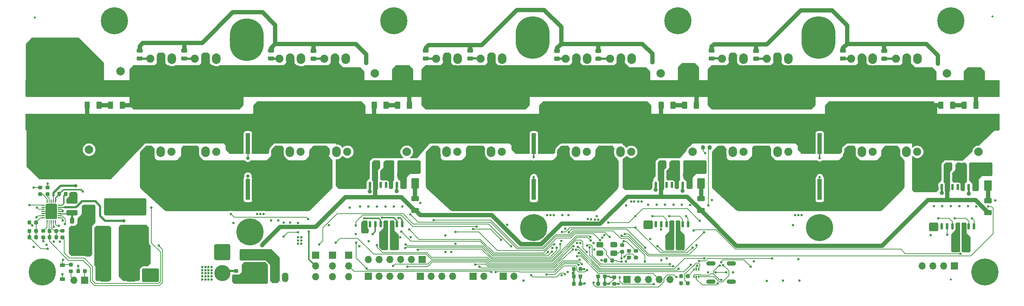
<source format=gbr>
G04 #@! TF.GenerationSoftware,KiCad,Pcbnew,(5.1.10)-1*
G04 #@! TF.CreationDate,2021-11-03T20:12:32-04:00*
G04 #@! TF.ProjectId,besc g2,62657363-2067-4322-9e6b-696361645f70,Init*
G04 #@! TF.SameCoordinates,Original*
G04 #@! TF.FileFunction,Copper,L4,Bot*
G04 #@! TF.FilePolarity,Positive*
%FSLAX46Y46*%
G04 Gerber Fmt 4.6, Leading zero omitted, Abs format (unit mm)*
G04 Created by KiCad (PCBNEW (5.1.10)-1) date 2021-11-03 20:12:32*
%MOMM*%
%LPD*%
G01*
G04 APERTURE LIST*
G04 #@! TA.AperFunction,ComponentPad*
%ADD10C,2.000000*%
G04 #@! TD*
G04 #@! TA.AperFunction,ComponentPad*
%ADD11O,1.700000X1.700000*%
G04 #@! TD*
G04 #@! TA.AperFunction,ComponentPad*
%ADD12R,1.700000X1.700000*%
G04 #@! TD*
G04 #@! TA.AperFunction,ComponentPad*
%ADD13O,2.200000X1.100000*%
G04 #@! TD*
G04 #@! TA.AperFunction,ComponentPad*
%ADD14C,1.500000*%
G04 #@! TD*
G04 #@! TA.AperFunction,ComponentPad*
%ADD15O,8.000000X10.000000*%
G04 #@! TD*
G04 #@! TA.AperFunction,SMDPad,CuDef*
%ADD16C,0.500000*%
G04 #@! TD*
G04 #@! TA.AperFunction,SMDPad,CuDef*
%ADD17R,230.000000X4.000000*%
G04 #@! TD*
G04 #@! TA.AperFunction,SMDPad,CuDef*
%ADD18R,3.375000X5.000000*%
G04 #@! TD*
G04 #@! TA.AperFunction,SMDPad,CuDef*
%ADD19R,1.000000X5.000000*%
G04 #@! TD*
G04 #@! TA.AperFunction,ComponentPad*
%ADD20C,1.905000*%
G04 #@! TD*
G04 #@! TA.AperFunction,ComponentPad*
%ADD21O,2.000000X2.500000*%
G04 #@! TD*
G04 #@! TA.AperFunction,SMDPad,CuDef*
%ADD22R,0.375000X0.500000*%
G04 #@! TD*
G04 #@! TA.AperFunction,SMDPad,CuDef*
%ADD23R,0.300000X0.650000*%
G04 #@! TD*
G04 #@! TA.AperFunction,ComponentPad*
%ADD24C,3.800000*%
G04 #@! TD*
G04 #@! TA.AperFunction,ComponentPad*
%ADD25O,1.500000X2.300000*%
G04 #@! TD*
G04 #@! TA.AperFunction,ComponentPad*
%ADD26R,1.500000X2.300000*%
G04 #@! TD*
G04 #@! TA.AperFunction,ComponentPad*
%ADD27C,0.800000*%
G04 #@! TD*
G04 #@! TA.AperFunction,ComponentPad*
%ADD28C,6.400000*%
G04 #@! TD*
G04 #@! TA.AperFunction,ComponentPad*
%ADD29C,2.400000*%
G04 #@! TD*
G04 #@! TA.AperFunction,ViaPad*
%ADD30C,0.600000*%
G04 #@! TD*
G04 #@! TA.AperFunction,ViaPad*
%ADD31C,0.800000*%
G04 #@! TD*
G04 #@! TA.AperFunction,ViaPad*
%ADD32C,1.000000*%
G04 #@! TD*
G04 #@! TA.AperFunction,Conductor*
%ADD33C,0.500000*%
G04 #@! TD*
G04 #@! TA.AperFunction,Conductor*
%ADD34C,0.200000*%
G04 #@! TD*
G04 #@! TA.AperFunction,Conductor*
%ADD35C,0.300000*%
G04 #@! TD*
G04 #@! TA.AperFunction,Conductor*
%ADD36C,1.000000*%
G04 #@! TD*
G04 #@! TA.AperFunction,Conductor*
%ADD37C,0.250000*%
G04 #@! TD*
G04 #@! TA.AperFunction,Conductor*
%ADD38C,0.254000*%
G04 #@! TD*
G04 #@! TA.AperFunction,Conductor*
%ADD39C,0.100000*%
G04 #@! TD*
G04 APERTURE END LIST*
D10*
X249800000Y-95400000D03*
X257300000Y-95400000D03*
X249800000Y-76900000D03*
X257300000Y-76900000D03*
X223686058Y-85202361D03*
X216300000Y-83900000D03*
X182300000Y-95400000D03*
X189800000Y-95400000D03*
X182300000Y-76900000D03*
X189800000Y-76900000D03*
X156186058Y-84702361D03*
X148800000Y-83400000D03*
X114800000Y-95400000D03*
X122300000Y-95400000D03*
X114800000Y-76900000D03*
X122300000Y-76900000D03*
X54800000Y-94900000D03*
X47300000Y-94900000D03*
X88686058Y-85202361D03*
X81300000Y-83900000D03*
X54800000Y-76400000D03*
X47300000Y-76400000D03*
D11*
X244017000Y-122439000D03*
X246557000Y-122439000D03*
X249097000Y-122439000D03*
D12*
X251637000Y-122439000D03*
D11*
X147624000Y-124852000D03*
D12*
X145084000Y-124852000D03*
D11*
X140512000Y-124852000D03*
D12*
X137972000Y-124852000D03*
D11*
X120920000Y-124900000D03*
X118380000Y-124900000D03*
X115840000Y-124900000D03*
D12*
X113300000Y-124900000D03*
D13*
X198919000Y-126113000D03*
X198919000Y-121813000D03*
X194119000Y-126113000D03*
X194119000Y-121813000D03*
D11*
X108635000Y-124979000D03*
X108635000Y-122439000D03*
D12*
X108635000Y-119899000D03*
D14*
X87300000Y-66150000D03*
X87650000Y-67400000D03*
X87300000Y-71650000D03*
X86050000Y-72400000D03*
X81800000Y-71650000D03*
X81450000Y-70400000D03*
X81800000Y-66150000D03*
X83050000Y-65400000D03*
X87650000Y-70400000D03*
X86050000Y-65400000D03*
X83050000Y-72400000D03*
X81450000Y-67400000D03*
X84550000Y-64900000D03*
X87800000Y-68900000D03*
X84550000Y-72900000D03*
X81300000Y-68900000D03*
D15*
X84550000Y-68900000D03*
D14*
X154800000Y-65650000D03*
X155150000Y-66900000D03*
X154800000Y-71150000D03*
X153550000Y-71900000D03*
X149300000Y-71150000D03*
X148950000Y-69900000D03*
X149300000Y-65650000D03*
X150550000Y-64900000D03*
X155150000Y-69900000D03*
X153550000Y-64900000D03*
X150550000Y-71900000D03*
X148950000Y-66900000D03*
X152050000Y-64400000D03*
X155300000Y-68400000D03*
X152050000Y-72400000D03*
X148800000Y-68400000D03*
D15*
X152050000Y-68400000D03*
D14*
X222300000Y-65650000D03*
X222650000Y-66900000D03*
X222300000Y-71150000D03*
X221050000Y-71900000D03*
X216800000Y-71150000D03*
X216450000Y-69900000D03*
X216800000Y-65650000D03*
X218050000Y-64900000D03*
X222650000Y-69900000D03*
X221050000Y-64900000D03*
X218050000Y-71900000D03*
X216450000Y-66900000D03*
X219550000Y-64400000D03*
X222800000Y-68400000D03*
X219550000Y-72400000D03*
X216300000Y-68400000D03*
D15*
X219550000Y-68400000D03*
D14*
X35050000Y-76150000D03*
X34700000Y-74900000D03*
X35050000Y-70650000D03*
X36300000Y-69900000D03*
X40550000Y-70650000D03*
X40900000Y-71900000D03*
X40550000Y-76150000D03*
X39300000Y-76900000D03*
X34700000Y-71900000D03*
X36300000Y-76900000D03*
X39300000Y-69900000D03*
X40900000Y-74900000D03*
X37800000Y-77400000D03*
X34550000Y-73400000D03*
X37800000Y-69400000D03*
X41050000Y-73400000D03*
D15*
X37800000Y-73400000D03*
D14*
X35050000Y-99150000D03*
X34700000Y-97900000D03*
X35050000Y-93650000D03*
X36300000Y-92900000D03*
X40550000Y-93650000D03*
X40900000Y-94900000D03*
X40550000Y-99150000D03*
X39300000Y-99900000D03*
X34700000Y-94900000D03*
X36300000Y-99900000D03*
X39300000Y-92900000D03*
X40900000Y-97900000D03*
X37800000Y-100400000D03*
X34550000Y-96400000D03*
X37800000Y-92400000D03*
X41050000Y-96400000D03*
D15*
X37800000Y-96400000D03*
G04 #@! TA.AperFunction,SMDPad,CuDef*
G36*
G01*
X44725000Y-112156250D02*
X44725000Y-111243750D01*
G75*
G02*
X44968750Y-111000000I243750J0D01*
G01*
X45456250Y-111000000D01*
G75*
G02*
X45700000Y-111243750I0J-243750D01*
G01*
X45700000Y-112156250D01*
G75*
G02*
X45456250Y-112400000I-243750J0D01*
G01*
X44968750Y-112400000D01*
G75*
G02*
X44725000Y-112156250I0J243750D01*
G01*
G37*
G04 #@! TD.AperFunction*
G04 #@! TA.AperFunction,SMDPad,CuDef*
G36*
G01*
X42850000Y-112156250D02*
X42850000Y-111243750D01*
G75*
G02*
X43093750Y-111000000I243750J0D01*
G01*
X43581250Y-111000000D01*
G75*
G02*
X43825000Y-111243750I0J-243750D01*
G01*
X43825000Y-112156250D01*
G75*
G02*
X43581250Y-112400000I-243750J0D01*
G01*
X43093750Y-112400000D01*
G75*
G02*
X42850000Y-112156250I0J243750D01*
G01*
G37*
G04 #@! TD.AperFunction*
G04 #@! TA.AperFunction,SMDPad,CuDef*
G36*
G01*
X44375000Y-107675000D02*
X42225000Y-107675000D01*
G75*
G02*
X41975000Y-107425000I0J250000D01*
G01*
X41975000Y-106675000D01*
G75*
G02*
X42225000Y-106425000I250000J0D01*
G01*
X44375000Y-106425000D01*
G75*
G02*
X44625000Y-106675000I0J-250000D01*
G01*
X44625000Y-107425000D01*
G75*
G02*
X44375000Y-107675000I-250000J0D01*
G01*
G37*
G04 #@! TD.AperFunction*
G04 #@! TA.AperFunction,SMDPad,CuDef*
G36*
G01*
X44375000Y-110475000D02*
X42225000Y-110475000D01*
G75*
G02*
X41975000Y-110225000I0J250000D01*
G01*
X41975000Y-109475000D01*
G75*
G02*
X42225000Y-109225000I250000J0D01*
G01*
X44375000Y-109225000D01*
G75*
G02*
X44625000Y-109475000I0J-250000D01*
G01*
X44625000Y-110225000D01*
G75*
G02*
X44375000Y-110475000I-250000J0D01*
G01*
G37*
G04 #@! TD.AperFunction*
D16*
X260550000Y-63400000D03*
X250800000Y-125650000D03*
X34550000Y-63650000D03*
G04 #@! TA.AperFunction,SMDPad,CuDef*
G36*
G01*
X248450000Y-101143750D02*
X248450000Y-101656250D01*
G75*
G02*
X248231250Y-101875000I-218750J0D01*
G01*
X247793750Y-101875000D01*
G75*
G02*
X247575000Y-101656250I0J218750D01*
G01*
X247575000Y-101143750D01*
G75*
G02*
X247793750Y-100925000I218750J0D01*
G01*
X248231250Y-100925000D01*
G75*
G02*
X248450000Y-101143750I0J-218750D01*
G01*
G37*
G04 #@! TD.AperFunction*
G04 #@! TA.AperFunction,SMDPad,CuDef*
G36*
G01*
X250025000Y-101143750D02*
X250025000Y-101656250D01*
G75*
G02*
X249806250Y-101875000I-218750J0D01*
G01*
X249368750Y-101875000D01*
G75*
G02*
X249150000Y-101656250I0J218750D01*
G01*
X249150000Y-101143750D01*
G75*
G02*
X249368750Y-100925000I218750J0D01*
G01*
X249806250Y-100925000D01*
G75*
G02*
X250025000Y-101143750I0J-218750D01*
G01*
G37*
G04 #@! TD.AperFunction*
G04 #@! TA.AperFunction,SMDPad,CuDef*
G36*
G01*
X180950000Y-100643750D02*
X180950000Y-101156250D01*
G75*
G02*
X180731250Y-101375000I-218750J0D01*
G01*
X180293750Y-101375000D01*
G75*
G02*
X180075000Y-101156250I0J218750D01*
G01*
X180075000Y-100643750D01*
G75*
G02*
X180293750Y-100425000I218750J0D01*
G01*
X180731250Y-100425000D01*
G75*
G02*
X180950000Y-100643750I0J-218750D01*
G01*
G37*
G04 #@! TD.AperFunction*
G04 #@! TA.AperFunction,SMDPad,CuDef*
G36*
G01*
X182525000Y-100643750D02*
X182525000Y-101156250D01*
G75*
G02*
X182306250Y-101375000I-218750J0D01*
G01*
X181868750Y-101375000D01*
G75*
G02*
X181650000Y-101156250I0J218750D01*
G01*
X181650000Y-100643750D01*
G75*
G02*
X181868750Y-100425000I218750J0D01*
G01*
X182306250Y-100425000D01*
G75*
G02*
X182525000Y-100643750I0J-218750D01*
G01*
G37*
G04 #@! TD.AperFunction*
G04 #@! TA.AperFunction,SMDPad,CuDef*
G36*
G01*
X113450000Y-100643750D02*
X113450000Y-101156250D01*
G75*
G02*
X113231250Y-101375000I-218750J0D01*
G01*
X112793750Y-101375000D01*
G75*
G02*
X112575000Y-101156250I0J218750D01*
G01*
X112575000Y-100643750D01*
G75*
G02*
X112793750Y-100425000I218750J0D01*
G01*
X113231250Y-100425000D01*
G75*
G02*
X113450000Y-100643750I0J-218750D01*
G01*
G37*
G04 #@! TD.AperFunction*
G04 #@! TA.AperFunction,SMDPad,CuDef*
G36*
G01*
X115025000Y-100643750D02*
X115025000Y-101156250D01*
G75*
G02*
X114806250Y-101375000I-218750J0D01*
G01*
X114368750Y-101375000D01*
G75*
G02*
X114150000Y-101156250I0J218750D01*
G01*
X114150000Y-100643750D01*
G75*
G02*
X114368750Y-100425000I218750J0D01*
G01*
X114806250Y-100425000D01*
G75*
G02*
X115025000Y-100643750I0J-218750D01*
G01*
G37*
G04 #@! TD.AperFunction*
G04 #@! TA.AperFunction,SMDPad,CuDef*
G36*
G01*
X254450000Y-101143750D02*
X254450000Y-101656250D01*
G75*
G02*
X254231250Y-101875000I-218750J0D01*
G01*
X253793750Y-101875000D01*
G75*
G02*
X253575000Y-101656250I0J218750D01*
G01*
X253575000Y-101143750D01*
G75*
G02*
X253793750Y-100925000I218750J0D01*
G01*
X254231250Y-100925000D01*
G75*
G02*
X254450000Y-101143750I0J-218750D01*
G01*
G37*
G04 #@! TD.AperFunction*
G04 #@! TA.AperFunction,SMDPad,CuDef*
G36*
G01*
X256025000Y-101143750D02*
X256025000Y-101656250D01*
G75*
G02*
X255806250Y-101875000I-218750J0D01*
G01*
X255368750Y-101875000D01*
G75*
G02*
X255150000Y-101656250I0J218750D01*
G01*
X255150000Y-101143750D01*
G75*
G02*
X255368750Y-100925000I218750J0D01*
G01*
X255806250Y-100925000D01*
G75*
G02*
X256025000Y-101143750I0J-218750D01*
G01*
G37*
G04 #@! TD.AperFunction*
G04 #@! TA.AperFunction,SMDPad,CuDef*
G36*
G01*
X186800000Y-100643750D02*
X186800000Y-101156250D01*
G75*
G02*
X186581250Y-101375000I-218750J0D01*
G01*
X186143750Y-101375000D01*
G75*
G02*
X185925000Y-101156250I0J218750D01*
G01*
X185925000Y-100643750D01*
G75*
G02*
X186143750Y-100425000I218750J0D01*
G01*
X186581250Y-100425000D01*
G75*
G02*
X186800000Y-100643750I0J-218750D01*
G01*
G37*
G04 #@! TD.AperFunction*
G04 #@! TA.AperFunction,SMDPad,CuDef*
G36*
G01*
X188375000Y-100643750D02*
X188375000Y-101156250D01*
G75*
G02*
X188156250Y-101375000I-218750J0D01*
G01*
X187718750Y-101375000D01*
G75*
G02*
X187500000Y-101156250I0J218750D01*
G01*
X187500000Y-100643750D01*
G75*
G02*
X187718750Y-100425000I218750J0D01*
G01*
X188156250Y-100425000D01*
G75*
G02*
X188375000Y-100643750I0J-218750D01*
G01*
G37*
G04 #@! TD.AperFunction*
G04 #@! TA.AperFunction,SMDPad,CuDef*
G36*
G01*
X119350000Y-100643750D02*
X119350000Y-101156250D01*
G75*
G02*
X119131250Y-101375000I-218750J0D01*
G01*
X118693750Y-101375000D01*
G75*
G02*
X118475000Y-101156250I0J218750D01*
G01*
X118475000Y-100643750D01*
G75*
G02*
X118693750Y-100425000I218750J0D01*
G01*
X119131250Y-100425000D01*
G75*
G02*
X119350000Y-100643750I0J-218750D01*
G01*
G37*
G04 #@! TD.AperFunction*
G04 #@! TA.AperFunction,SMDPad,CuDef*
G36*
G01*
X120925000Y-100643750D02*
X120925000Y-101156250D01*
G75*
G02*
X120706250Y-101375000I-218750J0D01*
G01*
X120268750Y-101375000D01*
G75*
G02*
X120050000Y-101156250I0J218750D01*
G01*
X120050000Y-100643750D01*
G75*
G02*
X120268750Y-100425000I218750J0D01*
G01*
X120706250Y-100425000D01*
G75*
G02*
X120925000Y-100643750I0J-218750D01*
G01*
G37*
G04 #@! TD.AperFunction*
G04 #@! TA.AperFunction,SMDPad,CuDef*
G36*
G01*
X252600000Y-117443750D02*
X252600000Y-118356250D01*
G75*
G02*
X252356250Y-118600000I-243750J0D01*
G01*
X251868750Y-118600000D01*
G75*
G02*
X251625000Y-118356250I0J243750D01*
G01*
X251625000Y-117443750D01*
G75*
G02*
X251868750Y-117200000I243750J0D01*
G01*
X252356250Y-117200000D01*
G75*
G02*
X252600000Y-117443750I0J-243750D01*
G01*
G37*
G04 #@! TD.AperFunction*
G04 #@! TA.AperFunction,SMDPad,CuDef*
G36*
G01*
X254475000Y-117443750D02*
X254475000Y-118356250D01*
G75*
G02*
X254231250Y-118600000I-243750J0D01*
G01*
X253743750Y-118600000D01*
G75*
G02*
X253500000Y-118356250I0J243750D01*
G01*
X253500000Y-117443750D01*
G75*
G02*
X253743750Y-117200000I243750J0D01*
G01*
X254231250Y-117200000D01*
G75*
G02*
X254475000Y-117443750I0J-243750D01*
G01*
G37*
G04 #@! TD.AperFunction*
G04 #@! TA.AperFunction,SMDPad,CuDef*
G36*
G01*
X185100000Y-116693750D02*
X185100000Y-117606250D01*
G75*
G02*
X184856250Y-117850000I-243750J0D01*
G01*
X184368750Y-117850000D01*
G75*
G02*
X184125000Y-117606250I0J243750D01*
G01*
X184125000Y-116693750D01*
G75*
G02*
X184368750Y-116450000I243750J0D01*
G01*
X184856250Y-116450000D01*
G75*
G02*
X185100000Y-116693750I0J-243750D01*
G01*
G37*
G04 #@! TD.AperFunction*
G04 #@! TA.AperFunction,SMDPad,CuDef*
G36*
G01*
X186975000Y-116693750D02*
X186975000Y-117606250D01*
G75*
G02*
X186731250Y-117850000I-243750J0D01*
G01*
X186243750Y-117850000D01*
G75*
G02*
X186000000Y-117606250I0J243750D01*
G01*
X186000000Y-116693750D01*
G75*
G02*
X186243750Y-116450000I243750J0D01*
G01*
X186731250Y-116450000D01*
G75*
G02*
X186975000Y-116693750I0J-243750D01*
G01*
G37*
G04 #@! TD.AperFunction*
G04 #@! TA.AperFunction,SMDPad,CuDef*
G36*
G01*
X117600000Y-117193750D02*
X117600000Y-118106250D01*
G75*
G02*
X117356250Y-118350000I-243750J0D01*
G01*
X116868750Y-118350000D01*
G75*
G02*
X116625000Y-118106250I0J243750D01*
G01*
X116625000Y-117193750D01*
G75*
G02*
X116868750Y-116950000I243750J0D01*
G01*
X117356250Y-116950000D01*
G75*
G02*
X117600000Y-117193750I0J-243750D01*
G01*
G37*
G04 #@! TD.AperFunction*
G04 #@! TA.AperFunction,SMDPad,CuDef*
G36*
G01*
X119475000Y-117193750D02*
X119475000Y-118106250D01*
G75*
G02*
X119231250Y-118350000I-243750J0D01*
G01*
X118743750Y-118350000D01*
G75*
G02*
X118500000Y-118106250I0J243750D01*
G01*
X118500000Y-117193750D01*
G75*
G02*
X118743750Y-116950000I243750J0D01*
G01*
X119231250Y-116950000D01*
G75*
G02*
X119475000Y-117193750I0J-243750D01*
G01*
G37*
G04 #@! TD.AperFunction*
G04 #@! TA.AperFunction,SMDPad,CuDef*
G36*
G01*
X185200000Y-114643750D02*
X185200000Y-115156250D01*
G75*
G02*
X184981250Y-115375000I-218750J0D01*
G01*
X184543750Y-115375000D01*
G75*
G02*
X184325000Y-115156250I0J218750D01*
G01*
X184325000Y-114643750D01*
G75*
G02*
X184543750Y-114425000I218750J0D01*
G01*
X184981250Y-114425000D01*
G75*
G02*
X185200000Y-114643750I0J-218750D01*
G01*
G37*
G04 #@! TD.AperFunction*
G04 #@! TA.AperFunction,SMDPad,CuDef*
G36*
G01*
X186775000Y-114643750D02*
X186775000Y-115156250D01*
G75*
G02*
X186556250Y-115375000I-218750J0D01*
G01*
X186118750Y-115375000D01*
G75*
G02*
X185900000Y-115156250I0J218750D01*
G01*
X185900000Y-114643750D01*
G75*
G02*
X186118750Y-114425000I218750J0D01*
G01*
X186556250Y-114425000D01*
G75*
G02*
X186775000Y-114643750I0J-218750D01*
G01*
G37*
G04 #@! TD.AperFunction*
G04 #@! TA.AperFunction,SMDPad,CuDef*
G36*
G01*
X252700000Y-115393750D02*
X252700000Y-115906250D01*
G75*
G02*
X252481250Y-116125000I-218750J0D01*
G01*
X252043750Y-116125000D01*
G75*
G02*
X251825000Y-115906250I0J218750D01*
G01*
X251825000Y-115393750D01*
G75*
G02*
X252043750Y-115175000I218750J0D01*
G01*
X252481250Y-115175000D01*
G75*
G02*
X252700000Y-115393750I0J-218750D01*
G01*
G37*
G04 #@! TD.AperFunction*
G04 #@! TA.AperFunction,SMDPad,CuDef*
G36*
G01*
X254275000Y-115393750D02*
X254275000Y-115906250D01*
G75*
G02*
X254056250Y-116125000I-218750J0D01*
G01*
X253618750Y-116125000D01*
G75*
G02*
X253400000Y-115906250I0J218750D01*
G01*
X253400000Y-115393750D01*
G75*
G02*
X253618750Y-115175000I218750J0D01*
G01*
X254056250Y-115175000D01*
G75*
G02*
X254275000Y-115393750I0J-218750D01*
G01*
G37*
G04 #@! TD.AperFunction*
G04 #@! TA.AperFunction,SMDPad,CuDef*
G36*
G01*
X117700000Y-114893750D02*
X117700000Y-115406250D01*
G75*
G02*
X117481250Y-115625000I-218750J0D01*
G01*
X117043750Y-115625000D01*
G75*
G02*
X116825000Y-115406250I0J218750D01*
G01*
X116825000Y-114893750D01*
G75*
G02*
X117043750Y-114675000I218750J0D01*
G01*
X117481250Y-114675000D01*
G75*
G02*
X117700000Y-114893750I0J-218750D01*
G01*
G37*
G04 #@! TD.AperFunction*
G04 #@! TA.AperFunction,SMDPad,CuDef*
G36*
G01*
X119275000Y-114893750D02*
X119275000Y-115406250D01*
G75*
G02*
X119056250Y-115625000I-218750J0D01*
G01*
X118618750Y-115625000D01*
G75*
G02*
X118400000Y-115406250I0J218750D01*
G01*
X118400000Y-114893750D01*
G75*
G02*
X118618750Y-114675000I218750J0D01*
G01*
X119056250Y-114675000D01*
G75*
G02*
X119275000Y-114893750I0J-218750D01*
G01*
G37*
G04 #@! TD.AperFunction*
D17*
X147300000Y-80400000D03*
X147300000Y-88400000D03*
D18*
X87487500Y-104300000D03*
X82112500Y-104300000D03*
D19*
X84800000Y-104300000D03*
D18*
X87487500Y-93500000D03*
D19*
X84800000Y-93500000D03*
D18*
X82112500Y-93500000D03*
X154987500Y-104300000D03*
X149612500Y-104300000D03*
D19*
X152300000Y-104300000D03*
D18*
X154987500Y-93500000D03*
D19*
X152300000Y-93500000D03*
D18*
X149612500Y-93500000D03*
X222487500Y-104300000D03*
X217112500Y-104300000D03*
D19*
X219800000Y-104300000D03*
D18*
X222487500Y-93500000D03*
D19*
X219800000Y-93500000D03*
D18*
X217112500Y-93500000D03*
G04 #@! TA.AperFunction,SMDPad,CuDef*
G36*
G01*
X167100000Y-119725000D02*
X167100000Y-119075000D01*
G75*
G02*
X167425000Y-118750000I325000J0D01*
G01*
X168375000Y-118750000D01*
G75*
G02*
X168700000Y-119075000I0J-325000D01*
G01*
X168700000Y-119725000D01*
G75*
G02*
X168375000Y-120050000I-325000J0D01*
G01*
X167425000Y-120050000D01*
G75*
G02*
X167100000Y-119725000I0J325000D01*
G01*
G37*
G04 #@! TD.AperFunction*
G04 #@! TA.AperFunction,SMDPad,CuDef*
G36*
G01*
X170400000Y-119725000D02*
X170400000Y-119075000D01*
G75*
G02*
X170725000Y-118750000I325000J0D01*
G01*
X171675000Y-118750000D01*
G75*
G02*
X172000000Y-119075000I0J-325000D01*
G01*
X172000000Y-119725000D01*
G75*
G02*
X171675000Y-120050000I-325000J0D01*
G01*
X170725000Y-120050000D01*
G75*
G02*
X170400000Y-119725000I0J325000D01*
G01*
G37*
G04 #@! TD.AperFunction*
G04 #@! TA.AperFunction,SMDPad,CuDef*
G36*
G01*
X170400000Y-117725000D02*
X170400000Y-117075000D01*
G75*
G02*
X170725000Y-116750000I325000J0D01*
G01*
X171675000Y-116750000D01*
G75*
G02*
X172000000Y-117075000I0J-325000D01*
G01*
X172000000Y-117725000D01*
G75*
G02*
X171675000Y-118050000I-325000J0D01*
G01*
X170725000Y-118050000D01*
G75*
G02*
X170400000Y-117725000I0J325000D01*
G01*
G37*
G04 #@! TD.AperFunction*
G04 #@! TA.AperFunction,SMDPad,CuDef*
G36*
G01*
X167100000Y-117725000D02*
X167100000Y-117075000D01*
G75*
G02*
X167425000Y-116750000I325000J0D01*
G01*
X168375000Y-116750000D01*
G75*
G02*
X168700000Y-117075000I0J-325000D01*
G01*
X168700000Y-117725000D01*
G75*
G02*
X168375000Y-118050000I-325000J0D01*
G01*
X167425000Y-118050000D01*
G75*
G02*
X167100000Y-117725000I0J325000D01*
G01*
G37*
G04 #@! TD.AperFunction*
D20*
X175300000Y-95400000D03*
D21*
X172760000Y-95400000D03*
X170220000Y-95400000D03*
D20*
X201800000Y-95400000D03*
D21*
X199260000Y-95400000D03*
X196720000Y-95400000D03*
D20*
X237800000Y-73400000D03*
D21*
X240340000Y-73400000D03*
X242880000Y-73400000D03*
D20*
X134300000Y-95400000D03*
D21*
X131760000Y-95400000D03*
X129220000Y-95400000D03*
D20*
X170300000Y-73400000D03*
D21*
X172840000Y-73400000D03*
X175380000Y-73400000D03*
D20*
X97300000Y-95400000D03*
D21*
X94760000Y-95400000D03*
X92220000Y-95400000D03*
D20*
X61800000Y-73400000D03*
D21*
X64340000Y-73400000D03*
X66880000Y-73400000D03*
D20*
X212380000Y-95400000D03*
D21*
X209840000Y-95400000D03*
X207300000Y-95400000D03*
D20*
X227220000Y-73400000D03*
D21*
X229760000Y-73400000D03*
X232300000Y-73400000D03*
D20*
X144800000Y-95400000D03*
D21*
X142260000Y-95400000D03*
X139720000Y-95400000D03*
D20*
X159800000Y-73400000D03*
D21*
X162340000Y-73400000D03*
X164880000Y-73400000D03*
D20*
X108300000Y-95400000D03*
D21*
X105760000Y-95400000D03*
X103220000Y-95400000D03*
D20*
X72300000Y-73400000D03*
D21*
X74840000Y-73400000D03*
X77380000Y-73400000D03*
D20*
X232300000Y-95400000D03*
D21*
X229760000Y-95400000D03*
X227220000Y-95400000D03*
D20*
X207300000Y-73400000D03*
D21*
X209840000Y-73400000D03*
X212380000Y-73400000D03*
D20*
X164800000Y-95400000D03*
D21*
X162260000Y-95400000D03*
X159720000Y-95400000D03*
D20*
X139800000Y-73400000D03*
D21*
X142340000Y-73400000D03*
X144880000Y-73400000D03*
D20*
X66800000Y-95400000D03*
D21*
X64260000Y-95400000D03*
X61720000Y-95400000D03*
D20*
X92300000Y-73400000D03*
D21*
X94840000Y-73400000D03*
X97380000Y-73400000D03*
D20*
X242800000Y-95400000D03*
D21*
X240260000Y-95400000D03*
X237720000Y-95400000D03*
D20*
X196720000Y-73400000D03*
D21*
X199260000Y-73400000D03*
X201800000Y-73400000D03*
D20*
X129300000Y-73400000D03*
D21*
X131840000Y-73400000D03*
X134380000Y-73400000D03*
D20*
X77410000Y-95400000D03*
D21*
X74870000Y-95400000D03*
X72330000Y-95400000D03*
D20*
X102830000Y-73400000D03*
D21*
X105370000Y-73400000D03*
X107910000Y-73400000D03*
D22*
X190139500Y-124940000D03*
X191214500Y-124940000D03*
D23*
X190677000Y-123165000D03*
X190677000Y-125015000D03*
D22*
X191214500Y-123240000D03*
X190139500Y-123240000D03*
G04 #@! TA.AperFunction,SMDPad,CuDef*
G36*
G01*
X192700000Y-94143750D02*
X192700000Y-94656250D01*
G75*
G02*
X192481250Y-94875000I-218750J0D01*
G01*
X192043750Y-94875000D01*
G75*
G02*
X191825000Y-94656250I0J218750D01*
G01*
X191825000Y-94143750D01*
G75*
G02*
X192043750Y-93925000I218750J0D01*
G01*
X192481250Y-93925000D01*
G75*
G02*
X192700000Y-94143750I0J-218750D01*
G01*
G37*
G04 #@! TD.AperFunction*
G04 #@! TA.AperFunction,SMDPad,CuDef*
G36*
G01*
X194275000Y-94143750D02*
X194275000Y-94656250D01*
G75*
G02*
X194056250Y-94875000I-218750J0D01*
G01*
X193618750Y-94875000D01*
G75*
G02*
X193400000Y-94656250I0J218750D01*
G01*
X193400000Y-94143750D01*
G75*
G02*
X193618750Y-93925000I218750J0D01*
G01*
X194056250Y-93925000D01*
G75*
G02*
X194275000Y-94143750I0J-218750D01*
G01*
G37*
G04 #@! TD.AperFunction*
D11*
X100800000Y-124980000D03*
X100800000Y-122440000D03*
D12*
X100800000Y-119900000D03*
D24*
X78800000Y-124150000D03*
G04 #@! TA.AperFunction,ComponentPad*
G36*
G01*
X77280000Y-117250000D02*
X80320000Y-117250000D01*
G75*
G02*
X80700000Y-117630000I0J-380000D01*
G01*
X80700000Y-120670000D01*
G75*
G02*
X80320000Y-121050000I-380000J0D01*
G01*
X77280000Y-121050000D01*
G75*
G02*
X76900000Y-120670000I0J380000D01*
G01*
X76900000Y-117630000D01*
G75*
G02*
X77280000Y-117250000I380000J0D01*
G01*
G37*
G04 #@! TD.AperFunction*
G04 #@! TA.AperFunction,SMDPad,CuDef*
G36*
G01*
X40675000Y-125100000D02*
X41425000Y-125100000D01*
G75*
G02*
X41650000Y-125325000I0J-225000D01*
G01*
X41650000Y-125775000D01*
G75*
G02*
X41425000Y-126000000I-225000J0D01*
G01*
X40675000Y-126000000D01*
G75*
G02*
X40450000Y-125775000I0J225000D01*
G01*
X40450000Y-125325000D01*
G75*
G02*
X40675000Y-125100000I225000J0D01*
G01*
G37*
G04 #@! TD.AperFunction*
G04 #@! TA.AperFunction,SMDPad,CuDef*
G36*
G01*
X40675000Y-121800000D02*
X41425000Y-121800000D01*
G75*
G02*
X41650000Y-122025000I0J-225000D01*
G01*
X41650000Y-122475000D01*
G75*
G02*
X41425000Y-122700000I-225000J0D01*
G01*
X40675000Y-122700000D01*
G75*
G02*
X40450000Y-122475000I0J225000D01*
G01*
X40450000Y-122025000D01*
G75*
G02*
X40675000Y-121800000I225000J0D01*
G01*
G37*
G04 #@! TD.AperFunction*
G04 #@! TA.AperFunction,SMDPad,CuDef*
G36*
G01*
X90450000Y-123025000D02*
X90450000Y-121775000D01*
G75*
G02*
X90700000Y-121525000I250000J0D01*
G01*
X91450000Y-121525000D01*
G75*
G02*
X91700000Y-121775000I0J-250000D01*
G01*
X91700000Y-123025000D01*
G75*
G02*
X91450000Y-123275000I-250000J0D01*
G01*
X90700000Y-123275000D01*
G75*
G02*
X90450000Y-123025000I0J250000D01*
G01*
G37*
G04 #@! TD.AperFunction*
G04 #@! TA.AperFunction,SMDPad,CuDef*
G36*
G01*
X87650000Y-123025000D02*
X87650000Y-121775000D01*
G75*
G02*
X87900000Y-121525000I250000J0D01*
G01*
X88650000Y-121525000D01*
G75*
G02*
X88900000Y-121775000I0J-250000D01*
G01*
X88900000Y-123025000D01*
G75*
G02*
X88650000Y-123275000I-250000J0D01*
G01*
X87900000Y-123275000D01*
G75*
G02*
X87650000Y-123025000I0J250000D01*
G01*
G37*
G04 #@! TD.AperFunction*
D25*
X93630000Y-125150000D03*
X91090000Y-125150000D03*
D26*
X88550000Y-125150000D03*
G04 #@! TA.AperFunction,SMDPad,CuDef*
G36*
G01*
X60080000Y-123500000D02*
X61520000Y-123500000D01*
G75*
G02*
X61700000Y-123680000I0J-180000D01*
G01*
X61700000Y-125820000D01*
G75*
G02*
X61520000Y-126000000I-180000J0D01*
G01*
X60080000Y-126000000D01*
G75*
G02*
X59900000Y-125820000I0J180000D01*
G01*
X59900000Y-123680000D01*
G75*
G02*
X60080000Y-123500000I180000J0D01*
G01*
G37*
G04 #@! TD.AperFunction*
G04 #@! TA.AperFunction,SMDPad,CuDef*
G36*
G01*
X60080000Y-119500000D02*
X61520000Y-119500000D01*
G75*
G02*
X61700000Y-119680000I0J-180000D01*
G01*
X61700000Y-121820000D01*
G75*
G02*
X61520000Y-122000000I-180000J0D01*
G01*
X60080000Y-122000000D01*
G75*
G02*
X59900000Y-121820000I0J180000D01*
G01*
X59900000Y-119680000D01*
G75*
G02*
X60080000Y-119500000I180000J0D01*
G01*
G37*
G04 #@! TD.AperFunction*
G04 #@! TA.AperFunction,SMDPad,CuDef*
G36*
G01*
X258830000Y-102150000D02*
X260270000Y-102150000D01*
G75*
G02*
X260450000Y-102330000I0J-180000D01*
G01*
X260450000Y-104470000D01*
G75*
G02*
X260270000Y-104650000I-180000J0D01*
G01*
X258830000Y-104650000D01*
G75*
G02*
X258650000Y-104470000I0J180000D01*
G01*
X258650000Y-102330000D01*
G75*
G02*
X258830000Y-102150000I180000J0D01*
G01*
G37*
G04 #@! TD.AperFunction*
G04 #@! TA.AperFunction,SMDPad,CuDef*
G36*
G01*
X258830000Y-98150000D02*
X260270000Y-98150000D01*
G75*
G02*
X260450000Y-98330000I0J-180000D01*
G01*
X260450000Y-100470000D01*
G75*
G02*
X260270000Y-100650000I-180000J0D01*
G01*
X258830000Y-100650000D01*
G75*
G02*
X258650000Y-100470000I0J180000D01*
G01*
X258650000Y-98330000D01*
G75*
G02*
X258830000Y-98150000I180000J0D01*
G01*
G37*
G04 #@! TD.AperFunction*
G04 #@! TA.AperFunction,SMDPad,CuDef*
G36*
G01*
X191080000Y-101650000D02*
X192520000Y-101650000D01*
G75*
G02*
X192700000Y-101830000I0J-180000D01*
G01*
X192700000Y-103970000D01*
G75*
G02*
X192520000Y-104150000I-180000J0D01*
G01*
X191080000Y-104150000D01*
G75*
G02*
X190900000Y-103970000I0J180000D01*
G01*
X190900000Y-101830000D01*
G75*
G02*
X191080000Y-101650000I180000J0D01*
G01*
G37*
G04 #@! TD.AperFunction*
G04 #@! TA.AperFunction,SMDPad,CuDef*
G36*
G01*
X191080000Y-97650000D02*
X192520000Y-97650000D01*
G75*
G02*
X192700000Y-97830000I0J-180000D01*
G01*
X192700000Y-99970000D01*
G75*
G02*
X192520000Y-100150000I-180000J0D01*
G01*
X191080000Y-100150000D01*
G75*
G02*
X190900000Y-99970000I0J180000D01*
G01*
X190900000Y-97830000D01*
G75*
G02*
X191080000Y-97650000I180000J0D01*
G01*
G37*
G04 #@! TD.AperFunction*
G04 #@! TA.AperFunction,SMDPad,CuDef*
G36*
G01*
X123580000Y-101650000D02*
X125020000Y-101650000D01*
G75*
G02*
X125200000Y-101830000I0J-180000D01*
G01*
X125200000Y-103970000D01*
G75*
G02*
X125020000Y-104150000I-180000J0D01*
G01*
X123580000Y-104150000D01*
G75*
G02*
X123400000Y-103970000I0J180000D01*
G01*
X123400000Y-101830000D01*
G75*
G02*
X123580000Y-101650000I180000J0D01*
G01*
G37*
G04 #@! TD.AperFunction*
G04 #@! TA.AperFunction,SMDPad,CuDef*
G36*
G01*
X123580000Y-97650000D02*
X125020000Y-97650000D01*
G75*
G02*
X125200000Y-97830000I0J-180000D01*
G01*
X125200000Y-99970000D01*
G75*
G02*
X125020000Y-100150000I-180000J0D01*
G01*
X123580000Y-100150000D01*
G75*
G02*
X123400000Y-99970000I0J180000D01*
G01*
X123400000Y-97830000D01*
G75*
G02*
X123580000Y-97650000I180000J0D01*
G01*
G37*
G04 #@! TD.AperFunction*
G04 #@! TA.AperFunction,SMDPad,CuDef*
G36*
G01*
X256395000Y-104500000D02*
X256095000Y-104500000D01*
G75*
G02*
X255945000Y-104350000I0J150000D01*
G01*
X255945000Y-103150000D01*
G75*
G02*
X256095000Y-103000000I150000J0D01*
G01*
X256395000Y-103000000D01*
G75*
G02*
X256545000Y-103150000I0J-150000D01*
G01*
X256545000Y-104350000D01*
G75*
G02*
X256395000Y-104500000I-150000J0D01*
G01*
G37*
G04 #@! TD.AperFunction*
G04 #@! TA.AperFunction,SMDPad,CuDef*
G36*
G01*
X255125000Y-104500000D02*
X254825000Y-104500000D01*
G75*
G02*
X254675000Y-104350000I0J150000D01*
G01*
X254675000Y-103150000D01*
G75*
G02*
X254825000Y-103000000I150000J0D01*
G01*
X255125000Y-103000000D01*
G75*
G02*
X255275000Y-103150000I0J-150000D01*
G01*
X255275000Y-104350000D01*
G75*
G02*
X255125000Y-104500000I-150000J0D01*
G01*
G37*
G04 #@! TD.AperFunction*
G04 #@! TA.AperFunction,SMDPad,CuDef*
G36*
G01*
X253855000Y-104500000D02*
X253555000Y-104500000D01*
G75*
G02*
X253405000Y-104350000I0J150000D01*
G01*
X253405000Y-103150000D01*
G75*
G02*
X253555000Y-103000000I150000J0D01*
G01*
X253855000Y-103000000D01*
G75*
G02*
X254005000Y-103150000I0J-150000D01*
G01*
X254005000Y-104350000D01*
G75*
G02*
X253855000Y-104500000I-150000J0D01*
G01*
G37*
G04 #@! TD.AperFunction*
G04 #@! TA.AperFunction,SMDPad,CuDef*
G36*
G01*
X252585000Y-104500000D02*
X252285000Y-104500000D01*
G75*
G02*
X252135000Y-104350000I0J150000D01*
G01*
X252135000Y-103150000D01*
G75*
G02*
X252285000Y-103000000I150000J0D01*
G01*
X252585000Y-103000000D01*
G75*
G02*
X252735000Y-103150000I0J-150000D01*
G01*
X252735000Y-104350000D01*
G75*
G02*
X252585000Y-104500000I-150000J0D01*
G01*
G37*
G04 #@! TD.AperFunction*
G04 #@! TA.AperFunction,SMDPad,CuDef*
G36*
G01*
X251315000Y-104500000D02*
X251015000Y-104500000D01*
G75*
G02*
X250865000Y-104350000I0J150000D01*
G01*
X250865000Y-103150000D01*
G75*
G02*
X251015000Y-103000000I150000J0D01*
G01*
X251315000Y-103000000D01*
G75*
G02*
X251465000Y-103150000I0J-150000D01*
G01*
X251465000Y-104350000D01*
G75*
G02*
X251315000Y-104500000I-150000J0D01*
G01*
G37*
G04 #@! TD.AperFunction*
G04 #@! TA.AperFunction,SMDPad,CuDef*
G36*
G01*
X250045000Y-104500000D02*
X249745000Y-104500000D01*
G75*
G02*
X249595000Y-104350000I0J150000D01*
G01*
X249595000Y-103150000D01*
G75*
G02*
X249745000Y-103000000I150000J0D01*
G01*
X250045000Y-103000000D01*
G75*
G02*
X250195000Y-103150000I0J-150000D01*
G01*
X250195000Y-104350000D01*
G75*
G02*
X250045000Y-104500000I-150000J0D01*
G01*
G37*
G04 #@! TD.AperFunction*
G04 #@! TA.AperFunction,SMDPad,CuDef*
G36*
G01*
X248775000Y-104500000D02*
X248475000Y-104500000D01*
G75*
G02*
X248325000Y-104350000I0J150000D01*
G01*
X248325000Y-103150000D01*
G75*
G02*
X248475000Y-103000000I150000J0D01*
G01*
X248775000Y-103000000D01*
G75*
G02*
X248925000Y-103150000I0J-150000D01*
G01*
X248925000Y-104350000D01*
G75*
G02*
X248775000Y-104500000I-150000J0D01*
G01*
G37*
G04 #@! TD.AperFunction*
G04 #@! TA.AperFunction,SMDPad,CuDef*
G36*
G01*
X247505000Y-104500000D02*
X247205000Y-104500000D01*
G75*
G02*
X247055000Y-104350000I0J150000D01*
G01*
X247055000Y-103150000D01*
G75*
G02*
X247205000Y-103000000I150000J0D01*
G01*
X247505000Y-103000000D01*
G75*
G02*
X247655000Y-103150000I0J-150000D01*
G01*
X247655000Y-104350000D01*
G75*
G02*
X247505000Y-104500000I-150000J0D01*
G01*
G37*
G04 #@! TD.AperFunction*
G04 #@! TA.AperFunction,SMDPad,CuDef*
G36*
G01*
X247505000Y-113800000D02*
X247205000Y-113800000D01*
G75*
G02*
X247055000Y-113650000I0J150000D01*
G01*
X247055000Y-112450000D01*
G75*
G02*
X247205000Y-112300000I150000J0D01*
G01*
X247505000Y-112300000D01*
G75*
G02*
X247655000Y-112450000I0J-150000D01*
G01*
X247655000Y-113650000D01*
G75*
G02*
X247505000Y-113800000I-150000J0D01*
G01*
G37*
G04 #@! TD.AperFunction*
G04 #@! TA.AperFunction,SMDPad,CuDef*
G36*
G01*
X248775000Y-113800000D02*
X248475000Y-113800000D01*
G75*
G02*
X248325000Y-113650000I0J150000D01*
G01*
X248325000Y-112450000D01*
G75*
G02*
X248475000Y-112300000I150000J0D01*
G01*
X248775000Y-112300000D01*
G75*
G02*
X248925000Y-112450000I0J-150000D01*
G01*
X248925000Y-113650000D01*
G75*
G02*
X248775000Y-113800000I-150000J0D01*
G01*
G37*
G04 #@! TD.AperFunction*
G04 #@! TA.AperFunction,SMDPad,CuDef*
G36*
G01*
X250045000Y-113800000D02*
X249745000Y-113800000D01*
G75*
G02*
X249595000Y-113650000I0J150000D01*
G01*
X249595000Y-112450000D01*
G75*
G02*
X249745000Y-112300000I150000J0D01*
G01*
X250045000Y-112300000D01*
G75*
G02*
X250195000Y-112450000I0J-150000D01*
G01*
X250195000Y-113650000D01*
G75*
G02*
X250045000Y-113800000I-150000J0D01*
G01*
G37*
G04 #@! TD.AperFunction*
G04 #@! TA.AperFunction,SMDPad,CuDef*
G36*
G01*
X251315000Y-113800000D02*
X251015000Y-113800000D01*
G75*
G02*
X250865000Y-113650000I0J150000D01*
G01*
X250865000Y-112450000D01*
G75*
G02*
X251015000Y-112300000I150000J0D01*
G01*
X251315000Y-112300000D01*
G75*
G02*
X251465000Y-112450000I0J-150000D01*
G01*
X251465000Y-113650000D01*
G75*
G02*
X251315000Y-113800000I-150000J0D01*
G01*
G37*
G04 #@! TD.AperFunction*
G04 #@! TA.AperFunction,SMDPad,CuDef*
G36*
G01*
X252585000Y-113800000D02*
X252285000Y-113800000D01*
G75*
G02*
X252135000Y-113650000I0J150000D01*
G01*
X252135000Y-112450000D01*
G75*
G02*
X252285000Y-112300000I150000J0D01*
G01*
X252585000Y-112300000D01*
G75*
G02*
X252735000Y-112450000I0J-150000D01*
G01*
X252735000Y-113650000D01*
G75*
G02*
X252585000Y-113800000I-150000J0D01*
G01*
G37*
G04 #@! TD.AperFunction*
G04 #@! TA.AperFunction,SMDPad,CuDef*
G36*
G01*
X253855000Y-113800000D02*
X253555000Y-113800000D01*
G75*
G02*
X253405000Y-113650000I0J150000D01*
G01*
X253405000Y-112450000D01*
G75*
G02*
X253555000Y-112300000I150000J0D01*
G01*
X253855000Y-112300000D01*
G75*
G02*
X254005000Y-112450000I0J-150000D01*
G01*
X254005000Y-113650000D01*
G75*
G02*
X253855000Y-113800000I-150000J0D01*
G01*
G37*
G04 #@! TD.AperFunction*
G04 #@! TA.AperFunction,SMDPad,CuDef*
G36*
G01*
X255125000Y-113800000D02*
X254825000Y-113800000D01*
G75*
G02*
X254675000Y-113650000I0J150000D01*
G01*
X254675000Y-112450000D01*
G75*
G02*
X254825000Y-112300000I150000J0D01*
G01*
X255125000Y-112300000D01*
G75*
G02*
X255275000Y-112450000I0J-150000D01*
G01*
X255275000Y-113650000D01*
G75*
G02*
X255125000Y-113800000I-150000J0D01*
G01*
G37*
G04 #@! TD.AperFunction*
G04 #@! TA.AperFunction,SMDPad,CuDef*
G36*
G01*
X256395000Y-113800000D02*
X256095000Y-113800000D01*
G75*
G02*
X255945000Y-113650000I0J150000D01*
G01*
X255945000Y-112450000D01*
G75*
G02*
X256095000Y-112300000I150000J0D01*
G01*
X256395000Y-112300000D01*
G75*
G02*
X256545000Y-112450000I0J-150000D01*
G01*
X256545000Y-113650000D01*
G75*
G02*
X256395000Y-113800000I-150000J0D01*
G01*
G37*
G04 #@! TD.AperFunction*
G04 #@! TA.AperFunction,SMDPad,CuDef*
G36*
G01*
X188895000Y-104000000D02*
X188595000Y-104000000D01*
G75*
G02*
X188445000Y-103850000I0J150000D01*
G01*
X188445000Y-102650000D01*
G75*
G02*
X188595000Y-102500000I150000J0D01*
G01*
X188895000Y-102500000D01*
G75*
G02*
X189045000Y-102650000I0J-150000D01*
G01*
X189045000Y-103850000D01*
G75*
G02*
X188895000Y-104000000I-150000J0D01*
G01*
G37*
G04 #@! TD.AperFunction*
G04 #@! TA.AperFunction,SMDPad,CuDef*
G36*
G01*
X187625000Y-104000000D02*
X187325000Y-104000000D01*
G75*
G02*
X187175000Y-103850000I0J150000D01*
G01*
X187175000Y-102650000D01*
G75*
G02*
X187325000Y-102500000I150000J0D01*
G01*
X187625000Y-102500000D01*
G75*
G02*
X187775000Y-102650000I0J-150000D01*
G01*
X187775000Y-103850000D01*
G75*
G02*
X187625000Y-104000000I-150000J0D01*
G01*
G37*
G04 #@! TD.AperFunction*
G04 #@! TA.AperFunction,SMDPad,CuDef*
G36*
G01*
X186355000Y-104000000D02*
X186055000Y-104000000D01*
G75*
G02*
X185905000Y-103850000I0J150000D01*
G01*
X185905000Y-102650000D01*
G75*
G02*
X186055000Y-102500000I150000J0D01*
G01*
X186355000Y-102500000D01*
G75*
G02*
X186505000Y-102650000I0J-150000D01*
G01*
X186505000Y-103850000D01*
G75*
G02*
X186355000Y-104000000I-150000J0D01*
G01*
G37*
G04 #@! TD.AperFunction*
G04 #@! TA.AperFunction,SMDPad,CuDef*
G36*
G01*
X185085000Y-104000000D02*
X184785000Y-104000000D01*
G75*
G02*
X184635000Y-103850000I0J150000D01*
G01*
X184635000Y-102650000D01*
G75*
G02*
X184785000Y-102500000I150000J0D01*
G01*
X185085000Y-102500000D01*
G75*
G02*
X185235000Y-102650000I0J-150000D01*
G01*
X185235000Y-103850000D01*
G75*
G02*
X185085000Y-104000000I-150000J0D01*
G01*
G37*
G04 #@! TD.AperFunction*
G04 #@! TA.AperFunction,SMDPad,CuDef*
G36*
G01*
X183815000Y-104000000D02*
X183515000Y-104000000D01*
G75*
G02*
X183365000Y-103850000I0J150000D01*
G01*
X183365000Y-102650000D01*
G75*
G02*
X183515000Y-102500000I150000J0D01*
G01*
X183815000Y-102500000D01*
G75*
G02*
X183965000Y-102650000I0J-150000D01*
G01*
X183965000Y-103850000D01*
G75*
G02*
X183815000Y-104000000I-150000J0D01*
G01*
G37*
G04 #@! TD.AperFunction*
G04 #@! TA.AperFunction,SMDPad,CuDef*
G36*
G01*
X182545000Y-104000000D02*
X182245000Y-104000000D01*
G75*
G02*
X182095000Y-103850000I0J150000D01*
G01*
X182095000Y-102650000D01*
G75*
G02*
X182245000Y-102500000I150000J0D01*
G01*
X182545000Y-102500000D01*
G75*
G02*
X182695000Y-102650000I0J-150000D01*
G01*
X182695000Y-103850000D01*
G75*
G02*
X182545000Y-104000000I-150000J0D01*
G01*
G37*
G04 #@! TD.AperFunction*
G04 #@! TA.AperFunction,SMDPad,CuDef*
G36*
G01*
X181275000Y-104000000D02*
X180975000Y-104000000D01*
G75*
G02*
X180825000Y-103850000I0J150000D01*
G01*
X180825000Y-102650000D01*
G75*
G02*
X180975000Y-102500000I150000J0D01*
G01*
X181275000Y-102500000D01*
G75*
G02*
X181425000Y-102650000I0J-150000D01*
G01*
X181425000Y-103850000D01*
G75*
G02*
X181275000Y-104000000I-150000J0D01*
G01*
G37*
G04 #@! TD.AperFunction*
G04 #@! TA.AperFunction,SMDPad,CuDef*
G36*
G01*
X180005000Y-104000000D02*
X179705000Y-104000000D01*
G75*
G02*
X179555000Y-103850000I0J150000D01*
G01*
X179555000Y-102650000D01*
G75*
G02*
X179705000Y-102500000I150000J0D01*
G01*
X180005000Y-102500000D01*
G75*
G02*
X180155000Y-102650000I0J-150000D01*
G01*
X180155000Y-103850000D01*
G75*
G02*
X180005000Y-104000000I-150000J0D01*
G01*
G37*
G04 #@! TD.AperFunction*
G04 #@! TA.AperFunction,SMDPad,CuDef*
G36*
G01*
X180005000Y-113300000D02*
X179705000Y-113300000D01*
G75*
G02*
X179555000Y-113150000I0J150000D01*
G01*
X179555000Y-111950000D01*
G75*
G02*
X179705000Y-111800000I150000J0D01*
G01*
X180005000Y-111800000D01*
G75*
G02*
X180155000Y-111950000I0J-150000D01*
G01*
X180155000Y-113150000D01*
G75*
G02*
X180005000Y-113300000I-150000J0D01*
G01*
G37*
G04 #@! TD.AperFunction*
G04 #@! TA.AperFunction,SMDPad,CuDef*
G36*
G01*
X181275000Y-113300000D02*
X180975000Y-113300000D01*
G75*
G02*
X180825000Y-113150000I0J150000D01*
G01*
X180825000Y-111950000D01*
G75*
G02*
X180975000Y-111800000I150000J0D01*
G01*
X181275000Y-111800000D01*
G75*
G02*
X181425000Y-111950000I0J-150000D01*
G01*
X181425000Y-113150000D01*
G75*
G02*
X181275000Y-113300000I-150000J0D01*
G01*
G37*
G04 #@! TD.AperFunction*
G04 #@! TA.AperFunction,SMDPad,CuDef*
G36*
G01*
X182545000Y-113300000D02*
X182245000Y-113300000D01*
G75*
G02*
X182095000Y-113150000I0J150000D01*
G01*
X182095000Y-111950000D01*
G75*
G02*
X182245000Y-111800000I150000J0D01*
G01*
X182545000Y-111800000D01*
G75*
G02*
X182695000Y-111950000I0J-150000D01*
G01*
X182695000Y-113150000D01*
G75*
G02*
X182545000Y-113300000I-150000J0D01*
G01*
G37*
G04 #@! TD.AperFunction*
G04 #@! TA.AperFunction,SMDPad,CuDef*
G36*
G01*
X183815000Y-113300000D02*
X183515000Y-113300000D01*
G75*
G02*
X183365000Y-113150000I0J150000D01*
G01*
X183365000Y-111950000D01*
G75*
G02*
X183515000Y-111800000I150000J0D01*
G01*
X183815000Y-111800000D01*
G75*
G02*
X183965000Y-111950000I0J-150000D01*
G01*
X183965000Y-113150000D01*
G75*
G02*
X183815000Y-113300000I-150000J0D01*
G01*
G37*
G04 #@! TD.AperFunction*
G04 #@! TA.AperFunction,SMDPad,CuDef*
G36*
G01*
X185085000Y-113300000D02*
X184785000Y-113300000D01*
G75*
G02*
X184635000Y-113150000I0J150000D01*
G01*
X184635000Y-111950000D01*
G75*
G02*
X184785000Y-111800000I150000J0D01*
G01*
X185085000Y-111800000D01*
G75*
G02*
X185235000Y-111950000I0J-150000D01*
G01*
X185235000Y-113150000D01*
G75*
G02*
X185085000Y-113300000I-150000J0D01*
G01*
G37*
G04 #@! TD.AperFunction*
G04 #@! TA.AperFunction,SMDPad,CuDef*
G36*
G01*
X186355000Y-113300000D02*
X186055000Y-113300000D01*
G75*
G02*
X185905000Y-113150000I0J150000D01*
G01*
X185905000Y-111950000D01*
G75*
G02*
X186055000Y-111800000I150000J0D01*
G01*
X186355000Y-111800000D01*
G75*
G02*
X186505000Y-111950000I0J-150000D01*
G01*
X186505000Y-113150000D01*
G75*
G02*
X186355000Y-113300000I-150000J0D01*
G01*
G37*
G04 #@! TD.AperFunction*
G04 #@! TA.AperFunction,SMDPad,CuDef*
G36*
G01*
X187625000Y-113300000D02*
X187325000Y-113300000D01*
G75*
G02*
X187175000Y-113150000I0J150000D01*
G01*
X187175000Y-111950000D01*
G75*
G02*
X187325000Y-111800000I150000J0D01*
G01*
X187625000Y-111800000D01*
G75*
G02*
X187775000Y-111950000I0J-150000D01*
G01*
X187775000Y-113150000D01*
G75*
G02*
X187625000Y-113300000I-150000J0D01*
G01*
G37*
G04 #@! TD.AperFunction*
G04 #@! TA.AperFunction,SMDPad,CuDef*
G36*
G01*
X188895000Y-113300000D02*
X188595000Y-113300000D01*
G75*
G02*
X188445000Y-113150000I0J150000D01*
G01*
X188445000Y-111950000D01*
G75*
G02*
X188595000Y-111800000I150000J0D01*
G01*
X188895000Y-111800000D01*
G75*
G02*
X189045000Y-111950000I0J-150000D01*
G01*
X189045000Y-113150000D01*
G75*
G02*
X188895000Y-113300000I-150000J0D01*
G01*
G37*
G04 #@! TD.AperFunction*
G04 #@! TA.AperFunction,SMDPad,CuDef*
G36*
G01*
X121395000Y-104000000D02*
X121095000Y-104000000D01*
G75*
G02*
X120945000Y-103850000I0J150000D01*
G01*
X120945000Y-102650000D01*
G75*
G02*
X121095000Y-102500000I150000J0D01*
G01*
X121395000Y-102500000D01*
G75*
G02*
X121545000Y-102650000I0J-150000D01*
G01*
X121545000Y-103850000D01*
G75*
G02*
X121395000Y-104000000I-150000J0D01*
G01*
G37*
G04 #@! TD.AperFunction*
G04 #@! TA.AperFunction,SMDPad,CuDef*
G36*
G01*
X120125000Y-104000000D02*
X119825000Y-104000000D01*
G75*
G02*
X119675000Y-103850000I0J150000D01*
G01*
X119675000Y-102650000D01*
G75*
G02*
X119825000Y-102500000I150000J0D01*
G01*
X120125000Y-102500000D01*
G75*
G02*
X120275000Y-102650000I0J-150000D01*
G01*
X120275000Y-103850000D01*
G75*
G02*
X120125000Y-104000000I-150000J0D01*
G01*
G37*
G04 #@! TD.AperFunction*
G04 #@! TA.AperFunction,SMDPad,CuDef*
G36*
G01*
X118855000Y-104000000D02*
X118555000Y-104000000D01*
G75*
G02*
X118405000Y-103850000I0J150000D01*
G01*
X118405000Y-102650000D01*
G75*
G02*
X118555000Y-102500000I150000J0D01*
G01*
X118855000Y-102500000D01*
G75*
G02*
X119005000Y-102650000I0J-150000D01*
G01*
X119005000Y-103850000D01*
G75*
G02*
X118855000Y-104000000I-150000J0D01*
G01*
G37*
G04 #@! TD.AperFunction*
G04 #@! TA.AperFunction,SMDPad,CuDef*
G36*
G01*
X117585000Y-104000000D02*
X117285000Y-104000000D01*
G75*
G02*
X117135000Y-103850000I0J150000D01*
G01*
X117135000Y-102650000D01*
G75*
G02*
X117285000Y-102500000I150000J0D01*
G01*
X117585000Y-102500000D01*
G75*
G02*
X117735000Y-102650000I0J-150000D01*
G01*
X117735000Y-103850000D01*
G75*
G02*
X117585000Y-104000000I-150000J0D01*
G01*
G37*
G04 #@! TD.AperFunction*
G04 #@! TA.AperFunction,SMDPad,CuDef*
G36*
G01*
X116315000Y-104000000D02*
X116015000Y-104000000D01*
G75*
G02*
X115865000Y-103850000I0J150000D01*
G01*
X115865000Y-102650000D01*
G75*
G02*
X116015000Y-102500000I150000J0D01*
G01*
X116315000Y-102500000D01*
G75*
G02*
X116465000Y-102650000I0J-150000D01*
G01*
X116465000Y-103850000D01*
G75*
G02*
X116315000Y-104000000I-150000J0D01*
G01*
G37*
G04 #@! TD.AperFunction*
G04 #@! TA.AperFunction,SMDPad,CuDef*
G36*
G01*
X115045000Y-104000000D02*
X114745000Y-104000000D01*
G75*
G02*
X114595000Y-103850000I0J150000D01*
G01*
X114595000Y-102650000D01*
G75*
G02*
X114745000Y-102500000I150000J0D01*
G01*
X115045000Y-102500000D01*
G75*
G02*
X115195000Y-102650000I0J-150000D01*
G01*
X115195000Y-103850000D01*
G75*
G02*
X115045000Y-104000000I-150000J0D01*
G01*
G37*
G04 #@! TD.AperFunction*
G04 #@! TA.AperFunction,SMDPad,CuDef*
G36*
G01*
X113775000Y-104000000D02*
X113475000Y-104000000D01*
G75*
G02*
X113325000Y-103850000I0J150000D01*
G01*
X113325000Y-102650000D01*
G75*
G02*
X113475000Y-102500000I150000J0D01*
G01*
X113775000Y-102500000D01*
G75*
G02*
X113925000Y-102650000I0J-150000D01*
G01*
X113925000Y-103850000D01*
G75*
G02*
X113775000Y-104000000I-150000J0D01*
G01*
G37*
G04 #@! TD.AperFunction*
G04 #@! TA.AperFunction,SMDPad,CuDef*
G36*
G01*
X112505000Y-104000000D02*
X112205000Y-104000000D01*
G75*
G02*
X112055000Y-103850000I0J150000D01*
G01*
X112055000Y-102650000D01*
G75*
G02*
X112205000Y-102500000I150000J0D01*
G01*
X112505000Y-102500000D01*
G75*
G02*
X112655000Y-102650000I0J-150000D01*
G01*
X112655000Y-103850000D01*
G75*
G02*
X112505000Y-104000000I-150000J0D01*
G01*
G37*
G04 #@! TD.AperFunction*
G04 #@! TA.AperFunction,SMDPad,CuDef*
G36*
G01*
X112505000Y-113300000D02*
X112205000Y-113300000D01*
G75*
G02*
X112055000Y-113150000I0J150000D01*
G01*
X112055000Y-111950000D01*
G75*
G02*
X112205000Y-111800000I150000J0D01*
G01*
X112505000Y-111800000D01*
G75*
G02*
X112655000Y-111950000I0J-150000D01*
G01*
X112655000Y-113150000D01*
G75*
G02*
X112505000Y-113300000I-150000J0D01*
G01*
G37*
G04 #@! TD.AperFunction*
G04 #@! TA.AperFunction,SMDPad,CuDef*
G36*
G01*
X113775000Y-113300000D02*
X113475000Y-113300000D01*
G75*
G02*
X113325000Y-113150000I0J150000D01*
G01*
X113325000Y-111950000D01*
G75*
G02*
X113475000Y-111800000I150000J0D01*
G01*
X113775000Y-111800000D01*
G75*
G02*
X113925000Y-111950000I0J-150000D01*
G01*
X113925000Y-113150000D01*
G75*
G02*
X113775000Y-113300000I-150000J0D01*
G01*
G37*
G04 #@! TD.AperFunction*
G04 #@! TA.AperFunction,SMDPad,CuDef*
G36*
G01*
X115045000Y-113300000D02*
X114745000Y-113300000D01*
G75*
G02*
X114595000Y-113150000I0J150000D01*
G01*
X114595000Y-111950000D01*
G75*
G02*
X114745000Y-111800000I150000J0D01*
G01*
X115045000Y-111800000D01*
G75*
G02*
X115195000Y-111950000I0J-150000D01*
G01*
X115195000Y-113150000D01*
G75*
G02*
X115045000Y-113300000I-150000J0D01*
G01*
G37*
G04 #@! TD.AperFunction*
G04 #@! TA.AperFunction,SMDPad,CuDef*
G36*
G01*
X116315000Y-113300000D02*
X116015000Y-113300000D01*
G75*
G02*
X115865000Y-113150000I0J150000D01*
G01*
X115865000Y-111950000D01*
G75*
G02*
X116015000Y-111800000I150000J0D01*
G01*
X116315000Y-111800000D01*
G75*
G02*
X116465000Y-111950000I0J-150000D01*
G01*
X116465000Y-113150000D01*
G75*
G02*
X116315000Y-113300000I-150000J0D01*
G01*
G37*
G04 #@! TD.AperFunction*
G04 #@! TA.AperFunction,SMDPad,CuDef*
G36*
G01*
X117585000Y-113300000D02*
X117285000Y-113300000D01*
G75*
G02*
X117135000Y-113150000I0J150000D01*
G01*
X117135000Y-111950000D01*
G75*
G02*
X117285000Y-111800000I150000J0D01*
G01*
X117585000Y-111800000D01*
G75*
G02*
X117735000Y-111950000I0J-150000D01*
G01*
X117735000Y-113150000D01*
G75*
G02*
X117585000Y-113300000I-150000J0D01*
G01*
G37*
G04 #@! TD.AperFunction*
G04 #@! TA.AperFunction,SMDPad,CuDef*
G36*
G01*
X118855000Y-113300000D02*
X118555000Y-113300000D01*
G75*
G02*
X118405000Y-113150000I0J150000D01*
G01*
X118405000Y-111950000D01*
G75*
G02*
X118555000Y-111800000I150000J0D01*
G01*
X118855000Y-111800000D01*
G75*
G02*
X119005000Y-111950000I0J-150000D01*
G01*
X119005000Y-113150000D01*
G75*
G02*
X118855000Y-113300000I-150000J0D01*
G01*
G37*
G04 #@! TD.AperFunction*
G04 #@! TA.AperFunction,SMDPad,CuDef*
G36*
G01*
X120125000Y-113300000D02*
X119825000Y-113300000D01*
G75*
G02*
X119675000Y-113150000I0J150000D01*
G01*
X119675000Y-111950000D01*
G75*
G02*
X119825000Y-111800000I150000J0D01*
G01*
X120125000Y-111800000D01*
G75*
G02*
X120275000Y-111950000I0J-150000D01*
G01*
X120275000Y-113150000D01*
G75*
G02*
X120125000Y-113300000I-150000J0D01*
G01*
G37*
G04 #@! TD.AperFunction*
G04 #@! TA.AperFunction,SMDPad,CuDef*
G36*
G01*
X121395000Y-113300000D02*
X121095000Y-113300000D01*
G75*
G02*
X120945000Y-113150000I0J150000D01*
G01*
X120945000Y-111950000D01*
G75*
G02*
X121095000Y-111800000I150000J0D01*
G01*
X121395000Y-111800000D01*
G75*
G02*
X121545000Y-111950000I0J-150000D01*
G01*
X121545000Y-113150000D01*
G75*
G02*
X121395000Y-113300000I-150000J0D01*
G01*
G37*
G04 #@! TD.AperFunction*
G04 #@! TA.AperFunction,SMDPad,CuDef*
G36*
G01*
X38450000Y-115393750D02*
X38450000Y-115906250D01*
G75*
G02*
X38231250Y-116125000I-218750J0D01*
G01*
X37793750Y-116125000D01*
G75*
G02*
X37575000Y-115906250I0J218750D01*
G01*
X37575000Y-115393750D01*
G75*
G02*
X37793750Y-115175000I218750J0D01*
G01*
X38231250Y-115175000D01*
G75*
G02*
X38450000Y-115393750I0J-218750D01*
G01*
G37*
G04 #@! TD.AperFunction*
G04 #@! TA.AperFunction,SMDPad,CuDef*
G36*
G01*
X40025000Y-115393750D02*
X40025000Y-115906250D01*
G75*
G02*
X39806250Y-116125000I-218750J0D01*
G01*
X39368750Y-116125000D01*
G75*
G02*
X39150000Y-115906250I0J218750D01*
G01*
X39150000Y-115393750D01*
G75*
G02*
X39368750Y-115175000I218750J0D01*
G01*
X39806250Y-115175000D01*
G75*
G02*
X40025000Y-115393750I0J-218750D01*
G01*
G37*
G04 #@! TD.AperFunction*
G04 #@! TA.AperFunction,SMDPad,CuDef*
G36*
G01*
X40793750Y-115250000D02*
X41306250Y-115250000D01*
G75*
G02*
X41525000Y-115468750I0J-218750D01*
G01*
X41525000Y-115906250D01*
G75*
G02*
X41306250Y-116125000I-218750J0D01*
G01*
X40793750Y-116125000D01*
G75*
G02*
X40575000Y-115906250I0J218750D01*
G01*
X40575000Y-115468750D01*
G75*
G02*
X40793750Y-115250000I218750J0D01*
G01*
G37*
G04 #@! TD.AperFunction*
G04 #@! TA.AperFunction,SMDPad,CuDef*
G36*
G01*
X40793750Y-113675000D02*
X41306250Y-113675000D01*
G75*
G02*
X41525000Y-113893750I0J-218750D01*
G01*
X41525000Y-114331250D01*
G75*
G02*
X41306250Y-114550000I-218750J0D01*
G01*
X40793750Y-114550000D01*
G75*
G02*
X40575000Y-114331250I0J218750D01*
G01*
X40575000Y-113893750D01*
G75*
G02*
X40793750Y-113675000I218750J0D01*
G01*
G37*
G04 #@! TD.AperFunction*
G04 #@! TA.AperFunction,SMDPad,CuDef*
G36*
G01*
X38450000Y-113893750D02*
X38450000Y-114406250D01*
G75*
G02*
X38231250Y-114625000I-218750J0D01*
G01*
X37793750Y-114625000D01*
G75*
G02*
X37575000Y-114406250I0J218750D01*
G01*
X37575000Y-113893750D01*
G75*
G02*
X37793750Y-113675000I218750J0D01*
G01*
X38231250Y-113675000D01*
G75*
G02*
X38450000Y-113893750I0J-218750D01*
G01*
G37*
G04 #@! TD.AperFunction*
G04 #@! TA.AperFunction,SMDPad,CuDef*
G36*
G01*
X40025000Y-113893750D02*
X40025000Y-114406250D01*
G75*
G02*
X39806250Y-114625000I-218750J0D01*
G01*
X39368750Y-114625000D01*
G75*
G02*
X39150000Y-114406250I0J218750D01*
G01*
X39150000Y-113893750D01*
G75*
G02*
X39368750Y-113675000I218750J0D01*
G01*
X39806250Y-113675000D01*
G75*
G02*
X40025000Y-113893750I0J-218750D01*
G01*
G37*
G04 #@! TD.AperFunction*
G04 #@! TA.AperFunction,SMDPad,CuDef*
G36*
G01*
X116825000Y-85025000D02*
X116825000Y-83775000D01*
G75*
G02*
X117075000Y-83525000I250000J0D01*
G01*
X117825000Y-83525000D01*
G75*
G02*
X118075000Y-83775000I0J-250000D01*
G01*
X118075000Y-85025000D01*
G75*
G02*
X117825000Y-85275000I-250000J0D01*
G01*
X117075000Y-85275000D01*
G75*
G02*
X116825000Y-85025000I0J250000D01*
G01*
G37*
G04 #@! TD.AperFunction*
G04 #@! TA.AperFunction,SMDPad,CuDef*
G36*
G01*
X114025000Y-85025000D02*
X114025000Y-83775000D01*
G75*
G02*
X114275000Y-83525000I250000J0D01*
G01*
X115025000Y-83525000D01*
G75*
G02*
X115275000Y-83775000I0J-250000D01*
G01*
X115275000Y-85025000D01*
G75*
G02*
X115025000Y-85275000I-250000J0D01*
G01*
X114275000Y-85275000D01*
G75*
G02*
X114025000Y-85025000I0J250000D01*
G01*
G37*
G04 #@! TD.AperFunction*
G04 #@! TA.AperFunction,SMDPad,CuDef*
G36*
G01*
X184575000Y-85025000D02*
X184575000Y-83775000D01*
G75*
G02*
X184825000Y-83525000I250000J0D01*
G01*
X185575000Y-83525000D01*
G75*
G02*
X185825000Y-83775000I0J-250000D01*
G01*
X185825000Y-85025000D01*
G75*
G02*
X185575000Y-85275000I-250000J0D01*
G01*
X184825000Y-85275000D01*
G75*
G02*
X184575000Y-85025000I0J250000D01*
G01*
G37*
G04 #@! TD.AperFunction*
G04 #@! TA.AperFunction,SMDPad,CuDef*
G36*
G01*
X181775000Y-85025000D02*
X181775000Y-83775000D01*
G75*
G02*
X182025000Y-83525000I250000J0D01*
G01*
X182775000Y-83525000D01*
G75*
G02*
X183025000Y-83775000I0J-250000D01*
G01*
X183025000Y-85025000D01*
G75*
G02*
X182775000Y-85275000I-250000J0D01*
G01*
X182025000Y-85275000D01*
G75*
G02*
X181775000Y-85025000I0J250000D01*
G01*
G37*
G04 #@! TD.AperFunction*
G04 #@! TA.AperFunction,SMDPad,CuDef*
G36*
G01*
X250575000Y-85025000D02*
X250575000Y-83775000D01*
G75*
G02*
X250825000Y-83525000I250000J0D01*
G01*
X251575000Y-83525000D01*
G75*
G02*
X251825000Y-83775000I0J-250000D01*
G01*
X251825000Y-85025000D01*
G75*
G02*
X251575000Y-85275000I-250000J0D01*
G01*
X250825000Y-85275000D01*
G75*
G02*
X250575000Y-85025000I0J250000D01*
G01*
G37*
G04 #@! TD.AperFunction*
G04 #@! TA.AperFunction,SMDPad,CuDef*
G36*
G01*
X247775000Y-85025000D02*
X247775000Y-83775000D01*
G75*
G02*
X248025000Y-83525000I250000J0D01*
G01*
X248775000Y-83525000D01*
G75*
G02*
X249025000Y-83775000I0J-250000D01*
G01*
X249025000Y-85025000D01*
G75*
G02*
X248775000Y-85275000I-250000J0D01*
G01*
X248025000Y-85275000D01*
G75*
G02*
X247775000Y-85025000I0J250000D01*
G01*
G37*
G04 #@! TD.AperFunction*
G04 #@! TA.AperFunction,SMDPad,CuDef*
G36*
G01*
X49075000Y-85025000D02*
X49075000Y-83775000D01*
G75*
G02*
X49325000Y-83525000I250000J0D01*
G01*
X50075000Y-83525000D01*
G75*
G02*
X50325000Y-83775000I0J-250000D01*
G01*
X50325000Y-85025000D01*
G75*
G02*
X50075000Y-85275000I-250000J0D01*
G01*
X49325000Y-85275000D01*
G75*
G02*
X49075000Y-85025000I0J250000D01*
G01*
G37*
G04 #@! TD.AperFunction*
G04 #@! TA.AperFunction,SMDPad,CuDef*
G36*
G01*
X46275000Y-85025000D02*
X46275000Y-83775000D01*
G75*
G02*
X46525000Y-83525000I250000J0D01*
G01*
X47275000Y-83525000D01*
G75*
G02*
X47525000Y-83775000I0J-250000D01*
G01*
X47525000Y-85025000D01*
G75*
G02*
X47275000Y-85275000I-250000J0D01*
G01*
X46525000Y-85275000D01*
G75*
G02*
X46275000Y-85025000I0J250000D01*
G01*
G37*
G04 #@! TD.AperFunction*
G04 #@! TA.AperFunction,SMDPad,CuDef*
G36*
G01*
X33700000Y-111893750D02*
X33700000Y-112406250D01*
G75*
G02*
X33481250Y-112625000I-218750J0D01*
G01*
X33043750Y-112625000D01*
G75*
G02*
X32825000Y-112406250I0J218750D01*
G01*
X32825000Y-111893750D01*
G75*
G02*
X33043750Y-111675000I218750J0D01*
G01*
X33481250Y-111675000D01*
G75*
G02*
X33700000Y-111893750I0J-218750D01*
G01*
G37*
G04 #@! TD.AperFunction*
G04 #@! TA.AperFunction,SMDPad,CuDef*
G36*
G01*
X35275000Y-111893750D02*
X35275000Y-112406250D01*
G75*
G02*
X35056250Y-112625000I-218750J0D01*
G01*
X34618750Y-112625000D01*
G75*
G02*
X34400000Y-112406250I0J218750D01*
G01*
X34400000Y-111893750D01*
G75*
G02*
X34618750Y-111675000I218750J0D01*
G01*
X35056250Y-111675000D01*
G75*
G02*
X35275000Y-111893750I0J-218750D01*
G01*
G37*
G04 #@! TD.AperFunction*
G04 #@! TA.AperFunction,SMDPad,CuDef*
G36*
G01*
X34400000Y-115906250D02*
X34400000Y-115393750D01*
G75*
G02*
X34618750Y-115175000I218750J0D01*
G01*
X35056250Y-115175000D01*
G75*
G02*
X35275000Y-115393750I0J-218750D01*
G01*
X35275000Y-115906250D01*
G75*
G02*
X35056250Y-116125000I-218750J0D01*
G01*
X34618750Y-116125000D01*
G75*
G02*
X34400000Y-115906250I0J218750D01*
G01*
G37*
G04 #@! TD.AperFunction*
G04 #@! TA.AperFunction,SMDPad,CuDef*
G36*
G01*
X32825000Y-115906250D02*
X32825000Y-115393750D01*
G75*
G02*
X33043750Y-115175000I218750J0D01*
G01*
X33481250Y-115175000D01*
G75*
G02*
X33700000Y-115393750I0J-218750D01*
G01*
X33700000Y-115906250D01*
G75*
G02*
X33481250Y-116125000I-218750J0D01*
G01*
X33043750Y-116125000D01*
G75*
G02*
X32825000Y-115906250I0J218750D01*
G01*
G37*
G04 #@! TD.AperFunction*
G04 #@! TA.AperFunction,SMDPad,CuDef*
G36*
G01*
X36056250Y-104300000D02*
X35543750Y-104300000D01*
G75*
G02*
X35325000Y-104081250I0J218750D01*
G01*
X35325000Y-103643750D01*
G75*
G02*
X35543750Y-103425000I218750J0D01*
G01*
X36056250Y-103425000D01*
G75*
G02*
X36275000Y-103643750I0J-218750D01*
G01*
X36275000Y-104081250D01*
G75*
G02*
X36056250Y-104300000I-218750J0D01*
G01*
G37*
G04 #@! TD.AperFunction*
G04 #@! TA.AperFunction,SMDPad,CuDef*
G36*
G01*
X36056250Y-105875000D02*
X35543750Y-105875000D01*
G75*
G02*
X35325000Y-105656250I0J218750D01*
G01*
X35325000Y-105218750D01*
G75*
G02*
X35543750Y-105000000I218750J0D01*
G01*
X36056250Y-105000000D01*
G75*
G02*
X36275000Y-105218750I0J-218750D01*
G01*
X36275000Y-105656250D01*
G75*
G02*
X36056250Y-105875000I-218750J0D01*
G01*
G37*
G04 #@! TD.AperFunction*
G04 #@! TA.AperFunction,SMDPad,CuDef*
G36*
G01*
X37806250Y-104300000D02*
X37293750Y-104300000D01*
G75*
G02*
X37075000Y-104081250I0J218750D01*
G01*
X37075000Y-103643750D01*
G75*
G02*
X37293750Y-103425000I218750J0D01*
G01*
X37806250Y-103425000D01*
G75*
G02*
X38025000Y-103643750I0J-218750D01*
G01*
X38025000Y-104081250D01*
G75*
G02*
X37806250Y-104300000I-218750J0D01*
G01*
G37*
G04 #@! TD.AperFunction*
G04 #@! TA.AperFunction,SMDPad,CuDef*
G36*
G01*
X37806250Y-105875000D02*
X37293750Y-105875000D01*
G75*
G02*
X37075000Y-105656250I0J218750D01*
G01*
X37075000Y-105218750D01*
G75*
G02*
X37293750Y-105000000I218750J0D01*
G01*
X37806250Y-105000000D01*
G75*
G02*
X38025000Y-105218750I0J-218750D01*
G01*
X38025000Y-105656250D01*
G75*
G02*
X37806250Y-105875000I-218750J0D01*
G01*
G37*
G04 #@! TD.AperFunction*
G04 #@! TA.AperFunction,SMDPad,CuDef*
G36*
G01*
X37295000Y-112352500D02*
X37295000Y-111627500D01*
G75*
G02*
X37357500Y-111565000I62500J0D01*
G01*
X37482500Y-111565000D01*
G75*
G02*
X37545000Y-111627500I0J-62500D01*
G01*
X37545000Y-112352500D01*
G75*
G02*
X37482500Y-112415000I-62500J0D01*
G01*
X37357500Y-112415000D01*
G75*
G02*
X37295000Y-112352500I0J62500D01*
G01*
G37*
G04 #@! TD.AperFunction*
G04 #@! TA.AperFunction,SMDPad,CuDef*
G36*
G01*
X37795000Y-112352500D02*
X37795000Y-111627500D01*
G75*
G02*
X37857500Y-111565000I62500J0D01*
G01*
X37982500Y-111565000D01*
G75*
G02*
X38045000Y-111627500I0J-62500D01*
G01*
X38045000Y-112352500D01*
G75*
G02*
X37982500Y-112415000I-62500J0D01*
G01*
X37857500Y-112415000D01*
G75*
G02*
X37795000Y-112352500I0J62500D01*
G01*
G37*
G04 #@! TD.AperFunction*
G04 #@! TA.AperFunction,SMDPad,CuDef*
G36*
G01*
X38295000Y-112352500D02*
X38295000Y-111627500D01*
G75*
G02*
X38357500Y-111565000I62500J0D01*
G01*
X38482500Y-111565000D01*
G75*
G02*
X38545000Y-111627500I0J-62500D01*
G01*
X38545000Y-112352500D01*
G75*
G02*
X38482500Y-112415000I-62500J0D01*
G01*
X38357500Y-112415000D01*
G75*
G02*
X38295000Y-112352500I0J62500D01*
G01*
G37*
G04 #@! TD.AperFunction*
G04 #@! TA.AperFunction,SMDPad,CuDef*
G36*
G01*
X38795000Y-112352500D02*
X38795000Y-111627500D01*
G75*
G02*
X38857500Y-111565000I62500J0D01*
G01*
X38982500Y-111565000D01*
G75*
G02*
X39045000Y-111627500I0J-62500D01*
G01*
X39045000Y-112352500D01*
G75*
G02*
X38982500Y-112415000I-62500J0D01*
G01*
X38857500Y-112415000D01*
G75*
G02*
X38795000Y-112352500I0J62500D01*
G01*
G37*
G04 #@! TD.AperFunction*
G04 #@! TA.AperFunction,SMDPad,CuDef*
G36*
G01*
X39295000Y-112352500D02*
X39295000Y-111627500D01*
G75*
G02*
X39357500Y-111565000I62500J0D01*
G01*
X39482500Y-111565000D01*
G75*
G02*
X39545000Y-111627500I0J-62500D01*
G01*
X39545000Y-112352500D01*
G75*
G02*
X39482500Y-112415000I-62500J0D01*
G01*
X39357500Y-112415000D01*
G75*
G02*
X39295000Y-112352500I0J62500D01*
G01*
G37*
G04 #@! TD.AperFunction*
G04 #@! TA.AperFunction,SMDPad,CuDef*
G36*
G01*
X39945000Y-111102500D02*
X39945000Y-110977500D01*
G75*
G02*
X40007500Y-110915000I62500J0D01*
G01*
X40732500Y-110915000D01*
G75*
G02*
X40795000Y-110977500I0J-62500D01*
G01*
X40795000Y-111102500D01*
G75*
G02*
X40732500Y-111165000I-62500J0D01*
G01*
X40007500Y-111165000D01*
G75*
G02*
X39945000Y-111102500I0J62500D01*
G01*
G37*
G04 #@! TD.AperFunction*
G04 #@! TA.AperFunction,SMDPad,CuDef*
G36*
G01*
X39945000Y-110602500D02*
X39945000Y-110477500D01*
G75*
G02*
X40007500Y-110415000I62500J0D01*
G01*
X40732500Y-110415000D01*
G75*
G02*
X40795000Y-110477500I0J-62500D01*
G01*
X40795000Y-110602500D01*
G75*
G02*
X40732500Y-110665000I-62500J0D01*
G01*
X40007500Y-110665000D01*
G75*
G02*
X39945000Y-110602500I0J62500D01*
G01*
G37*
G04 #@! TD.AperFunction*
G04 #@! TA.AperFunction,SMDPad,CuDef*
G36*
G01*
X39945000Y-110102500D02*
X39945000Y-109977500D01*
G75*
G02*
X40007500Y-109915000I62500J0D01*
G01*
X40732500Y-109915000D01*
G75*
G02*
X40795000Y-109977500I0J-62500D01*
G01*
X40795000Y-110102500D01*
G75*
G02*
X40732500Y-110165000I-62500J0D01*
G01*
X40007500Y-110165000D01*
G75*
G02*
X39945000Y-110102500I0J62500D01*
G01*
G37*
G04 #@! TD.AperFunction*
G04 #@! TA.AperFunction,SMDPad,CuDef*
G36*
G01*
X39945000Y-109602500D02*
X39945000Y-109477500D01*
G75*
G02*
X40007500Y-109415000I62500J0D01*
G01*
X40732500Y-109415000D01*
G75*
G02*
X40795000Y-109477500I0J-62500D01*
G01*
X40795000Y-109602500D01*
G75*
G02*
X40732500Y-109665000I-62500J0D01*
G01*
X40007500Y-109665000D01*
G75*
G02*
X39945000Y-109602500I0J62500D01*
G01*
G37*
G04 #@! TD.AperFunction*
G04 #@! TA.AperFunction,SMDPad,CuDef*
G36*
G01*
X39945000Y-109102500D02*
X39945000Y-108977500D01*
G75*
G02*
X40007500Y-108915000I62500J0D01*
G01*
X40732500Y-108915000D01*
G75*
G02*
X40795000Y-108977500I0J-62500D01*
G01*
X40795000Y-109102500D01*
G75*
G02*
X40732500Y-109165000I-62500J0D01*
G01*
X40007500Y-109165000D01*
G75*
G02*
X39945000Y-109102500I0J62500D01*
G01*
G37*
G04 #@! TD.AperFunction*
G04 #@! TA.AperFunction,SMDPad,CuDef*
G36*
G01*
X39945000Y-108602500D02*
X39945000Y-108477500D01*
G75*
G02*
X40007500Y-108415000I62500J0D01*
G01*
X40732500Y-108415000D01*
G75*
G02*
X40795000Y-108477500I0J-62500D01*
G01*
X40795000Y-108602500D01*
G75*
G02*
X40732500Y-108665000I-62500J0D01*
G01*
X40007500Y-108665000D01*
G75*
G02*
X39945000Y-108602500I0J62500D01*
G01*
G37*
G04 #@! TD.AperFunction*
G04 #@! TA.AperFunction,SMDPad,CuDef*
G36*
G01*
X39945000Y-108102500D02*
X39945000Y-107977500D01*
G75*
G02*
X40007500Y-107915000I62500J0D01*
G01*
X40732500Y-107915000D01*
G75*
G02*
X40795000Y-107977500I0J-62500D01*
G01*
X40795000Y-108102500D01*
G75*
G02*
X40732500Y-108165000I-62500J0D01*
G01*
X40007500Y-108165000D01*
G75*
G02*
X39945000Y-108102500I0J62500D01*
G01*
G37*
G04 #@! TD.AperFunction*
G04 #@! TA.AperFunction,SMDPad,CuDef*
G36*
G01*
X39295000Y-107452500D02*
X39295000Y-106727500D01*
G75*
G02*
X39357500Y-106665000I62500J0D01*
G01*
X39482500Y-106665000D01*
G75*
G02*
X39545000Y-106727500I0J-62500D01*
G01*
X39545000Y-107452500D01*
G75*
G02*
X39482500Y-107515000I-62500J0D01*
G01*
X39357500Y-107515000D01*
G75*
G02*
X39295000Y-107452500I0J62500D01*
G01*
G37*
G04 #@! TD.AperFunction*
G04 #@! TA.AperFunction,SMDPad,CuDef*
G36*
G01*
X38795000Y-107452500D02*
X38795000Y-106727500D01*
G75*
G02*
X38857500Y-106665000I62500J0D01*
G01*
X38982500Y-106665000D01*
G75*
G02*
X39045000Y-106727500I0J-62500D01*
G01*
X39045000Y-107452500D01*
G75*
G02*
X38982500Y-107515000I-62500J0D01*
G01*
X38857500Y-107515000D01*
G75*
G02*
X38795000Y-107452500I0J62500D01*
G01*
G37*
G04 #@! TD.AperFunction*
G04 #@! TA.AperFunction,SMDPad,CuDef*
G36*
G01*
X38295000Y-107452500D02*
X38295000Y-106727500D01*
G75*
G02*
X38357500Y-106665000I62500J0D01*
G01*
X38482500Y-106665000D01*
G75*
G02*
X38545000Y-106727500I0J-62500D01*
G01*
X38545000Y-107452500D01*
G75*
G02*
X38482500Y-107515000I-62500J0D01*
G01*
X38357500Y-107515000D01*
G75*
G02*
X38295000Y-107452500I0J62500D01*
G01*
G37*
G04 #@! TD.AperFunction*
G04 #@! TA.AperFunction,SMDPad,CuDef*
G36*
G01*
X37795000Y-107452500D02*
X37795000Y-106727500D01*
G75*
G02*
X37857500Y-106665000I62500J0D01*
G01*
X37982500Y-106665000D01*
G75*
G02*
X38045000Y-106727500I0J-62500D01*
G01*
X38045000Y-107452500D01*
G75*
G02*
X37982500Y-107515000I-62500J0D01*
G01*
X37857500Y-107515000D01*
G75*
G02*
X37795000Y-107452500I0J62500D01*
G01*
G37*
G04 #@! TD.AperFunction*
G04 #@! TA.AperFunction,SMDPad,CuDef*
G36*
G01*
X37295000Y-107452500D02*
X37295000Y-106727500D01*
G75*
G02*
X37357500Y-106665000I62500J0D01*
G01*
X37482500Y-106665000D01*
G75*
G02*
X37545000Y-106727500I0J-62500D01*
G01*
X37545000Y-107452500D01*
G75*
G02*
X37482500Y-107515000I-62500J0D01*
G01*
X37357500Y-107515000D01*
G75*
G02*
X37295000Y-107452500I0J62500D01*
G01*
G37*
G04 #@! TD.AperFunction*
G04 #@! TA.AperFunction,SMDPad,CuDef*
G36*
G01*
X36045000Y-108102500D02*
X36045000Y-107977500D01*
G75*
G02*
X36107500Y-107915000I62500J0D01*
G01*
X36832500Y-107915000D01*
G75*
G02*
X36895000Y-107977500I0J-62500D01*
G01*
X36895000Y-108102500D01*
G75*
G02*
X36832500Y-108165000I-62500J0D01*
G01*
X36107500Y-108165000D01*
G75*
G02*
X36045000Y-108102500I0J62500D01*
G01*
G37*
G04 #@! TD.AperFunction*
G04 #@! TA.AperFunction,SMDPad,CuDef*
G36*
G01*
X36045000Y-108602500D02*
X36045000Y-108477500D01*
G75*
G02*
X36107500Y-108415000I62500J0D01*
G01*
X36832500Y-108415000D01*
G75*
G02*
X36895000Y-108477500I0J-62500D01*
G01*
X36895000Y-108602500D01*
G75*
G02*
X36832500Y-108665000I-62500J0D01*
G01*
X36107500Y-108665000D01*
G75*
G02*
X36045000Y-108602500I0J62500D01*
G01*
G37*
G04 #@! TD.AperFunction*
G04 #@! TA.AperFunction,SMDPad,CuDef*
G36*
G01*
X36045000Y-109102500D02*
X36045000Y-108977500D01*
G75*
G02*
X36107500Y-108915000I62500J0D01*
G01*
X36832500Y-108915000D01*
G75*
G02*
X36895000Y-108977500I0J-62500D01*
G01*
X36895000Y-109102500D01*
G75*
G02*
X36832500Y-109165000I-62500J0D01*
G01*
X36107500Y-109165000D01*
G75*
G02*
X36045000Y-109102500I0J62500D01*
G01*
G37*
G04 #@! TD.AperFunction*
G04 #@! TA.AperFunction,SMDPad,CuDef*
G36*
G01*
X36045000Y-109602500D02*
X36045000Y-109477500D01*
G75*
G02*
X36107500Y-109415000I62500J0D01*
G01*
X36832500Y-109415000D01*
G75*
G02*
X36895000Y-109477500I0J-62500D01*
G01*
X36895000Y-109602500D01*
G75*
G02*
X36832500Y-109665000I-62500J0D01*
G01*
X36107500Y-109665000D01*
G75*
G02*
X36045000Y-109602500I0J62500D01*
G01*
G37*
G04 #@! TD.AperFunction*
G04 #@! TA.AperFunction,SMDPad,CuDef*
G36*
G01*
X36045000Y-110102500D02*
X36045000Y-109977500D01*
G75*
G02*
X36107500Y-109915000I62500J0D01*
G01*
X36832500Y-109915000D01*
G75*
G02*
X36895000Y-109977500I0J-62500D01*
G01*
X36895000Y-110102500D01*
G75*
G02*
X36832500Y-110165000I-62500J0D01*
G01*
X36107500Y-110165000D01*
G75*
G02*
X36045000Y-110102500I0J62500D01*
G01*
G37*
G04 #@! TD.AperFunction*
G04 #@! TA.AperFunction,SMDPad,CuDef*
G36*
G01*
X36045000Y-110602500D02*
X36045000Y-110477500D01*
G75*
G02*
X36107500Y-110415000I62500J0D01*
G01*
X36832500Y-110415000D01*
G75*
G02*
X36895000Y-110477500I0J-62500D01*
G01*
X36895000Y-110602500D01*
G75*
G02*
X36832500Y-110665000I-62500J0D01*
G01*
X36107500Y-110665000D01*
G75*
G02*
X36045000Y-110602500I0J62500D01*
G01*
G37*
G04 #@! TD.AperFunction*
G04 #@! TA.AperFunction,SMDPad,CuDef*
G36*
G01*
X36045000Y-111102500D02*
X36045000Y-110977500D01*
G75*
G02*
X36107500Y-110915000I62500J0D01*
G01*
X36832500Y-110915000D01*
G75*
G02*
X36895000Y-110977500I0J-62500D01*
G01*
X36895000Y-111102500D01*
G75*
G02*
X36832500Y-111165000I-62500J0D01*
G01*
X36107500Y-111165000D01*
G75*
G02*
X36045000Y-111102500I0J62500D01*
G01*
G37*
G04 #@! TD.AperFunction*
G04 #@! TA.AperFunction,SMDPad,CuDef*
G36*
G01*
X37095000Y-111115000D02*
X37095000Y-107965000D01*
G75*
G02*
X37345000Y-107715000I250000J0D01*
G01*
X39495000Y-107715000D01*
G75*
G02*
X39745000Y-107965000I0J-250000D01*
G01*
X39745000Y-111115000D01*
G75*
G02*
X39495000Y-111365000I-250000J0D01*
G01*
X37345000Y-111365000D01*
G75*
G02*
X37095000Y-111115000I0J250000D01*
G01*
G37*
G04 #@! TD.AperFunction*
G04 #@! TA.AperFunction,SMDPad,CuDef*
G36*
G01*
X52075000Y-113875000D02*
X52075000Y-115925000D01*
G75*
G02*
X51825000Y-116175000I-250000J0D01*
G01*
X50250000Y-116175000D01*
G75*
G02*
X50000000Y-115925000I0J250000D01*
G01*
X50000000Y-113875000D01*
G75*
G02*
X50250000Y-113625000I250000J0D01*
G01*
X51825000Y-113625000D01*
G75*
G02*
X52075000Y-113875000I0J-250000D01*
G01*
G37*
G04 #@! TD.AperFunction*
G04 #@! TA.AperFunction,SMDPad,CuDef*
G36*
G01*
X58300000Y-113875000D02*
X58300000Y-115925000D01*
G75*
G02*
X58050000Y-116175000I-250000J0D01*
G01*
X56475000Y-116175000D01*
G75*
G02*
X56225000Y-115925000I0J250000D01*
G01*
X56225000Y-113875000D01*
G75*
G02*
X56475000Y-113625000I250000J0D01*
G01*
X58050000Y-113625000D01*
G75*
G02*
X58300000Y-113875000I0J-250000D01*
G01*
G37*
G04 #@! TD.AperFunction*
G04 #@! TA.AperFunction,SMDPad,CuDef*
G36*
G01*
X52075000Y-123875000D02*
X52075000Y-125925000D01*
G75*
G02*
X51825000Y-126175000I-250000J0D01*
G01*
X50250000Y-126175000D01*
G75*
G02*
X50000000Y-125925000I0J250000D01*
G01*
X50000000Y-123875000D01*
G75*
G02*
X50250000Y-123625000I250000J0D01*
G01*
X51825000Y-123625000D01*
G75*
G02*
X52075000Y-123875000I0J-250000D01*
G01*
G37*
G04 #@! TD.AperFunction*
G04 #@! TA.AperFunction,SMDPad,CuDef*
G36*
G01*
X58300000Y-123875000D02*
X58300000Y-125925000D01*
G75*
G02*
X58050000Y-126175000I-250000J0D01*
G01*
X56475000Y-126175000D01*
G75*
G02*
X56225000Y-125925000I0J250000D01*
G01*
X56225000Y-123875000D01*
G75*
G02*
X56475000Y-123625000I250000J0D01*
G01*
X58050000Y-123625000D01*
G75*
G02*
X58300000Y-123875000I0J-250000D01*
G01*
G37*
G04 #@! TD.AperFunction*
G04 #@! TA.AperFunction,SMDPad,CuDef*
G36*
G01*
X52075000Y-118875000D02*
X52075000Y-120925000D01*
G75*
G02*
X51825000Y-121175000I-250000J0D01*
G01*
X50250000Y-121175000D01*
G75*
G02*
X50000000Y-120925000I0J250000D01*
G01*
X50000000Y-118875000D01*
G75*
G02*
X50250000Y-118625000I250000J0D01*
G01*
X51825000Y-118625000D01*
G75*
G02*
X52075000Y-118875000I0J-250000D01*
G01*
G37*
G04 #@! TD.AperFunction*
G04 #@! TA.AperFunction,SMDPad,CuDef*
G36*
G01*
X58300000Y-118875000D02*
X58300000Y-120925000D01*
G75*
G02*
X58050000Y-121175000I-250000J0D01*
G01*
X56475000Y-121175000D01*
G75*
G02*
X56225000Y-120925000I0J250000D01*
G01*
X56225000Y-118875000D01*
G75*
G02*
X56475000Y-118625000I250000J0D01*
G01*
X58050000Y-118625000D01*
G75*
G02*
X58300000Y-118875000I0J-250000D01*
G01*
G37*
G04 #@! TD.AperFunction*
G04 #@! TA.AperFunction,SMDPad,CuDef*
G36*
G01*
X34400000Y-114406250D02*
X34400000Y-113893750D01*
G75*
G02*
X34618750Y-113675000I218750J0D01*
G01*
X35056250Y-113675000D01*
G75*
G02*
X35275000Y-113893750I0J-218750D01*
G01*
X35275000Y-114406250D01*
G75*
G02*
X35056250Y-114625000I-218750J0D01*
G01*
X34618750Y-114625000D01*
G75*
G02*
X34400000Y-114406250I0J218750D01*
G01*
G37*
G04 #@! TD.AperFunction*
G04 #@! TA.AperFunction,SMDPad,CuDef*
G36*
G01*
X32825000Y-114406250D02*
X32825000Y-113893750D01*
G75*
G02*
X33043750Y-113675000I218750J0D01*
G01*
X33481250Y-113675000D01*
G75*
G02*
X33700000Y-113893750I0J-218750D01*
G01*
X33700000Y-114406250D01*
G75*
G02*
X33481250Y-114625000I-218750J0D01*
G01*
X33043750Y-114625000D01*
G75*
G02*
X32825000Y-114406250I0J218750D01*
G01*
G37*
G04 #@! TD.AperFunction*
G04 #@! TA.AperFunction,SMDPad,CuDef*
G36*
G01*
X36293750Y-115250000D02*
X36806250Y-115250000D01*
G75*
G02*
X37025000Y-115468750I0J-218750D01*
G01*
X37025000Y-115906250D01*
G75*
G02*
X36806250Y-116125000I-218750J0D01*
G01*
X36293750Y-116125000D01*
G75*
G02*
X36075000Y-115906250I0J218750D01*
G01*
X36075000Y-115468750D01*
G75*
G02*
X36293750Y-115250000I218750J0D01*
G01*
G37*
G04 #@! TD.AperFunction*
G04 #@! TA.AperFunction,SMDPad,CuDef*
G36*
G01*
X36293750Y-113675000D02*
X36806250Y-113675000D01*
G75*
G02*
X37025000Y-113893750I0J-218750D01*
G01*
X37025000Y-114331250D01*
G75*
G02*
X36806250Y-114550000I-218750J0D01*
G01*
X36293750Y-114550000D01*
G75*
G02*
X36075000Y-114331250I0J218750D01*
G01*
X36075000Y-113893750D01*
G75*
G02*
X36293750Y-113675000I218750J0D01*
G01*
G37*
G04 #@! TD.AperFunction*
G04 #@! TA.AperFunction,SMDPad,CuDef*
G36*
G01*
X41400000Y-105656250D02*
X41400000Y-105143750D01*
G75*
G02*
X41618750Y-104925000I218750J0D01*
G01*
X42056250Y-104925000D01*
G75*
G02*
X42275000Y-105143750I0J-218750D01*
G01*
X42275000Y-105656250D01*
G75*
G02*
X42056250Y-105875000I-218750J0D01*
G01*
X41618750Y-105875000D01*
G75*
G02*
X41400000Y-105656250I0J218750D01*
G01*
G37*
G04 #@! TD.AperFunction*
G04 #@! TA.AperFunction,SMDPad,CuDef*
G36*
G01*
X39825000Y-105656250D02*
X39825000Y-105143750D01*
G75*
G02*
X40043750Y-104925000I218750J0D01*
G01*
X40481250Y-104925000D01*
G75*
G02*
X40700000Y-105143750I0J-218750D01*
G01*
X40700000Y-105656250D01*
G75*
G02*
X40481250Y-105875000I-218750J0D01*
G01*
X40043750Y-105875000D01*
G75*
G02*
X39825000Y-105656250I0J218750D01*
G01*
G37*
G04 #@! TD.AperFunction*
G04 #@! TA.AperFunction,SMDPad,CuDef*
G36*
G01*
X43306250Y-122550000D02*
X42793750Y-122550000D01*
G75*
G02*
X42575000Y-122331250I0J218750D01*
G01*
X42575000Y-121893750D01*
G75*
G02*
X42793750Y-121675000I218750J0D01*
G01*
X43306250Y-121675000D01*
G75*
G02*
X43525000Y-121893750I0J-218750D01*
G01*
X43525000Y-122331250D01*
G75*
G02*
X43306250Y-122550000I-218750J0D01*
G01*
G37*
G04 #@! TD.AperFunction*
G04 #@! TA.AperFunction,SMDPad,CuDef*
G36*
G01*
X43306250Y-124125000D02*
X42793750Y-124125000D01*
G75*
G02*
X42575000Y-123906250I0J218750D01*
G01*
X42575000Y-123468750D01*
G75*
G02*
X42793750Y-123250000I218750J0D01*
G01*
X43306250Y-123250000D01*
G75*
G02*
X43525000Y-123468750I0J-218750D01*
G01*
X43525000Y-123906250D01*
G75*
G02*
X43306250Y-124125000I-218750J0D01*
G01*
G37*
G04 #@! TD.AperFunction*
G04 #@! TA.AperFunction,SMDPad,CuDef*
G36*
G01*
X45200000Y-123393750D02*
X45200000Y-123906250D01*
G75*
G02*
X44981250Y-124125000I-218750J0D01*
G01*
X44543750Y-124125000D01*
G75*
G02*
X44325000Y-123906250I0J218750D01*
G01*
X44325000Y-123393750D01*
G75*
G02*
X44543750Y-123175000I218750J0D01*
G01*
X44981250Y-123175000D01*
G75*
G02*
X45200000Y-123393750I0J-218750D01*
G01*
G37*
G04 #@! TD.AperFunction*
G04 #@! TA.AperFunction,SMDPad,CuDef*
G36*
G01*
X46775000Y-123393750D02*
X46775000Y-123906250D01*
G75*
G02*
X46556250Y-124125000I-218750J0D01*
G01*
X46118750Y-124125000D01*
G75*
G02*
X45900000Y-123906250I0J218750D01*
G01*
X45900000Y-123393750D01*
G75*
G02*
X46118750Y-123175000I218750J0D01*
G01*
X46556250Y-123175000D01*
G75*
G02*
X46775000Y-123393750I0J-218750D01*
G01*
G37*
G04 #@! TD.AperFunction*
D11*
X43800000Y-125775000D03*
D12*
X46340000Y-125775000D03*
G04 #@! TA.AperFunction,SMDPad,CuDef*
G36*
G01*
X258925000Y-109175000D02*
X260175000Y-109175000D01*
G75*
G02*
X260425000Y-109425000I0J-250000D01*
G01*
X260425000Y-110175000D01*
G75*
G02*
X260175000Y-110425000I-250000J0D01*
G01*
X258925000Y-110425000D01*
G75*
G02*
X258675000Y-110175000I0J250000D01*
G01*
X258675000Y-109425000D01*
G75*
G02*
X258925000Y-109175000I250000J0D01*
G01*
G37*
G04 #@! TD.AperFunction*
G04 #@! TA.AperFunction,SMDPad,CuDef*
G36*
G01*
X258925000Y-106375000D02*
X260175000Y-106375000D01*
G75*
G02*
X260425000Y-106625000I0J-250000D01*
G01*
X260425000Y-107375000D01*
G75*
G02*
X260175000Y-107625000I-250000J0D01*
G01*
X258925000Y-107625000D01*
G75*
G02*
X258675000Y-107375000I0J250000D01*
G01*
X258675000Y-106625000D01*
G75*
G02*
X258925000Y-106375000I250000J0D01*
G01*
G37*
G04 #@! TD.AperFunction*
G04 #@! TA.AperFunction,SMDPad,CuDef*
G36*
G01*
X191175000Y-108675000D02*
X192425000Y-108675000D01*
G75*
G02*
X192675000Y-108925000I0J-250000D01*
G01*
X192675000Y-109675000D01*
G75*
G02*
X192425000Y-109925000I-250000J0D01*
G01*
X191175000Y-109925000D01*
G75*
G02*
X190925000Y-109675000I0J250000D01*
G01*
X190925000Y-108925000D01*
G75*
G02*
X191175000Y-108675000I250000J0D01*
G01*
G37*
G04 #@! TD.AperFunction*
G04 #@! TA.AperFunction,SMDPad,CuDef*
G36*
G01*
X191175000Y-105875000D02*
X192425000Y-105875000D01*
G75*
G02*
X192675000Y-106125000I0J-250000D01*
G01*
X192675000Y-106875000D01*
G75*
G02*
X192425000Y-107125000I-250000J0D01*
G01*
X191175000Y-107125000D01*
G75*
G02*
X190925000Y-106875000I0J250000D01*
G01*
X190925000Y-106125000D01*
G75*
G02*
X191175000Y-105875000I250000J0D01*
G01*
G37*
G04 #@! TD.AperFunction*
G04 #@! TA.AperFunction,SMDPad,CuDef*
G36*
G01*
X248025000Y-98275000D02*
X248025000Y-99525000D01*
G75*
G02*
X247775000Y-99775000I-250000J0D01*
G01*
X247025000Y-99775000D01*
G75*
G02*
X246775000Y-99525000I0J250000D01*
G01*
X246775000Y-98275000D01*
G75*
G02*
X247025000Y-98025000I250000J0D01*
G01*
X247775000Y-98025000D01*
G75*
G02*
X248025000Y-98275000I0J-250000D01*
G01*
G37*
G04 #@! TD.AperFunction*
G04 #@! TA.AperFunction,SMDPad,CuDef*
G36*
G01*
X250825000Y-98275000D02*
X250825000Y-99525000D01*
G75*
G02*
X250575000Y-99775000I-250000J0D01*
G01*
X249825000Y-99775000D01*
G75*
G02*
X249575000Y-99525000I0J250000D01*
G01*
X249575000Y-98275000D01*
G75*
G02*
X249825000Y-98025000I250000J0D01*
G01*
X250575000Y-98025000D01*
G75*
G02*
X250825000Y-98275000I0J-250000D01*
G01*
G37*
G04 #@! TD.AperFunction*
G04 #@! TA.AperFunction,SMDPad,CuDef*
G36*
G01*
X180525000Y-97775000D02*
X180525000Y-99025000D01*
G75*
G02*
X180275000Y-99275000I-250000J0D01*
G01*
X179525000Y-99275000D01*
G75*
G02*
X179275000Y-99025000I0J250000D01*
G01*
X179275000Y-97775000D01*
G75*
G02*
X179525000Y-97525000I250000J0D01*
G01*
X180275000Y-97525000D01*
G75*
G02*
X180525000Y-97775000I0J-250000D01*
G01*
G37*
G04 #@! TD.AperFunction*
G04 #@! TA.AperFunction,SMDPad,CuDef*
G36*
G01*
X183325000Y-97775000D02*
X183325000Y-99025000D01*
G75*
G02*
X183075000Y-99275000I-250000J0D01*
G01*
X182325000Y-99275000D01*
G75*
G02*
X182075000Y-99025000I0J250000D01*
G01*
X182075000Y-97775000D01*
G75*
G02*
X182325000Y-97525000I250000J0D01*
G01*
X183075000Y-97525000D01*
G75*
G02*
X183325000Y-97775000I0J-250000D01*
G01*
G37*
G04 #@! TD.AperFunction*
G04 #@! TA.AperFunction,SMDPad,CuDef*
G36*
G01*
X254025000Y-98275000D02*
X254025000Y-99525000D01*
G75*
G02*
X253775000Y-99775000I-250000J0D01*
G01*
X253025000Y-99775000D01*
G75*
G02*
X252775000Y-99525000I0J250000D01*
G01*
X252775000Y-98275000D01*
G75*
G02*
X253025000Y-98025000I250000J0D01*
G01*
X253775000Y-98025000D01*
G75*
G02*
X254025000Y-98275000I0J-250000D01*
G01*
G37*
G04 #@! TD.AperFunction*
G04 #@! TA.AperFunction,SMDPad,CuDef*
G36*
G01*
X256825000Y-98275000D02*
X256825000Y-99525000D01*
G75*
G02*
X256575000Y-99775000I-250000J0D01*
G01*
X255825000Y-99775000D01*
G75*
G02*
X255575000Y-99525000I0J250000D01*
G01*
X255575000Y-98275000D01*
G75*
G02*
X255825000Y-98025000I250000J0D01*
G01*
X256575000Y-98025000D01*
G75*
G02*
X256825000Y-98275000I0J-250000D01*
G01*
G37*
G04 #@! TD.AperFunction*
G04 #@! TA.AperFunction,SMDPad,CuDef*
G36*
G01*
X186525000Y-97775000D02*
X186525000Y-99025000D01*
G75*
G02*
X186275000Y-99275000I-250000J0D01*
G01*
X185525000Y-99275000D01*
G75*
G02*
X185275000Y-99025000I0J250000D01*
G01*
X185275000Y-97775000D01*
G75*
G02*
X185525000Y-97525000I250000J0D01*
G01*
X186275000Y-97525000D01*
G75*
G02*
X186525000Y-97775000I0J-250000D01*
G01*
G37*
G04 #@! TD.AperFunction*
G04 #@! TA.AperFunction,SMDPad,CuDef*
G36*
G01*
X189325000Y-97775000D02*
X189325000Y-99025000D01*
G75*
G02*
X189075000Y-99275000I-250000J0D01*
G01*
X188325000Y-99275000D01*
G75*
G02*
X188075000Y-99025000I0J250000D01*
G01*
X188075000Y-97775000D01*
G75*
G02*
X188325000Y-97525000I250000J0D01*
G01*
X189075000Y-97525000D01*
G75*
G02*
X189325000Y-97775000I0J-250000D01*
G01*
G37*
G04 #@! TD.AperFunction*
D27*
X86997056Y-112702944D03*
X85300000Y-112000000D03*
X83602944Y-112702944D03*
X82900000Y-114400000D03*
X83602944Y-116097056D03*
X85300000Y-116800000D03*
X86997056Y-116097056D03*
X87700000Y-114400000D03*
D28*
X85300000Y-114400000D03*
D27*
X221497056Y-111702944D03*
X219800000Y-111000000D03*
X218102944Y-111702944D03*
X217400000Y-113400000D03*
X218102944Y-115097056D03*
X219800000Y-115800000D03*
X221497056Y-115097056D03*
X222200000Y-113400000D03*
D28*
X219800000Y-113400000D03*
D27*
X153997056Y-111702944D03*
X152300000Y-111000000D03*
X150602944Y-111702944D03*
X149900000Y-113400000D03*
X150602944Y-115097056D03*
X152300000Y-115800000D03*
X153997056Y-115097056D03*
X154700000Y-113400000D03*
D28*
X152300000Y-113400000D03*
D27*
X120997056Y-62702944D03*
X119300000Y-62000000D03*
X117602944Y-62702944D03*
X116900000Y-64400000D03*
X117602944Y-66097056D03*
X119300000Y-66800000D03*
X120997056Y-66097056D03*
X121700000Y-64400000D03*
D28*
X119300000Y-64400000D03*
D27*
X187997056Y-62702944D03*
X186300000Y-62000000D03*
X184602944Y-62702944D03*
X183900000Y-64400000D03*
X184602944Y-66097056D03*
X186300000Y-66800000D03*
X187997056Y-66097056D03*
X188700000Y-64400000D03*
D28*
X186300000Y-64400000D03*
D29*
X68050000Y-91900000D03*
X68050000Y-76900000D03*
G04 #@! TA.AperFunction,SMDPad,CuDef*
G36*
G01*
X119025000Y-97775000D02*
X119025000Y-99025000D01*
G75*
G02*
X118775000Y-99275000I-250000J0D01*
G01*
X118025000Y-99275000D01*
G75*
G02*
X117775000Y-99025000I0J250000D01*
G01*
X117775000Y-97775000D01*
G75*
G02*
X118025000Y-97525000I250000J0D01*
G01*
X118775000Y-97525000D01*
G75*
G02*
X119025000Y-97775000I0J-250000D01*
G01*
G37*
G04 #@! TD.AperFunction*
G04 #@! TA.AperFunction,SMDPad,CuDef*
G36*
G01*
X121825000Y-97775000D02*
X121825000Y-99025000D01*
G75*
G02*
X121575000Y-99275000I-250000J0D01*
G01*
X120825000Y-99275000D01*
G75*
G02*
X120575000Y-99025000I0J250000D01*
G01*
X120575000Y-97775000D01*
G75*
G02*
X120825000Y-97525000I250000J0D01*
G01*
X121575000Y-97525000D01*
G75*
G02*
X121825000Y-97775000I0J-250000D01*
G01*
G37*
G04 #@! TD.AperFunction*
G04 #@! TA.AperFunction,SMDPad,CuDef*
G36*
G01*
X113025000Y-97775000D02*
X113025000Y-99025000D01*
G75*
G02*
X112775000Y-99275000I-250000J0D01*
G01*
X112025000Y-99275000D01*
G75*
G02*
X111775000Y-99025000I0J250000D01*
G01*
X111775000Y-97775000D01*
G75*
G02*
X112025000Y-97525000I250000J0D01*
G01*
X112775000Y-97525000D01*
G75*
G02*
X113025000Y-97775000I0J-250000D01*
G01*
G37*
G04 #@! TD.AperFunction*
G04 #@! TA.AperFunction,SMDPad,CuDef*
G36*
G01*
X115825000Y-97775000D02*
X115825000Y-99025000D01*
G75*
G02*
X115575000Y-99275000I-250000J0D01*
G01*
X114825000Y-99275000D01*
G75*
G02*
X114575000Y-99025000I0J250000D01*
G01*
X114575000Y-97775000D01*
G75*
G02*
X114825000Y-97525000I250000J0D01*
G01*
X115575000Y-97525000D01*
G75*
G02*
X115825000Y-97775000I0J-250000D01*
G01*
G37*
G04 #@! TD.AperFunction*
G04 #@! TA.AperFunction,SMDPad,CuDef*
G36*
G01*
X53025000Y-83775000D02*
X53025000Y-85025000D01*
G75*
G02*
X52775000Y-85275000I-250000J0D01*
G01*
X52025000Y-85275000D01*
G75*
G02*
X51775000Y-85025000I0J250000D01*
G01*
X51775000Y-83775000D01*
G75*
G02*
X52025000Y-83525000I250000J0D01*
G01*
X52775000Y-83525000D01*
G75*
G02*
X53025000Y-83775000I0J-250000D01*
G01*
G37*
G04 #@! TD.AperFunction*
G04 #@! TA.AperFunction,SMDPad,CuDef*
G36*
G01*
X55825000Y-83775000D02*
X55825000Y-85025000D01*
G75*
G02*
X55575000Y-85275000I-250000J0D01*
G01*
X54825000Y-85275000D01*
G75*
G02*
X54575000Y-85025000I0J250000D01*
G01*
X54575000Y-83775000D01*
G75*
G02*
X54825000Y-83525000I250000J0D01*
G01*
X55575000Y-83525000D01*
G75*
G02*
X55825000Y-83775000I0J-250000D01*
G01*
G37*
G04 #@! TD.AperFunction*
G04 #@! TA.AperFunction,SMDPad,CuDef*
G36*
G01*
X254525000Y-83775000D02*
X254525000Y-85025000D01*
G75*
G02*
X254275000Y-85275000I-250000J0D01*
G01*
X253525000Y-85275000D01*
G75*
G02*
X253275000Y-85025000I0J250000D01*
G01*
X253275000Y-83775000D01*
G75*
G02*
X253525000Y-83525000I250000J0D01*
G01*
X254275000Y-83525000D01*
G75*
G02*
X254525000Y-83775000I0J-250000D01*
G01*
G37*
G04 #@! TD.AperFunction*
G04 #@! TA.AperFunction,SMDPad,CuDef*
G36*
G01*
X257325000Y-83775000D02*
X257325000Y-85025000D01*
G75*
G02*
X257075000Y-85275000I-250000J0D01*
G01*
X256325000Y-85275000D01*
G75*
G02*
X256075000Y-85025000I0J250000D01*
G01*
X256075000Y-83775000D01*
G75*
G02*
X256325000Y-83525000I250000J0D01*
G01*
X257075000Y-83525000D01*
G75*
G02*
X257325000Y-83775000I0J-250000D01*
G01*
G37*
G04 #@! TD.AperFunction*
G04 #@! TA.AperFunction,SMDPad,CuDef*
G36*
G01*
X188525000Y-83775000D02*
X188525000Y-85025000D01*
G75*
G02*
X188275000Y-85275000I-250000J0D01*
G01*
X187525000Y-85275000D01*
G75*
G02*
X187275000Y-85025000I0J250000D01*
G01*
X187275000Y-83775000D01*
G75*
G02*
X187525000Y-83525000I250000J0D01*
G01*
X188275000Y-83525000D01*
G75*
G02*
X188525000Y-83775000I0J-250000D01*
G01*
G37*
G04 #@! TD.AperFunction*
G04 #@! TA.AperFunction,SMDPad,CuDef*
G36*
G01*
X191325000Y-83775000D02*
X191325000Y-85025000D01*
G75*
G02*
X191075000Y-85275000I-250000J0D01*
G01*
X190325000Y-85275000D01*
G75*
G02*
X190075000Y-85025000I0J250000D01*
G01*
X190075000Y-83775000D01*
G75*
G02*
X190325000Y-83525000I250000J0D01*
G01*
X191075000Y-83525000D01*
G75*
G02*
X191325000Y-83775000I0J-250000D01*
G01*
G37*
G04 #@! TD.AperFunction*
G04 #@! TA.AperFunction,SMDPad,CuDef*
G36*
G01*
X162900000Y-123406250D02*
X162900000Y-122893750D01*
G75*
G02*
X163118750Y-122675000I218750J0D01*
G01*
X163556250Y-122675000D01*
G75*
G02*
X163775000Y-122893750I0J-218750D01*
G01*
X163775000Y-123406250D01*
G75*
G02*
X163556250Y-123625000I-218750J0D01*
G01*
X163118750Y-123625000D01*
G75*
G02*
X162900000Y-123406250I0J218750D01*
G01*
G37*
G04 #@! TD.AperFunction*
G04 #@! TA.AperFunction,SMDPad,CuDef*
G36*
G01*
X161325000Y-123406250D02*
X161325000Y-122893750D01*
G75*
G02*
X161543750Y-122675000I218750J0D01*
G01*
X161981250Y-122675000D01*
G75*
G02*
X162200000Y-122893750I0J-218750D01*
G01*
X162200000Y-123406250D01*
G75*
G02*
X161981250Y-123625000I-218750J0D01*
G01*
X161543750Y-123625000D01*
G75*
G02*
X161325000Y-123406250I0J218750D01*
G01*
G37*
G04 #@! TD.AperFunction*
G04 #@! TA.AperFunction,SMDPad,CuDef*
G36*
G01*
X171063750Y-126240000D02*
X171576250Y-126240000D01*
G75*
G02*
X171795000Y-126458750I0J-218750D01*
G01*
X171795000Y-126896250D01*
G75*
G02*
X171576250Y-127115000I-218750J0D01*
G01*
X171063750Y-127115000D01*
G75*
G02*
X170845000Y-126896250I0J218750D01*
G01*
X170845000Y-126458750D01*
G75*
G02*
X171063750Y-126240000I218750J0D01*
G01*
G37*
G04 #@! TD.AperFunction*
G04 #@! TA.AperFunction,SMDPad,CuDef*
G36*
G01*
X171063750Y-124665000D02*
X171576250Y-124665000D01*
G75*
G02*
X171795000Y-124883750I0J-218750D01*
G01*
X171795000Y-125321250D01*
G75*
G02*
X171576250Y-125540000I-218750J0D01*
G01*
X171063750Y-125540000D01*
G75*
G02*
X170845000Y-125321250I0J218750D01*
G01*
X170845000Y-124883750D01*
G75*
G02*
X171063750Y-124665000I218750J0D01*
G01*
G37*
G04 #@! TD.AperFunction*
G04 #@! TA.AperFunction,SMDPad,CuDef*
G36*
G01*
X167950000Y-124643750D02*
X167950000Y-125156250D01*
G75*
G02*
X167731250Y-125375000I-218750J0D01*
G01*
X167293750Y-125375000D01*
G75*
G02*
X167075000Y-125156250I0J218750D01*
G01*
X167075000Y-124643750D01*
G75*
G02*
X167293750Y-124425000I218750J0D01*
G01*
X167731250Y-124425000D01*
G75*
G02*
X167950000Y-124643750I0J-218750D01*
G01*
G37*
G04 #@! TD.AperFunction*
G04 #@! TA.AperFunction,SMDPad,CuDef*
G36*
G01*
X169525000Y-124643750D02*
X169525000Y-125156250D01*
G75*
G02*
X169306250Y-125375000I-218750J0D01*
G01*
X168868750Y-125375000D01*
G75*
G02*
X168650000Y-125156250I0J218750D01*
G01*
X168650000Y-124643750D01*
G75*
G02*
X168868750Y-124425000I218750J0D01*
G01*
X169306250Y-124425000D01*
G75*
G02*
X169525000Y-124643750I0J-218750D01*
G01*
G37*
G04 #@! TD.AperFunction*
G04 #@! TA.AperFunction,SMDPad,CuDef*
G36*
G01*
X162900000Y-126906250D02*
X162900000Y-126393750D01*
G75*
G02*
X163118750Y-126175000I218750J0D01*
G01*
X163556250Y-126175000D01*
G75*
G02*
X163775000Y-126393750I0J-218750D01*
G01*
X163775000Y-126906250D01*
G75*
G02*
X163556250Y-127125000I-218750J0D01*
G01*
X163118750Y-127125000D01*
G75*
G02*
X162900000Y-126906250I0J218750D01*
G01*
G37*
G04 #@! TD.AperFunction*
G04 #@! TA.AperFunction,SMDPad,CuDef*
G36*
G01*
X161325000Y-126906250D02*
X161325000Y-126393750D01*
G75*
G02*
X161543750Y-126175000I218750J0D01*
G01*
X161981250Y-126175000D01*
G75*
G02*
X162200000Y-126393750I0J-218750D01*
G01*
X162200000Y-126906250D01*
G75*
G02*
X161981250Y-127125000I-218750J0D01*
G01*
X161543750Y-127125000D01*
G75*
G02*
X161325000Y-126906250I0J218750D01*
G01*
G37*
G04 #@! TD.AperFunction*
G04 #@! TA.AperFunction,SMDPad,CuDef*
G36*
G01*
X169700000Y-120893750D02*
X169700000Y-121406250D01*
G75*
G02*
X169481250Y-121625000I-218750J0D01*
G01*
X169043750Y-121625000D01*
G75*
G02*
X168825000Y-121406250I0J218750D01*
G01*
X168825000Y-120893750D01*
G75*
G02*
X169043750Y-120675000I218750J0D01*
G01*
X169481250Y-120675000D01*
G75*
G02*
X169700000Y-120893750I0J-218750D01*
G01*
G37*
G04 #@! TD.AperFunction*
G04 #@! TA.AperFunction,SMDPad,CuDef*
G36*
G01*
X171275000Y-120893750D02*
X171275000Y-121406250D01*
G75*
G02*
X171056250Y-121625000I-218750J0D01*
G01*
X170618750Y-121625000D01*
G75*
G02*
X170400000Y-121406250I0J218750D01*
G01*
X170400000Y-120893750D01*
G75*
G02*
X170618750Y-120675000I218750J0D01*
G01*
X171056250Y-120675000D01*
G75*
G02*
X171275000Y-120893750I0J-218750D01*
G01*
G37*
G04 #@! TD.AperFunction*
G04 #@! TA.AperFunction,SMDPad,CuDef*
G36*
G01*
X173456250Y-117950000D02*
X172943750Y-117950000D01*
G75*
G02*
X172725000Y-117731250I0J218750D01*
G01*
X172725000Y-117293750D01*
G75*
G02*
X172943750Y-117075000I218750J0D01*
G01*
X173456250Y-117075000D01*
G75*
G02*
X173675000Y-117293750I0J-218750D01*
G01*
X173675000Y-117731250D01*
G75*
G02*
X173456250Y-117950000I-218750J0D01*
G01*
G37*
G04 #@! TD.AperFunction*
G04 #@! TA.AperFunction,SMDPad,CuDef*
G36*
G01*
X173456250Y-119525000D02*
X172943750Y-119525000D01*
G75*
G02*
X172725000Y-119306250I0J218750D01*
G01*
X172725000Y-118868750D01*
G75*
G02*
X172943750Y-118650000I218750J0D01*
G01*
X173456250Y-118650000D01*
G75*
G02*
X173675000Y-118868750I0J-218750D01*
G01*
X173675000Y-119306250D01*
G75*
G02*
X173456250Y-119525000I-218750J0D01*
G01*
G37*
G04 #@! TD.AperFunction*
G04 #@! TA.AperFunction,SMDPad,CuDef*
G36*
G01*
X176686250Y-119300000D02*
X176173750Y-119300000D01*
G75*
G02*
X175955000Y-119081250I0J218750D01*
G01*
X175955000Y-118643750D01*
G75*
G02*
X176173750Y-118425000I218750J0D01*
G01*
X176686250Y-118425000D01*
G75*
G02*
X176905000Y-118643750I0J-218750D01*
G01*
X176905000Y-119081250D01*
G75*
G02*
X176686250Y-119300000I-218750J0D01*
G01*
G37*
G04 #@! TD.AperFunction*
G04 #@! TA.AperFunction,SMDPad,CuDef*
G36*
G01*
X176686250Y-120875000D02*
X176173750Y-120875000D01*
G75*
G02*
X175955000Y-120656250I0J218750D01*
G01*
X175955000Y-120218750D01*
G75*
G02*
X176173750Y-120000000I218750J0D01*
G01*
X176686250Y-120000000D01*
G75*
G02*
X176905000Y-120218750I0J-218750D01*
G01*
X176905000Y-120656250D01*
G75*
G02*
X176686250Y-120875000I-218750J0D01*
G01*
G37*
G04 #@! TD.AperFunction*
G04 #@! TA.AperFunction,SMDPad,CuDef*
G36*
G01*
X162900000Y-125156250D02*
X162900000Y-124643750D01*
G75*
G02*
X163118750Y-124425000I218750J0D01*
G01*
X163556250Y-124425000D01*
G75*
G02*
X163775000Y-124643750I0J-218750D01*
G01*
X163775000Y-125156250D01*
G75*
G02*
X163556250Y-125375000I-218750J0D01*
G01*
X163118750Y-125375000D01*
G75*
G02*
X162900000Y-125156250I0J218750D01*
G01*
G37*
G04 #@! TD.AperFunction*
G04 #@! TA.AperFunction,SMDPad,CuDef*
G36*
G01*
X161325000Y-125156250D02*
X161325000Y-124643750D01*
G75*
G02*
X161543750Y-124425000I218750J0D01*
G01*
X161981250Y-124425000D01*
G75*
G02*
X162200000Y-124643750I0J-218750D01*
G01*
X162200000Y-125156250D01*
G75*
G02*
X161981250Y-125375000I-218750J0D01*
G01*
X161543750Y-125375000D01*
G75*
G02*
X161325000Y-125156250I0J218750D01*
G01*
G37*
G04 #@! TD.AperFunction*
G04 #@! TA.AperFunction,SMDPad,CuDef*
G36*
G01*
X167950000Y-126393750D02*
X167950000Y-126906250D01*
G75*
G02*
X167731250Y-127125000I-218750J0D01*
G01*
X167293750Y-127125000D01*
G75*
G02*
X167075000Y-126906250I0J218750D01*
G01*
X167075000Y-126393750D01*
G75*
G02*
X167293750Y-126175000I218750J0D01*
G01*
X167731250Y-126175000D01*
G75*
G02*
X167950000Y-126393750I0J-218750D01*
G01*
G37*
G04 #@! TD.AperFunction*
G04 #@! TA.AperFunction,SMDPad,CuDef*
G36*
G01*
X169525000Y-126393750D02*
X169525000Y-126906250D01*
G75*
G02*
X169306250Y-127125000I-218750J0D01*
G01*
X168868750Y-127125000D01*
G75*
G02*
X168650000Y-126906250I0J218750D01*
G01*
X168650000Y-126393750D01*
G75*
G02*
X168868750Y-126175000I218750J0D01*
G01*
X169306250Y-126175000D01*
G75*
G02*
X169525000Y-126393750I0J-218750D01*
G01*
G37*
G04 #@! TD.AperFunction*
G04 #@! TA.AperFunction,SMDPad,CuDef*
G36*
G01*
X82306250Y-124050000D02*
X81793750Y-124050000D01*
G75*
G02*
X81575000Y-123831250I0J218750D01*
G01*
X81575000Y-123393750D01*
G75*
G02*
X81793750Y-123175000I218750J0D01*
G01*
X82306250Y-123175000D01*
G75*
G02*
X82525000Y-123393750I0J-218750D01*
G01*
X82525000Y-123831250D01*
G75*
G02*
X82306250Y-124050000I-218750J0D01*
G01*
G37*
G04 #@! TD.AperFunction*
G04 #@! TA.AperFunction,SMDPad,CuDef*
G36*
G01*
X82306250Y-125625000D02*
X81793750Y-125625000D01*
G75*
G02*
X81575000Y-125406250I0J218750D01*
G01*
X81575000Y-124968750D01*
G75*
G02*
X81793750Y-124750000I218750J0D01*
G01*
X82306250Y-124750000D01*
G75*
G02*
X82525000Y-124968750I0J-218750D01*
G01*
X82525000Y-125406250D01*
G75*
G02*
X82306250Y-125625000I-218750J0D01*
G01*
G37*
G04 #@! TD.AperFunction*
D27*
X54997056Y-62702944D03*
X53300000Y-62000000D03*
X51602944Y-62702944D03*
X50900000Y-64400000D03*
X51602944Y-66097056D03*
X53300000Y-66800000D03*
X54997056Y-66097056D03*
X55700000Y-64400000D03*
D28*
X53300000Y-64400000D03*
D27*
X252497056Y-62702944D03*
X250800000Y-62000000D03*
X249102944Y-62702944D03*
X248400000Y-64400000D03*
X249102944Y-66097056D03*
X250800000Y-66800000D03*
X252497056Y-66097056D03*
X253200000Y-64400000D03*
D28*
X250800000Y-64400000D03*
D27*
X37997056Y-122202944D03*
X36300000Y-121500000D03*
X34602944Y-122202944D03*
X33900000Y-123900000D03*
X34602944Y-125597056D03*
X36300000Y-126300000D03*
X37997056Y-125597056D03*
X38700000Y-123900000D03*
D28*
X36300000Y-123900000D03*
D27*
X260497056Y-122202944D03*
X258800000Y-121500000D03*
X257102944Y-122202944D03*
X256400000Y-123900000D03*
X257102944Y-125597056D03*
X258800000Y-126300000D03*
X260497056Y-125597056D03*
X261200000Y-123900000D03*
D28*
X258800000Y-123900000D03*
G04 #@! TA.AperFunction,SMDPad,CuDef*
G36*
G01*
X123675000Y-108675000D02*
X124925000Y-108675000D01*
G75*
G02*
X125175000Y-108925000I0J-250000D01*
G01*
X125175000Y-109675000D01*
G75*
G02*
X124925000Y-109925000I-250000J0D01*
G01*
X123675000Y-109925000D01*
G75*
G02*
X123425000Y-109675000I0J250000D01*
G01*
X123425000Y-108925000D01*
G75*
G02*
X123675000Y-108675000I250000J0D01*
G01*
G37*
G04 #@! TD.AperFunction*
G04 #@! TA.AperFunction,SMDPad,CuDef*
G36*
G01*
X123675000Y-105875000D02*
X124925000Y-105875000D01*
G75*
G02*
X125175000Y-106125000I0J-250000D01*
G01*
X125175000Y-106875000D01*
G75*
G02*
X124925000Y-107125000I-250000J0D01*
G01*
X123675000Y-107125000D01*
G75*
G02*
X123425000Y-106875000I0J250000D01*
G01*
X123425000Y-106125000D01*
G75*
G02*
X123675000Y-105875000I250000J0D01*
G01*
G37*
G04 #@! TD.AperFunction*
G04 #@! TA.AperFunction,SMDPad,CuDef*
G36*
G01*
X99843750Y-72912500D02*
X100756250Y-72912500D01*
G75*
G02*
X101000000Y-73156250I0J-243750D01*
G01*
X101000000Y-73643750D01*
G75*
G02*
X100756250Y-73887500I-243750J0D01*
G01*
X99843750Y-73887500D01*
G75*
G02*
X99600000Y-73643750I0J243750D01*
G01*
X99600000Y-73156250D01*
G75*
G02*
X99843750Y-72912500I243750J0D01*
G01*
G37*
G04 #@! TD.AperFunction*
G04 #@! TA.AperFunction,SMDPad,CuDef*
G36*
G01*
X99843750Y-71037500D02*
X100756250Y-71037500D01*
G75*
G02*
X101000000Y-71281250I0J-243750D01*
G01*
X101000000Y-71768750D01*
G75*
G02*
X100756250Y-72012500I-243750J0D01*
G01*
X99843750Y-72012500D01*
G75*
G02*
X99600000Y-71768750I0J243750D01*
G01*
X99600000Y-71281250D01*
G75*
G02*
X99843750Y-71037500I243750J0D01*
G01*
G37*
G04 #@! TD.AperFunction*
G04 #@! TA.AperFunction,SMDPad,CuDef*
G36*
G01*
X126343750Y-72850000D02*
X127256250Y-72850000D01*
G75*
G02*
X127500000Y-73093750I0J-243750D01*
G01*
X127500000Y-73581250D01*
G75*
G02*
X127256250Y-73825000I-243750J0D01*
G01*
X126343750Y-73825000D01*
G75*
G02*
X126100000Y-73581250I0J243750D01*
G01*
X126100000Y-73093750D01*
G75*
G02*
X126343750Y-72850000I243750J0D01*
G01*
G37*
G04 #@! TD.AperFunction*
G04 #@! TA.AperFunction,SMDPad,CuDef*
G36*
G01*
X126343750Y-70975000D02*
X127256250Y-70975000D01*
G75*
G02*
X127500000Y-71218750I0J-243750D01*
G01*
X127500000Y-71706250D01*
G75*
G02*
X127256250Y-71950000I-243750J0D01*
G01*
X126343750Y-71950000D01*
G75*
G02*
X126100000Y-71706250I0J243750D01*
G01*
X126100000Y-71218750D01*
G75*
G02*
X126343750Y-70975000I243750J0D01*
G01*
G37*
G04 #@! TD.AperFunction*
G04 #@! TA.AperFunction,SMDPad,CuDef*
G36*
G01*
X193843750Y-72850000D02*
X194756250Y-72850000D01*
G75*
G02*
X195000000Y-73093750I0J-243750D01*
G01*
X195000000Y-73581250D01*
G75*
G02*
X194756250Y-73825000I-243750J0D01*
G01*
X193843750Y-73825000D01*
G75*
G02*
X193600000Y-73581250I0J243750D01*
G01*
X193600000Y-73093750D01*
G75*
G02*
X193843750Y-72850000I243750J0D01*
G01*
G37*
G04 #@! TD.AperFunction*
G04 #@! TA.AperFunction,SMDPad,CuDef*
G36*
G01*
X193843750Y-70975000D02*
X194756250Y-70975000D01*
G75*
G02*
X195000000Y-71218750I0J-243750D01*
G01*
X195000000Y-71706250D01*
G75*
G02*
X194756250Y-71950000I-243750J0D01*
G01*
X193843750Y-71950000D01*
G75*
G02*
X193600000Y-71706250I0J243750D01*
G01*
X193600000Y-71218750D01*
G75*
G02*
X193843750Y-70975000I243750J0D01*
G01*
G37*
G04 #@! TD.AperFunction*
G04 #@! TA.AperFunction,SMDPad,CuDef*
G36*
G01*
X89843750Y-72850000D02*
X90756250Y-72850000D01*
G75*
G02*
X91000000Y-73093750I0J-243750D01*
G01*
X91000000Y-73581250D01*
G75*
G02*
X90756250Y-73825000I-243750J0D01*
G01*
X89843750Y-73825000D01*
G75*
G02*
X89600000Y-73581250I0J243750D01*
G01*
X89600000Y-73093750D01*
G75*
G02*
X89843750Y-72850000I243750J0D01*
G01*
G37*
G04 #@! TD.AperFunction*
G04 #@! TA.AperFunction,SMDPad,CuDef*
G36*
G01*
X89843750Y-70975000D02*
X90756250Y-70975000D01*
G75*
G02*
X91000000Y-71218750I0J-243750D01*
G01*
X91000000Y-71706250D01*
G75*
G02*
X90756250Y-71950000I-243750J0D01*
G01*
X89843750Y-71950000D01*
G75*
G02*
X89600000Y-71706250I0J243750D01*
G01*
X89600000Y-71218750D01*
G75*
G02*
X89843750Y-70975000I243750J0D01*
G01*
G37*
G04 #@! TD.AperFunction*
G04 #@! TA.AperFunction,SMDPad,CuDef*
G36*
G01*
X136843750Y-72850000D02*
X137756250Y-72850000D01*
G75*
G02*
X138000000Y-73093750I0J-243750D01*
G01*
X138000000Y-73581250D01*
G75*
G02*
X137756250Y-73825000I-243750J0D01*
G01*
X136843750Y-73825000D01*
G75*
G02*
X136600000Y-73581250I0J243750D01*
G01*
X136600000Y-73093750D01*
G75*
G02*
X136843750Y-72850000I243750J0D01*
G01*
G37*
G04 #@! TD.AperFunction*
G04 #@! TA.AperFunction,SMDPad,CuDef*
G36*
G01*
X136843750Y-70975000D02*
X137756250Y-70975000D01*
G75*
G02*
X138000000Y-71218750I0J-243750D01*
G01*
X138000000Y-71706250D01*
G75*
G02*
X137756250Y-71950000I-243750J0D01*
G01*
X136843750Y-71950000D01*
G75*
G02*
X136600000Y-71706250I0J243750D01*
G01*
X136600000Y-71218750D01*
G75*
G02*
X136843750Y-70975000I243750J0D01*
G01*
G37*
G04 #@! TD.AperFunction*
G04 #@! TA.AperFunction,SMDPad,CuDef*
G36*
G01*
X204343750Y-72912500D02*
X205256250Y-72912500D01*
G75*
G02*
X205500000Y-73156250I0J-243750D01*
G01*
X205500000Y-73643750D01*
G75*
G02*
X205256250Y-73887500I-243750J0D01*
G01*
X204343750Y-73887500D01*
G75*
G02*
X204100000Y-73643750I0J243750D01*
G01*
X204100000Y-73156250D01*
G75*
G02*
X204343750Y-72912500I243750J0D01*
G01*
G37*
G04 #@! TD.AperFunction*
G04 #@! TA.AperFunction,SMDPad,CuDef*
G36*
G01*
X204343750Y-71037500D02*
X205256250Y-71037500D01*
G75*
G02*
X205500000Y-71281250I0J-243750D01*
G01*
X205500000Y-71768750D01*
G75*
G02*
X205256250Y-72012500I-243750J0D01*
G01*
X204343750Y-72012500D01*
G75*
G02*
X204100000Y-71768750I0J243750D01*
G01*
X204100000Y-71281250D01*
G75*
G02*
X204343750Y-71037500I243750J0D01*
G01*
G37*
G04 #@! TD.AperFunction*
G04 #@! TA.AperFunction,SMDPad,CuDef*
G36*
G01*
X69343750Y-72850000D02*
X70256250Y-72850000D01*
G75*
G02*
X70500000Y-73093750I0J-243750D01*
G01*
X70500000Y-73581250D01*
G75*
G02*
X70256250Y-73825000I-243750J0D01*
G01*
X69343750Y-73825000D01*
G75*
G02*
X69100000Y-73581250I0J243750D01*
G01*
X69100000Y-73093750D01*
G75*
G02*
X69343750Y-72850000I243750J0D01*
G01*
G37*
G04 #@! TD.AperFunction*
G04 #@! TA.AperFunction,SMDPad,CuDef*
G36*
G01*
X69343750Y-70975000D02*
X70256250Y-70975000D01*
G75*
G02*
X70500000Y-71218750I0J-243750D01*
G01*
X70500000Y-71706250D01*
G75*
G02*
X70256250Y-71950000I-243750J0D01*
G01*
X69343750Y-71950000D01*
G75*
G02*
X69100000Y-71706250I0J243750D01*
G01*
X69100000Y-71218750D01*
G75*
G02*
X69343750Y-70975000I243750J0D01*
G01*
G37*
G04 #@! TD.AperFunction*
G04 #@! TA.AperFunction,SMDPad,CuDef*
G36*
G01*
X157343750Y-72912500D02*
X158256250Y-72912500D01*
G75*
G02*
X158500000Y-73156250I0J-243750D01*
G01*
X158500000Y-73643750D01*
G75*
G02*
X158256250Y-73887500I-243750J0D01*
G01*
X157343750Y-73887500D01*
G75*
G02*
X157100000Y-73643750I0J243750D01*
G01*
X157100000Y-73156250D01*
G75*
G02*
X157343750Y-72912500I243750J0D01*
G01*
G37*
G04 #@! TD.AperFunction*
G04 #@! TA.AperFunction,SMDPad,CuDef*
G36*
G01*
X157343750Y-71037500D02*
X158256250Y-71037500D01*
G75*
G02*
X158500000Y-71281250I0J-243750D01*
G01*
X158500000Y-71768750D01*
G75*
G02*
X158256250Y-72012500I-243750J0D01*
G01*
X157343750Y-72012500D01*
G75*
G02*
X157100000Y-71768750I0J243750D01*
G01*
X157100000Y-71281250D01*
G75*
G02*
X157343750Y-71037500I243750J0D01*
G01*
G37*
G04 #@! TD.AperFunction*
G04 #@! TA.AperFunction,SMDPad,CuDef*
G36*
G01*
X224843750Y-72850000D02*
X225756250Y-72850000D01*
G75*
G02*
X226000000Y-73093750I0J-243750D01*
G01*
X226000000Y-73581250D01*
G75*
G02*
X225756250Y-73825000I-243750J0D01*
G01*
X224843750Y-73825000D01*
G75*
G02*
X224600000Y-73581250I0J243750D01*
G01*
X224600000Y-73093750D01*
G75*
G02*
X224843750Y-72850000I243750J0D01*
G01*
G37*
G04 #@! TD.AperFunction*
G04 #@! TA.AperFunction,SMDPad,CuDef*
G36*
G01*
X224843750Y-70975000D02*
X225756250Y-70975000D01*
G75*
G02*
X226000000Y-71218750I0J-243750D01*
G01*
X226000000Y-71706250D01*
G75*
G02*
X225756250Y-71950000I-243750J0D01*
G01*
X224843750Y-71950000D01*
G75*
G02*
X224600000Y-71706250I0J243750D01*
G01*
X224600000Y-71218750D01*
G75*
G02*
X224843750Y-70975000I243750J0D01*
G01*
G37*
G04 #@! TD.AperFunction*
G04 #@! TA.AperFunction,SMDPad,CuDef*
G36*
G01*
X58843750Y-72850000D02*
X59756250Y-72850000D01*
G75*
G02*
X60000000Y-73093750I0J-243750D01*
G01*
X60000000Y-73581250D01*
G75*
G02*
X59756250Y-73825000I-243750J0D01*
G01*
X58843750Y-73825000D01*
G75*
G02*
X58600000Y-73581250I0J243750D01*
G01*
X58600000Y-73093750D01*
G75*
G02*
X58843750Y-72850000I243750J0D01*
G01*
G37*
G04 #@! TD.AperFunction*
G04 #@! TA.AperFunction,SMDPad,CuDef*
G36*
G01*
X58843750Y-70975000D02*
X59756250Y-70975000D01*
G75*
G02*
X60000000Y-71218750I0J-243750D01*
G01*
X60000000Y-71706250D01*
G75*
G02*
X59756250Y-71950000I-243750J0D01*
G01*
X58843750Y-71950000D01*
G75*
G02*
X58600000Y-71706250I0J243750D01*
G01*
X58600000Y-71218750D01*
G75*
G02*
X58843750Y-70975000I243750J0D01*
G01*
G37*
G04 #@! TD.AperFunction*
G04 #@! TA.AperFunction,SMDPad,CuDef*
G36*
G01*
X167093750Y-72912500D02*
X168006250Y-72912500D01*
G75*
G02*
X168250000Y-73156250I0J-243750D01*
G01*
X168250000Y-73643750D01*
G75*
G02*
X168006250Y-73887500I-243750J0D01*
G01*
X167093750Y-73887500D01*
G75*
G02*
X166850000Y-73643750I0J243750D01*
G01*
X166850000Y-73156250D01*
G75*
G02*
X167093750Y-72912500I243750J0D01*
G01*
G37*
G04 #@! TD.AperFunction*
G04 #@! TA.AperFunction,SMDPad,CuDef*
G36*
G01*
X167093750Y-71037500D02*
X168006250Y-71037500D01*
G75*
G02*
X168250000Y-71281250I0J-243750D01*
G01*
X168250000Y-71768750D01*
G75*
G02*
X168006250Y-72012500I-243750J0D01*
G01*
X167093750Y-72012500D01*
G75*
G02*
X166850000Y-71768750I0J243750D01*
G01*
X166850000Y-71281250D01*
G75*
G02*
X167093750Y-71037500I243750J0D01*
G01*
G37*
G04 #@! TD.AperFunction*
G04 #@! TA.AperFunction,SMDPad,CuDef*
G36*
G01*
X234593750Y-72912500D02*
X235506250Y-72912500D01*
G75*
G02*
X235750000Y-73156250I0J-243750D01*
G01*
X235750000Y-73643750D01*
G75*
G02*
X235506250Y-73887500I-243750J0D01*
G01*
X234593750Y-73887500D01*
G75*
G02*
X234350000Y-73643750I0J243750D01*
G01*
X234350000Y-73156250D01*
G75*
G02*
X234593750Y-72912500I243750J0D01*
G01*
G37*
G04 #@! TD.AperFunction*
G04 #@! TA.AperFunction,SMDPad,CuDef*
G36*
G01*
X234593750Y-71037500D02*
X235506250Y-71037500D01*
G75*
G02*
X235750000Y-71281250I0J-243750D01*
G01*
X235750000Y-71768750D01*
G75*
G02*
X235506250Y-72012500I-243750J0D01*
G01*
X234593750Y-72012500D01*
G75*
G02*
X234350000Y-71768750I0J243750D01*
G01*
X234350000Y-71281250D01*
G75*
G02*
X234593750Y-71037500I243750J0D01*
G01*
G37*
G04 #@! TD.AperFunction*
G04 #@! TA.AperFunction,SMDPad,CuDef*
G36*
G01*
X175056250Y-119300000D02*
X174543750Y-119300000D01*
G75*
G02*
X174325000Y-119081250I0J218750D01*
G01*
X174325000Y-118643750D01*
G75*
G02*
X174543750Y-118425000I218750J0D01*
G01*
X175056250Y-118425000D01*
G75*
G02*
X175275000Y-118643750I0J-218750D01*
G01*
X175275000Y-119081250D01*
G75*
G02*
X175056250Y-119300000I-218750J0D01*
G01*
G37*
G04 #@! TD.AperFunction*
G04 #@! TA.AperFunction,SMDPad,CuDef*
G36*
G01*
X175056250Y-120875000D02*
X174543750Y-120875000D01*
G75*
G02*
X174325000Y-120656250I0J218750D01*
G01*
X174325000Y-120218750D01*
G75*
G02*
X174543750Y-120000000I218750J0D01*
G01*
X175056250Y-120000000D01*
G75*
G02*
X175275000Y-120218750I0J-218750D01*
G01*
X175275000Y-120656250D01*
G75*
G02*
X175056250Y-120875000I-218750J0D01*
G01*
G37*
G04 #@! TD.AperFunction*
G04 #@! TA.AperFunction,SMDPad,CuDef*
G36*
G01*
X187533000Y-124595750D02*
X187533000Y-125108250D01*
G75*
G02*
X187314250Y-125327000I-218750J0D01*
G01*
X186876750Y-125327000D01*
G75*
G02*
X186658000Y-125108250I0J218750D01*
G01*
X186658000Y-124595750D01*
G75*
G02*
X186876750Y-124377000I218750J0D01*
G01*
X187314250Y-124377000D01*
G75*
G02*
X187533000Y-124595750I0J-218750D01*
G01*
G37*
G04 #@! TD.AperFunction*
G04 #@! TA.AperFunction,SMDPad,CuDef*
G36*
G01*
X189108000Y-124595750D02*
X189108000Y-125108250D01*
G75*
G02*
X188889250Y-125327000I-218750J0D01*
G01*
X188451750Y-125327000D01*
G75*
G02*
X188233000Y-125108250I0J218750D01*
G01*
X188233000Y-124595750D01*
G75*
G02*
X188451750Y-124377000I218750J0D01*
G01*
X188889250Y-124377000D01*
G75*
G02*
X189108000Y-124595750I0J-218750D01*
G01*
G37*
G04 #@! TD.AperFunction*
G04 #@! TA.AperFunction,SMDPad,CuDef*
G36*
G01*
X187533000Y-126246750D02*
X187533000Y-126759250D01*
G75*
G02*
X187314250Y-126978000I-218750J0D01*
G01*
X186876750Y-126978000D01*
G75*
G02*
X186658000Y-126759250I0J218750D01*
G01*
X186658000Y-126246750D01*
G75*
G02*
X186876750Y-126028000I218750J0D01*
G01*
X187314250Y-126028000D01*
G75*
G02*
X187533000Y-126246750I0J-218750D01*
G01*
G37*
G04 #@! TD.AperFunction*
G04 #@! TA.AperFunction,SMDPad,CuDef*
G36*
G01*
X189108000Y-126246750D02*
X189108000Y-126759250D01*
G75*
G02*
X188889250Y-126978000I-218750J0D01*
G01*
X188451750Y-126978000D01*
G75*
G02*
X188233000Y-126759250I0J218750D01*
G01*
X188233000Y-126246750D01*
G75*
G02*
X188451750Y-126028000I218750J0D01*
G01*
X188889250Y-126028000D01*
G75*
G02*
X189108000Y-126246750I0J-218750D01*
G01*
G37*
G04 #@! TD.AperFunction*
D29*
X102300000Y-91900000D03*
X102300000Y-76900000D03*
X135550000Y-91900000D03*
X135550000Y-76900000D03*
X169800000Y-91900000D03*
X169800000Y-76900000D03*
G04 #@! TA.AperFunction,SMDPad,CuDef*
G36*
G01*
X120775000Y-83775000D02*
X120775000Y-85025000D01*
G75*
G02*
X120525000Y-85275000I-250000J0D01*
G01*
X119775000Y-85275000D01*
G75*
G02*
X119525000Y-85025000I0J250000D01*
G01*
X119525000Y-83775000D01*
G75*
G02*
X119775000Y-83525000I250000J0D01*
G01*
X120525000Y-83525000D01*
G75*
G02*
X120775000Y-83775000I0J-250000D01*
G01*
G37*
G04 #@! TD.AperFunction*
G04 #@! TA.AperFunction,SMDPad,CuDef*
G36*
G01*
X123575000Y-83775000D02*
X123575000Y-85025000D01*
G75*
G02*
X123325000Y-85275000I-250000J0D01*
G01*
X122575000Y-85275000D01*
G75*
G02*
X122325000Y-85025000I0J250000D01*
G01*
X122325000Y-83775000D01*
G75*
G02*
X122575000Y-83525000I250000J0D01*
G01*
X123325000Y-83525000D01*
G75*
G02*
X123575000Y-83775000I0J-250000D01*
G01*
G37*
G04 #@! TD.AperFunction*
X203050000Y-91900000D03*
X203050000Y-76900000D03*
X237300000Y-91900000D03*
X237300000Y-76900000D03*
G04 #@! TA.AperFunction,SMDPad,CuDef*
G36*
G01*
X86225000Y-120725000D02*
X84375000Y-120725000D01*
G75*
G02*
X84125000Y-120475000I0J250000D01*
G01*
X84125000Y-118900000D01*
G75*
G02*
X84375000Y-118650000I250000J0D01*
G01*
X86225000Y-118650000D01*
G75*
G02*
X86475000Y-118900000I0J-250000D01*
G01*
X86475000Y-120475000D01*
G75*
G02*
X86225000Y-120725000I-250000J0D01*
G01*
G37*
G04 #@! TD.AperFunction*
G04 #@! TA.AperFunction,SMDPad,CuDef*
G36*
G01*
X86225000Y-125650000D02*
X84375000Y-125650000D01*
G75*
G02*
X84125000Y-125400000I0J250000D01*
G01*
X84125000Y-123825000D01*
G75*
G02*
X84375000Y-123575000I250000J0D01*
G01*
X86225000Y-123575000D01*
G75*
G02*
X86475000Y-123825000I0J-250000D01*
G01*
X86475000Y-125400000D01*
G75*
G02*
X86225000Y-125650000I-250000J0D01*
G01*
G37*
G04 #@! TD.AperFunction*
D11*
X184454000Y-125614000D03*
X181914000Y-125614000D03*
X179374000Y-125614000D03*
X176834000Y-125614000D03*
D12*
X174294000Y-125614000D03*
D11*
X113300000Y-120900000D03*
X115840000Y-120900000D03*
X118380000Y-120900000D03*
X120920000Y-120900000D03*
X123460000Y-120900000D03*
D12*
X126000000Y-120900000D03*
D11*
X104800000Y-124980000D03*
X104800000Y-122440000D03*
D12*
X104800000Y-119900000D03*
D11*
X133146000Y-124852000D03*
X130606000Y-124852000D03*
X128066000Y-124852000D03*
D12*
X125526000Y-124852000D03*
D30*
X116800000Y-113900000D03*
X87050000Y-118900000D03*
X87050000Y-119650000D03*
X87050000Y-120400000D03*
X83550000Y-118900000D03*
X83550000Y-119650000D03*
X83550000Y-120400000D03*
X251925000Y-114275000D03*
D31*
X251550000Y-88900000D03*
X249650010Y-88900000D03*
X250550000Y-87400000D03*
X250550000Y-89400000D03*
X249650010Y-89900000D03*
X249650010Y-86900000D03*
X249650010Y-87900000D03*
X251550000Y-86900000D03*
X251550000Y-89900000D03*
X250550000Y-88400000D03*
X251550000Y-87900000D03*
X252550000Y-87400000D03*
X252550000Y-88400000D03*
X252550000Y-89400000D03*
X251550000Y-90900000D03*
X250550000Y-90400000D03*
X249650010Y-90900000D03*
X252550000Y-90400000D03*
X251550000Y-91900000D03*
X250550000Y-91400000D03*
X249650010Y-91900000D03*
X252550000Y-91400000D03*
X184050000Y-88900000D03*
X182150010Y-88900000D03*
X183050000Y-87400000D03*
X183050000Y-89400000D03*
X182150010Y-89900000D03*
X182150010Y-86900000D03*
X182150010Y-87900000D03*
X184050000Y-86900000D03*
X184050000Y-89900000D03*
X183050000Y-88400000D03*
X184050000Y-87900000D03*
X185050000Y-87400000D03*
X185050000Y-88400000D03*
X185050000Y-89400000D03*
X184050000Y-90900000D03*
X183050000Y-90400000D03*
X182150010Y-90900000D03*
X185050000Y-90400000D03*
X184050000Y-91900000D03*
X183050000Y-91400000D03*
X182150010Y-91900000D03*
X185050000Y-91400000D03*
D30*
X39175000Y-110650000D03*
X38425000Y-110650000D03*
X37675000Y-110650000D03*
X37675000Y-109900000D03*
X38425000Y-109900000D03*
X39175000Y-109900000D03*
X39175000Y-109150000D03*
X38425000Y-109150000D03*
X37675000Y-109150000D03*
X38425000Y-108400000D03*
X37675000Y-108400000D03*
D31*
X62300000Y-123750000D03*
X62300000Y-124750000D03*
X115550000Y-90400000D03*
X116550000Y-90900000D03*
X117550000Y-90400000D03*
X114650010Y-90900000D03*
X115550000Y-91400000D03*
X116550000Y-91900000D03*
X117550000Y-91400000D03*
X114650010Y-91900000D03*
X116550000Y-88900000D03*
X115550000Y-89400000D03*
X115550000Y-87400000D03*
X116550000Y-86900000D03*
X115550000Y-88400000D03*
X116550000Y-89900000D03*
X116550000Y-87900000D03*
X117550000Y-87400000D03*
X117550000Y-89400000D03*
X117550000Y-88400000D03*
X55800000Y-87900000D03*
X53800000Y-88900000D03*
X51800000Y-88900000D03*
X51800000Y-87900000D03*
X51800000Y-86900000D03*
X53800000Y-89900000D03*
X52800000Y-88400000D03*
X53800000Y-86900000D03*
X52800000Y-87400000D03*
X52800000Y-89400000D03*
X51800000Y-89900000D03*
X53800000Y-87900000D03*
X55800000Y-86900000D03*
X54800000Y-87400000D03*
X54800000Y-89400000D03*
X54800000Y-88400000D03*
X55800000Y-89900000D03*
X55800000Y-88900000D03*
X44800000Y-89900000D03*
X43800000Y-89400000D03*
X42800000Y-87900000D03*
X42800000Y-88900000D03*
X42800000Y-89900000D03*
X41800000Y-88400000D03*
X41800000Y-89400000D03*
X41800000Y-87400000D03*
X40800000Y-87900000D03*
X40800000Y-88900000D03*
X40800000Y-89900000D03*
X39800000Y-88400000D03*
X39800000Y-89400000D03*
X39800000Y-87400000D03*
X40800000Y-86900000D03*
X38800000Y-87900000D03*
X38800000Y-88900000D03*
X38800000Y-89900000D03*
X37800000Y-88400000D03*
X37800000Y-89400000D03*
X37800000Y-87400000D03*
X38800000Y-86900000D03*
X36800000Y-87900000D03*
X36800000Y-88900000D03*
X36800000Y-89900000D03*
X35800000Y-88400000D03*
X35800000Y-89400000D03*
X35800000Y-87400000D03*
X36800000Y-86900000D03*
X34800000Y-89900000D03*
X34800000Y-88900000D03*
X34800000Y-87900000D03*
X34800000Y-86900000D03*
X33800000Y-87400000D03*
X33800000Y-88400000D03*
X33800000Y-89400000D03*
X32800000Y-89900000D03*
X32800000Y-88900000D03*
X32800000Y-87900000D03*
X32800000Y-86900000D03*
X114650010Y-87900000D03*
X114650010Y-86900000D03*
X114650010Y-89900000D03*
X114650010Y-88900000D03*
X49550000Y-113900000D03*
X49050000Y-114650000D03*
X49550000Y-115400000D03*
X49050000Y-116150000D03*
X49550000Y-116900000D03*
X49050000Y-117650000D03*
X49550000Y-118400000D03*
X49050000Y-119150000D03*
X49550000Y-119900000D03*
X49050000Y-120650000D03*
X49550000Y-121400000D03*
X49050000Y-122150000D03*
X49550000Y-122900000D03*
D30*
X39175000Y-108400000D03*
X36550000Y-116600000D03*
X39060000Y-116700000D03*
X33980000Y-112870000D03*
D31*
X63139990Y-125731223D03*
X63139990Y-124750000D03*
X62300000Y-125739990D03*
D30*
X34300000Y-103900000D03*
D31*
X63139990Y-123750000D03*
D30*
X111300000Y-108400000D03*
X113300000Y-108400000D03*
X115300000Y-108400000D03*
X117300000Y-108400000D03*
X119300000Y-108400000D03*
X121300000Y-108400000D03*
X110300000Y-114900000D03*
X179310000Y-107960000D03*
X181310000Y-107960000D03*
X183290000Y-107970000D03*
X185290000Y-107970000D03*
X187280000Y-107970000D03*
X183800000Y-115900000D03*
X184550000Y-115900000D03*
X252550000Y-114275000D03*
X246800000Y-108300000D03*
X248775000Y-108300000D03*
X250800000Y-108275000D03*
X252775000Y-108275000D03*
X254800000Y-108300000D03*
X41050000Y-124400000D03*
X96675000Y-115650000D03*
X96675000Y-116400000D03*
X96675000Y-117150000D03*
X97425000Y-115650000D03*
X97425000Y-116400000D03*
X97425000Y-117150000D03*
X164330000Y-126580000D03*
X165120000Y-111370000D03*
X159050000Y-110410000D03*
X160550000Y-110390000D03*
X189211170Y-108058830D03*
X172330000Y-126680000D03*
X158920000Y-124650000D03*
X168323383Y-121086617D03*
X164240000Y-123170000D03*
X131483770Y-119109843D03*
X133808736Y-117139968D03*
X132813284Y-119119990D03*
X117550000Y-113900000D03*
X113344026Y-116591183D03*
X215083000Y-125930000D03*
X211188000Y-125930000D03*
X207356000Y-125950000D03*
X245990000Y-115140000D03*
X256746170Y-108353830D03*
X168990079Y-115159921D03*
X179782124Y-116050150D03*
X87050000Y-110150000D03*
X87800000Y-110150000D03*
X88550000Y-110150000D03*
X215550000Y-110400000D03*
X214800000Y-110400000D03*
X214050000Y-110400000D03*
X157050000Y-110400000D03*
X156300000Y-110400000D03*
X155550000Y-110400000D03*
X125530000Y-107560000D03*
X261300000Y-106900000D03*
X194397510Y-106850000D03*
X177050000Y-107150000D03*
X176050000Y-107150000D03*
X177800000Y-107150000D03*
X175300000Y-107150000D03*
X40489944Y-116700000D03*
X37560000Y-102980000D03*
X173560000Y-116620000D03*
X43320000Y-105180000D03*
X43329998Y-105820000D03*
X103945480Y-112796480D03*
X149910000Y-125868000D03*
X193489003Y-123963000D03*
X199399698Y-123936310D03*
X190931000Y-122312000D03*
X167512500Y-126650000D03*
X204266000Y-121296000D03*
X122510000Y-122579990D03*
X161700404Y-117765897D03*
X167182000Y-110628000D03*
X182422000Y-121042000D03*
X96697000Y-112259999D03*
X112800000Y-113900000D03*
X178470000Y-112890000D03*
X178490000Y-112170000D03*
X245990000Y-112670000D03*
X245970000Y-113390000D03*
X187425000Y-116650000D03*
X187425000Y-117525000D03*
X254925000Y-117400000D03*
X254925000Y-118275000D03*
X34318750Y-117918750D03*
X90300000Y-111650000D03*
X92050000Y-111650000D03*
X93300000Y-112150000D03*
X94800000Y-112150000D03*
X193550000Y-108150000D03*
X123300000Y-115650000D03*
X120800000Y-115650000D03*
X119550000Y-116400000D03*
X131470000Y-115260000D03*
X170120000Y-126680000D03*
X146070000Y-112650000D03*
X174150000Y-108130000D03*
X214813000Y-120830000D03*
X213520000Y-112730000D03*
X112050000Y-113900000D03*
X168486718Y-115729347D03*
X159790000Y-113580000D03*
X174020456Y-121369906D03*
X161490000Y-124080000D03*
X108889000Y-108596000D03*
X111175000Y-117740000D03*
X183692000Y-120609989D03*
X81430001Y-112252001D03*
D32*
X116550000Y-100150000D03*
X117800000Y-100150000D03*
X116550000Y-101400000D03*
X117800000Y-101400000D03*
X184050000Y-100150000D03*
X185300000Y-100150000D03*
X184050000Y-101400000D03*
X185300000Y-101400000D03*
X252800000Y-101900000D03*
X251550000Y-101900000D03*
X252800000Y-100650000D03*
X251550000Y-100650000D03*
D30*
X76300000Y-122650000D03*
X76300000Y-123400000D03*
X76300000Y-124150000D03*
X76300000Y-124900000D03*
X76300000Y-125650000D03*
X75550000Y-125650000D03*
X75550000Y-122650000D03*
X74800000Y-125650000D03*
X74800000Y-122650000D03*
X74050000Y-125650000D03*
X74050000Y-122650000D03*
D31*
X55550000Y-115400000D03*
X55550000Y-116900000D03*
X55050000Y-116150000D03*
X55050000Y-114650000D03*
X55550000Y-113900000D03*
X55050000Y-113150000D03*
X55050000Y-122150000D03*
X55050000Y-120650000D03*
X55550000Y-121400000D03*
X55050000Y-119150000D03*
X55550000Y-119900000D03*
X55050000Y-117650000D03*
X55550000Y-118400000D03*
X59050000Y-114400000D03*
X60050000Y-114400000D03*
X61050000Y-114400000D03*
D30*
X41650000Y-112490000D03*
X63820989Y-117629015D03*
D31*
X55550000Y-122900000D03*
D30*
X74800000Y-124150000D03*
X74050000Y-124150000D03*
X74050000Y-124900000D03*
X74050000Y-123400000D03*
X74800000Y-124900000D03*
X75550000Y-123400000D03*
X74800000Y-123400000D03*
X75550000Y-124150000D03*
X75550000Y-124900000D03*
X88200000Y-117470000D03*
X37540000Y-118330000D03*
D31*
X43800000Y-113400000D03*
X43300000Y-114150000D03*
X43800000Y-114900000D03*
X43300000Y-115650000D03*
X43800000Y-116400000D03*
X43300000Y-117150000D03*
X43800000Y-117900000D03*
X43300000Y-118650000D03*
X43800000Y-119400000D03*
X258300000Y-79900000D03*
X256300000Y-80900000D03*
X254300000Y-80900000D03*
X254300000Y-79900000D03*
X254300000Y-78900000D03*
X256300000Y-81900000D03*
X255300000Y-80400000D03*
X256300000Y-78900000D03*
X255300000Y-79400000D03*
X255300000Y-81400000D03*
X254300000Y-81900000D03*
X256300000Y-79900000D03*
X258300000Y-78900000D03*
X257300000Y-79400000D03*
X257300000Y-81400000D03*
X257300000Y-80400000D03*
X258300000Y-81900000D03*
X258300000Y-80900000D03*
X190800000Y-79900000D03*
X188800000Y-80900000D03*
X186800000Y-80900000D03*
X186800000Y-79900000D03*
X186800000Y-78900000D03*
X188800000Y-81900000D03*
X187800000Y-80400000D03*
X188800000Y-78900000D03*
X187800000Y-79400000D03*
X187800000Y-81400000D03*
X186800000Y-81900000D03*
X188800000Y-79900000D03*
X190800000Y-78900000D03*
X189800000Y-79400000D03*
X189800000Y-81400000D03*
X189800000Y-80400000D03*
X190800000Y-81900000D03*
X190800000Y-80900000D03*
X121300000Y-80900000D03*
X120300000Y-81400000D03*
X120300000Y-79400000D03*
X121300000Y-78900000D03*
X120300000Y-80400000D03*
X121300000Y-81900000D03*
X119300000Y-78900000D03*
X119300000Y-79900000D03*
X123300000Y-79900000D03*
X119300000Y-80900000D03*
X119300000Y-81900000D03*
X121300000Y-79900000D03*
X123300000Y-78900000D03*
X122300000Y-79400000D03*
X122300000Y-81400000D03*
X122300000Y-80400000D03*
X123300000Y-81900000D03*
X123300000Y-80900000D03*
X48800000Y-80900000D03*
X48800000Y-79900000D03*
X48800000Y-78900000D03*
X49800000Y-80400000D03*
X49800000Y-79400000D03*
X49800000Y-81400000D03*
X48800000Y-81900000D03*
X44800000Y-79900000D03*
X42800000Y-80900000D03*
X40800000Y-80900000D03*
X40800000Y-79900000D03*
X40800000Y-78900000D03*
X42800000Y-81900000D03*
X41800000Y-80400000D03*
X42800000Y-78900000D03*
X41800000Y-79400000D03*
X41800000Y-81400000D03*
X40800000Y-81900000D03*
X42800000Y-79900000D03*
X47800000Y-79400000D03*
X47800000Y-81400000D03*
X47800000Y-80400000D03*
X46800000Y-78900000D03*
X45800000Y-81400000D03*
X45800000Y-79400000D03*
X45800000Y-80400000D03*
X46800000Y-81900000D03*
X46800000Y-80900000D03*
X46800000Y-79900000D03*
X44800000Y-78900000D03*
X43800000Y-79400000D03*
X43800000Y-81400000D03*
X43800000Y-80400000D03*
X44800000Y-81900000D03*
X44800000Y-80900000D03*
X36800000Y-79900000D03*
X34800000Y-80900000D03*
X32800000Y-80900000D03*
X32800000Y-79900000D03*
X32800000Y-78900000D03*
X34800000Y-81900000D03*
X33800000Y-80400000D03*
X34800000Y-78900000D03*
X33800000Y-79400000D03*
X33800000Y-81400000D03*
X32800000Y-81900000D03*
X34800000Y-79900000D03*
X39800000Y-79400000D03*
X39800000Y-81400000D03*
X39800000Y-80400000D03*
X38800000Y-78900000D03*
X37800000Y-81400000D03*
X37800000Y-79400000D03*
X37800000Y-80400000D03*
X38800000Y-81900000D03*
X38800000Y-80900000D03*
X38800000Y-79900000D03*
X36800000Y-78900000D03*
X35800000Y-79400000D03*
X35800000Y-81400000D03*
X35800000Y-80400000D03*
X36800000Y-81900000D03*
X36800000Y-80900000D03*
X48050000Y-110900000D03*
X47050000Y-110900000D03*
X46050000Y-110900000D03*
X48050000Y-109650000D03*
X47050000Y-109650000D03*
X46050000Y-109650000D03*
X46050000Y-108400000D03*
X48050000Y-108400000D03*
X47050000Y-108400000D03*
D30*
X37290001Y-117410000D03*
X44800000Y-122400000D03*
X173743014Y-120236796D03*
X115310000Y-117500000D03*
X166635536Y-118502000D03*
X165710434Y-115598473D03*
X93280000Y-115470000D03*
X96690000Y-114450000D03*
X176300000Y-110650000D03*
X169950000Y-112170000D03*
X192810000Y-95720000D03*
X191490000Y-111770000D03*
X162571111Y-120116839D03*
X124950000Y-118620000D03*
X158590000Y-117240000D03*
X122020000Y-118190000D03*
X157750000Y-118089990D03*
X122060000Y-117370000D03*
X156600000Y-119070000D03*
X121070000Y-114300000D03*
X155694349Y-119112641D03*
X122920000Y-113790000D03*
X157146579Y-117356579D03*
X167559177Y-111490000D03*
X186480987Y-123110987D03*
X162278664Y-118578259D03*
X185200000Y-122524947D03*
X165515535Y-118022616D03*
X162970000Y-119359979D03*
X189370000Y-122200000D03*
X164904990Y-117570010D03*
X184454000Y-121964947D03*
X123170000Y-110210000D03*
X170225209Y-115603077D03*
X173818560Y-114919979D03*
X190700002Y-117510000D03*
X259540000Y-108350000D03*
X173009725Y-115279990D03*
X167930000Y-116290000D03*
X133870000Y-114340000D03*
X80820000Y-110110000D03*
X128699405Y-111560010D03*
X178590000Y-121369906D03*
X99049164Y-111329164D03*
X160590890Y-114429886D03*
X178670183Y-118140372D03*
X192480000Y-114430000D03*
X181540000Y-117730000D03*
X160324000Y-123836000D03*
X187095500Y-124852000D03*
X156722564Y-118175518D03*
X187095500Y-126503000D03*
X139558254Y-122611756D03*
X163118000Y-121000451D03*
X163320000Y-116975837D03*
X138530000Y-122060043D03*
X161522043Y-118506660D03*
X158812559Y-116482559D03*
D31*
X72800000Y-103900000D03*
X72800000Y-105900000D03*
X72800000Y-107900000D03*
X72800000Y-101900000D03*
X76800000Y-101900000D03*
X74800000Y-101150000D03*
X78800000Y-102900000D03*
X78800000Y-104900000D03*
X78800000Y-106900000D03*
X76800000Y-105900000D03*
X78800000Y-108900000D03*
X76800000Y-103900000D03*
X74800000Y-108900000D03*
X78800000Y-101150000D03*
X74800000Y-106900000D03*
X74800000Y-104900000D03*
X74800000Y-102900000D03*
X76800000Y-107900000D03*
X64800000Y-103900000D03*
X64800000Y-105900000D03*
X64800000Y-107900000D03*
X64800000Y-101900000D03*
X68800000Y-101900000D03*
X66800000Y-101400000D03*
X70800000Y-102900000D03*
X70800000Y-104900000D03*
X70800000Y-106900000D03*
X68800000Y-105900000D03*
X70800000Y-108900000D03*
X68800000Y-103900000D03*
X66800000Y-108900000D03*
X70800000Y-101150000D03*
X66800000Y-106900000D03*
X66800000Y-104900000D03*
X66800000Y-102900000D03*
X68800000Y-107900000D03*
X60800000Y-101900000D03*
X62800000Y-102900000D03*
X62800000Y-104900000D03*
X60800000Y-103900000D03*
X62800000Y-101150000D03*
X90800000Y-101150000D03*
X90800000Y-102900000D03*
X90800000Y-104900000D03*
X90800000Y-106900000D03*
X90800000Y-108900000D03*
X92800000Y-107900000D03*
X92800000Y-105900000D03*
X92800000Y-103900000D03*
X92800000Y-101900000D03*
X94800000Y-101150000D03*
X94800000Y-102900000D03*
X94800000Y-104900000D03*
X94800000Y-106900000D03*
X94800000Y-108900000D03*
X96800000Y-107900000D03*
X96800000Y-105900000D03*
X96800000Y-103900000D03*
X96800000Y-101900000D03*
X98800000Y-101150000D03*
X98800000Y-102900000D03*
X98800000Y-104900000D03*
X98800000Y-106900000D03*
X98800000Y-108900000D03*
X100800000Y-105900000D03*
X100800000Y-103900000D03*
X100800000Y-101900000D03*
X102800000Y-101150000D03*
X102800000Y-102900000D03*
X102800000Y-104900000D03*
X140190000Y-103900000D03*
X140190000Y-107900000D03*
X140190000Y-105900000D03*
X146190000Y-102900000D03*
X144190000Y-101900000D03*
X140190000Y-101900000D03*
X142190000Y-100900000D03*
X146190000Y-104900000D03*
X146190000Y-106900000D03*
X144190000Y-105900000D03*
X146190000Y-108900000D03*
X144190000Y-103900000D03*
X146190000Y-100900000D03*
X142190000Y-106900000D03*
X142190000Y-104900000D03*
X142190000Y-102900000D03*
X144190000Y-107900000D03*
X132190000Y-103900000D03*
X130190000Y-100900000D03*
X128190000Y-103900000D03*
X130190000Y-104900000D03*
X130190000Y-102900000D03*
X128190000Y-101900000D03*
X136190000Y-107900000D03*
X134190000Y-102900000D03*
X134190000Y-104900000D03*
X134190000Y-106900000D03*
X138190000Y-100900000D03*
X136190000Y-103900000D03*
X136190000Y-105900000D03*
X138190000Y-106900000D03*
X138190000Y-104900000D03*
X138190000Y-102900000D03*
X134190000Y-101400000D03*
X136190000Y-101900000D03*
X132190000Y-101900000D03*
X132190000Y-107900000D03*
X132190000Y-105900000D03*
X166300000Y-100900000D03*
X164300000Y-105900000D03*
X164300000Y-103900000D03*
X164300000Y-101900000D03*
X164300000Y-107900000D03*
X160300000Y-107900000D03*
X166300000Y-106900000D03*
X162300000Y-108900000D03*
X166300000Y-108900000D03*
X168300000Y-105900000D03*
X168300000Y-103900000D03*
X168300000Y-101900000D03*
X170300000Y-100900000D03*
X170300000Y-102900000D03*
X170300000Y-104900000D03*
X166300000Y-102900000D03*
X158300000Y-106900000D03*
X158300000Y-104900000D03*
X158300000Y-102900000D03*
X160300000Y-103900000D03*
X158300000Y-100900000D03*
X160300000Y-105900000D03*
X162300000Y-100900000D03*
X166300000Y-104900000D03*
X158300000Y-108900000D03*
X162300000Y-102900000D03*
X162300000Y-104900000D03*
X162300000Y-106900000D03*
X160300000Y-101900000D03*
X138190000Y-108239990D03*
X142159205Y-108239990D03*
X134190000Y-108239990D03*
X207770000Y-103900000D03*
X207770000Y-107900000D03*
X207770000Y-105900000D03*
X213770000Y-102900000D03*
X211770000Y-101900000D03*
X207770000Y-101900000D03*
X209770000Y-100900000D03*
X213770000Y-104900000D03*
X213770000Y-106900000D03*
X211770000Y-105900000D03*
X211770000Y-103900000D03*
X209770000Y-108900000D03*
X213770000Y-100900000D03*
X209770000Y-106900000D03*
X209770000Y-104900000D03*
X209770000Y-102900000D03*
X211770000Y-107900000D03*
X199770000Y-103900000D03*
X197770000Y-100900000D03*
X195770000Y-103900000D03*
X197770000Y-104900000D03*
X197770000Y-102900000D03*
X195770000Y-101900000D03*
X203770000Y-107900000D03*
X201770000Y-102900000D03*
X201770000Y-104900000D03*
X201770000Y-106900000D03*
X205770000Y-100900000D03*
X201770000Y-108900000D03*
X203770000Y-103900000D03*
X205770000Y-108900000D03*
X203770000Y-105900000D03*
X205770000Y-106900000D03*
X205770000Y-104900000D03*
X205770000Y-102900000D03*
X201770000Y-101400000D03*
X203770000Y-101900000D03*
X199770000Y-101900000D03*
X199770000Y-107900000D03*
X199770000Y-105900000D03*
X233800000Y-100900000D03*
X231800000Y-105900000D03*
X231800000Y-103900000D03*
X231800000Y-101900000D03*
X231800000Y-107900000D03*
X227800000Y-107900000D03*
X233800000Y-106900000D03*
X229800000Y-108900000D03*
X233800000Y-108900000D03*
X235800000Y-105900000D03*
X235800000Y-103900000D03*
X235800000Y-101900000D03*
X237800000Y-100900000D03*
X237800000Y-102900000D03*
X237800000Y-104900000D03*
X233800000Y-102900000D03*
X225800000Y-106900000D03*
X225800000Y-104900000D03*
X225800000Y-102900000D03*
X227800000Y-103900000D03*
X225800000Y-100900000D03*
X227800000Y-105900000D03*
X229800000Y-100900000D03*
X233800000Y-104900000D03*
X225800000Y-108900000D03*
X229800000Y-102900000D03*
X229800000Y-104900000D03*
X229800000Y-106900000D03*
X227800000Y-101900000D03*
D30*
X180307500Y-110687500D03*
X247812500Y-111187500D03*
X173040851Y-121369906D03*
X33290000Y-108020000D03*
X120371585Y-111068899D03*
X188272500Y-110687500D03*
X255787500Y-111187500D03*
X116452324Y-111029638D03*
X184337500Y-110687500D03*
X251737500Y-111187500D03*
X112300000Y-111150000D03*
X114300000Y-114900000D03*
X182390000Y-113810000D03*
X249943760Y-115052094D03*
X173081506Y-120610994D03*
X41120000Y-111710000D03*
X41195960Y-121004040D03*
X99223903Y-114306296D03*
D31*
X112800000Y-72400000D03*
X112800000Y-74400000D03*
D32*
X119975000Y-104750000D03*
D31*
X112800000Y-73400000D03*
X180290000Y-73210000D03*
X180290000Y-72210000D03*
X180290000Y-74210000D03*
D32*
X187425000Y-104625000D03*
D31*
X247830000Y-73600000D03*
X247790000Y-72610000D03*
X247830000Y-74600000D03*
D32*
X255030000Y-105280000D03*
X113625000Y-104800000D03*
X181125000Y-104425002D03*
X248630000Y-105180000D03*
D31*
X84800000Y-101150000D03*
X84800000Y-96900000D03*
D30*
X152300000Y-101400000D03*
X152300000Y-96650000D03*
X219800000Y-101400000D03*
X219800000Y-96900000D03*
D31*
X60300000Y-109900000D03*
X59300000Y-109900000D03*
X58300000Y-109900000D03*
X57300000Y-109900000D03*
X60300000Y-108650000D03*
X59300000Y-108650000D03*
X58300000Y-108650000D03*
X57300000Y-108650000D03*
X58300000Y-107400000D03*
X57300000Y-107400000D03*
X60300000Y-107400000D03*
X59300000Y-107400000D03*
X52300000Y-109400000D03*
X51300000Y-109400000D03*
X54300000Y-109400000D03*
X53300000Y-109400000D03*
X52300000Y-108150000D03*
X51300000Y-108150000D03*
X54300000Y-108150000D03*
X53300000Y-108150000D03*
X54300000Y-106900000D03*
X53300000Y-106900000D03*
X52300000Y-106900000D03*
X51300000Y-106900000D03*
D30*
X62049990Y-108650000D03*
X45900000Y-104800000D03*
D31*
X55570000Y-111750000D03*
X44210000Y-103460000D03*
D30*
X162679549Y-117932575D03*
X192582000Y-120630033D03*
X208608000Y-120680000D03*
X162545178Y-116992976D03*
X191333599Y-121208217D03*
X35062075Y-108600010D03*
X40200000Y-112900000D03*
X34930000Y-110920000D03*
X39050000Y-113149999D03*
X41175022Y-109439990D03*
X151688000Y-124598000D03*
X159636300Y-124396000D03*
X165878377Y-111419658D03*
X155364500Y-124464500D03*
X164947330Y-123448005D03*
X146935987Y-117804013D03*
X101650000Y-117359000D03*
X166420000Y-116978000D03*
X165769990Y-116449990D03*
X105587500Y-116900000D03*
X142290000Y-123880113D03*
X137972000Y-113679989D03*
X144566007Y-116225993D03*
X166777486Y-111479730D03*
X195249000Y-123963000D03*
X197789000Y-123963000D03*
X195702272Y-126587986D03*
X196545039Y-125705398D03*
X196265000Y-122312000D03*
X197018666Y-122214074D03*
X196616452Y-121562990D03*
X203504000Y-122629000D03*
X119090000Y-122460000D03*
X164855733Y-119146377D03*
X163618109Y-121988759D03*
X110410000Y-116940000D03*
X112855000Y-123045000D03*
X172643000Y-125106000D03*
X180644000Y-126757000D03*
X190042000Y-114057000D03*
X253034000Y-119510033D03*
X110330000Y-112850000D03*
X189780000Y-118110000D03*
X138800011Y-113119989D03*
X158971587Y-114382365D03*
X176340000Y-113400000D03*
X162859986Y-122180021D03*
X143306000Y-123880113D03*
X166420000Y-126376000D03*
X185978000Y-125063999D03*
D33*
X112355000Y-98445000D02*
X112400000Y-98400000D01*
X112355000Y-103250000D02*
X112355000Y-98445000D01*
D34*
X36550000Y-115687500D02*
X36550000Y-116600000D01*
X33262500Y-112150000D02*
X33262500Y-112152500D01*
X33262500Y-112152500D02*
X33980000Y-112870000D01*
X37535000Y-110040000D02*
X37675000Y-109900000D01*
X36470000Y-110040000D02*
X37535000Y-110040000D01*
X37285000Y-109540000D02*
X37675000Y-109150000D01*
X36470000Y-109540000D02*
X37285000Y-109540000D01*
X37535000Y-108540000D02*
X37675000Y-108400000D01*
X36470000Y-108540000D02*
X37535000Y-108540000D01*
X38420000Y-107090000D02*
X38420000Y-109540000D01*
X35800000Y-103862500D02*
X34337500Y-103862500D01*
X34337500Y-103862500D02*
X34300000Y-103900000D01*
D35*
X117435000Y-114827500D02*
X117362500Y-114900000D01*
X246755000Y-103750000D02*
X246355000Y-104150000D01*
X247355000Y-103750000D02*
X246755000Y-103750000D01*
D36*
X244800000Y-84400000D02*
X237300000Y-91900000D01*
X248400000Y-84400000D02*
X244800000Y-84400000D01*
X182400000Y-86650010D02*
X182150010Y-86900000D01*
X182400000Y-84400000D02*
X182400000Y-86650010D01*
X114650000Y-87899990D02*
X114650010Y-87900000D01*
X114650000Y-84400000D02*
X114650000Y-87899990D01*
X46900000Y-87800000D02*
X44800000Y-89900000D01*
X46900000Y-84400000D02*
X46900000Y-87800000D01*
D34*
X41050000Y-125550000D02*
X41050000Y-124400000D01*
D35*
X163337500Y-124900000D02*
X163337500Y-126650000D01*
X163337500Y-126650000D02*
X164260000Y-126650000D01*
X164260000Y-126650000D02*
X164330000Y-126580000D01*
X167512500Y-124900000D02*
X167512500Y-126650000D01*
X171320000Y-126677500D02*
X172327500Y-126677500D01*
X172327500Y-126677500D02*
X172330000Y-126680000D01*
D34*
X168386766Y-121150000D02*
X168323383Y-121086617D01*
X169262500Y-121150000D02*
X168386766Y-121150000D01*
D35*
X163337500Y-123150000D02*
X164220000Y-123150000D01*
X164220000Y-123150000D02*
X164240000Y-123170000D01*
D34*
X37550000Y-102990000D02*
X37560000Y-102980000D01*
X37550000Y-103862500D02*
X37550000Y-102990000D01*
X173200000Y-117512500D02*
X173200000Y-116980000D01*
X173200000Y-116980000D02*
X173560000Y-116620000D01*
X174187500Y-116620000D02*
X173560000Y-116620000D01*
X176430000Y-118862500D02*
X174187500Y-116620000D01*
X43320000Y-107030000D02*
X43300000Y-107050000D01*
X43320000Y-105180000D02*
X43320000Y-107030000D01*
X190677000Y-122566000D02*
X190931000Y-122312000D01*
X190677000Y-123165000D02*
X190677000Y-122566000D01*
X122510000Y-122579990D02*
X127220010Y-122579990D01*
X140969166Y-121500034D02*
X141709212Y-122240080D01*
X127220010Y-122579990D02*
X128299966Y-121500034D01*
X128299966Y-121500034D02*
X140969166Y-121500034D01*
X141709212Y-122240080D02*
X156943392Y-122240080D01*
X156943392Y-122240080D02*
X158703490Y-120479984D01*
X158703490Y-120479984D02*
X158703490Y-120479980D01*
X158703490Y-120479980D02*
X161417573Y-117765897D01*
X161417573Y-117765897D02*
X161700404Y-117765897D01*
D35*
X161762500Y-123150000D02*
X161762500Y-126650000D01*
X169127500Y-126610000D02*
X169087500Y-126650000D01*
X169087500Y-124900000D02*
X169087500Y-126650000D01*
X171320000Y-125102500D02*
X170342500Y-125102500D01*
X170140000Y-124900000D02*
X169087500Y-124900000D01*
X170342500Y-125102500D02*
X170140000Y-124900000D01*
X170090000Y-126650000D02*
X170120000Y-126680000D01*
X169087500Y-126650000D02*
X170090000Y-126650000D01*
D34*
X174020456Y-121217044D02*
X174020456Y-121369906D01*
X193550000Y-94687500D02*
X193550000Y-108150000D01*
X193837500Y-94400000D02*
X193550000Y-94687500D01*
X174800000Y-120437500D02*
X174020456Y-121217044D01*
D35*
X161762500Y-123807500D02*
X161490000Y-124080000D01*
X161762500Y-123150000D02*
X161762500Y-123807500D01*
X161740000Y-124877500D02*
X161762500Y-124900000D01*
X161490000Y-124080000D02*
X161740000Y-124330000D01*
X161740000Y-124330000D02*
X161740000Y-124877500D01*
D34*
X171320000Y-125480000D02*
X171320000Y-125102500D01*
X170120000Y-126680000D02*
X171320000Y-125480000D01*
D33*
X114895000Y-98705000D02*
X115200000Y-98400000D01*
D34*
X41720002Y-111321198D02*
X41720002Y-112311444D01*
X40370000Y-110540000D02*
X40938804Y-110540000D01*
X40938804Y-110540000D02*
X41720002Y-111321198D01*
X37920000Y-114057500D02*
X38012500Y-114150000D01*
X38012500Y-115650000D02*
X38012500Y-114150000D01*
X37920000Y-111990000D02*
X37920000Y-112520000D01*
X37920000Y-112490000D02*
X37920000Y-112520000D01*
X37920000Y-112520000D02*
X37920000Y-114057500D01*
X33262500Y-113900000D02*
X33262500Y-115650000D01*
D33*
X79337500Y-123612500D02*
X78800000Y-124150000D01*
X82050000Y-123612500D02*
X79337500Y-123612500D01*
D36*
X182395000Y-105865000D02*
X182190000Y-106070000D01*
X182395000Y-103250000D02*
X182395000Y-105865000D01*
X188580000Y-106070000D02*
X182190000Y-106070000D01*
X191800000Y-109290000D02*
X188580000Y-106070000D01*
X191800000Y-109300000D02*
X191800000Y-109290000D01*
X124190000Y-109300000D02*
X121080000Y-106190000D01*
X124300000Y-109300000D02*
X124190000Y-109300000D01*
X114895000Y-106015000D02*
X115070000Y-106190000D01*
X114895000Y-103250000D02*
X114895000Y-106015000D01*
X121080000Y-106190000D02*
X115070000Y-106190000D01*
X249895000Y-106785000D02*
X249840000Y-106840000D01*
X249895000Y-103750000D02*
X249895000Y-106785000D01*
X256590000Y-106840000D02*
X249840000Y-106840000D01*
X259550000Y-109800000D02*
X256590000Y-106840000D01*
X191800000Y-109310000D02*
X191800000Y-109300000D01*
X200180000Y-117690000D02*
X191800000Y-109310000D01*
X234490000Y-117690000D02*
X200180000Y-117690000D01*
X249840000Y-106840000D02*
X245340000Y-106840000D01*
X245340000Y-106840000D02*
X234490000Y-117690000D01*
X124450000Y-109300000D02*
X124300000Y-109300000D01*
X125550000Y-110400000D02*
X124450000Y-109300000D01*
X142400000Y-110400000D02*
X125550000Y-110400000D01*
X174360000Y-106070000D02*
X167980000Y-112450000D01*
X182190000Y-106070000D02*
X174360000Y-106070000D01*
X167980000Y-112450000D02*
X158889198Y-112450000D01*
X158889198Y-112450000D02*
X154079197Y-117260001D01*
X154079197Y-117260001D02*
X149260001Y-117260001D01*
X149260001Y-117260001D02*
X142400000Y-110400000D01*
D34*
X47689990Y-122849990D02*
X47689991Y-126097113D01*
X47689991Y-126097113D02*
X48667899Y-127075021D01*
X48667899Y-127075021D02*
X63932102Y-127075020D01*
X64710011Y-126297111D02*
X64710011Y-118518037D01*
X63932102Y-127075020D02*
X64710011Y-126297111D01*
X42510000Y-121110000D02*
X45950000Y-121110000D01*
X64120988Y-117929014D02*
X63820989Y-117629015D01*
X45950000Y-121110000D02*
X47689990Y-122849990D01*
X38012500Y-115650000D02*
X38012500Y-116612500D01*
X64710011Y-118518037D02*
X64120988Y-117929014D01*
X38012500Y-116612500D02*
X42510000Y-121110000D01*
X33262500Y-115650000D02*
X35942500Y-118330000D01*
X35942500Y-118330000D02*
X37115736Y-118330000D01*
X37115736Y-118330000D02*
X37540000Y-118330000D01*
D36*
X107820802Y-106190000D02*
X100790803Y-113219999D01*
X88499999Y-117170001D02*
X88200000Y-117470000D01*
X92450001Y-113219999D02*
X88499999Y-117170001D01*
X100790803Y-113219999D02*
X92450001Y-113219999D01*
X115070000Y-106190000D02*
X107820802Y-106190000D01*
X256700000Y-81300000D02*
X256550000Y-81150000D01*
X256700000Y-84400000D02*
X256700000Y-81300000D01*
X190700000Y-81000000D02*
X190800000Y-80900000D01*
X190700000Y-84400000D02*
X190700000Y-81000000D01*
X122950000Y-81250000D02*
X123300000Y-80900000D01*
X122950000Y-84400000D02*
X122950000Y-81250000D01*
X55200000Y-84400000D02*
X55925000Y-84400000D01*
X55925000Y-84400000D02*
X59800000Y-84400000D01*
D34*
X44762500Y-123650000D02*
X44762500Y-122437500D01*
X44762500Y-122437500D02*
X44800000Y-122400000D01*
X174855000Y-118862500D02*
X174800000Y-118862500D01*
X174800000Y-118862500D02*
X174800000Y-119179810D01*
X173743014Y-120236796D02*
X174329810Y-119650000D01*
X175642500Y-119650000D02*
X176430000Y-120437500D01*
X174329810Y-119650000D02*
X174840000Y-119650000D01*
X174840000Y-119650000D02*
X175642500Y-119650000D01*
X174830000Y-119650000D02*
X174840000Y-119650000D01*
X174800000Y-118862500D02*
X174800000Y-119620000D01*
X174800000Y-119620000D02*
X174830000Y-119650000D01*
X162357616Y-115298460D02*
X165410435Y-115298460D01*
X156496029Y-121160047D02*
X162357616Y-115298460D01*
X141416528Y-120420000D02*
X142156575Y-121160047D01*
X142156575Y-121160047D02*
X156496029Y-121160047D01*
X127067135Y-119290001D02*
X128197134Y-120420000D01*
X115310000Y-117924264D02*
X116675736Y-119290000D01*
X116675736Y-119290000D02*
X127067135Y-119290001D01*
X115310000Y-117500000D02*
X115310000Y-117924264D01*
X128197134Y-120420000D02*
X141416528Y-120420000D01*
X165410435Y-115298474D02*
X165710434Y-115598473D01*
X165410435Y-115298460D02*
X165410435Y-115298474D01*
X96265736Y-114450000D02*
X96690000Y-114450000D01*
X94300000Y-114450000D02*
X96265736Y-114450000D01*
X93280000Y-115470000D02*
X94300000Y-114450000D01*
D36*
X124300000Y-106500000D02*
X124300000Y-102900000D01*
X191800000Y-106500000D02*
X191800000Y-102900000D01*
X259550000Y-107000000D02*
X259550000Y-103400000D01*
D34*
X192262500Y-94400000D02*
X192262500Y-95172500D01*
X192262500Y-95172500D02*
X192810000Y-95720000D01*
X174780000Y-112170000D02*
X176300000Y-110650000D01*
X169950000Y-112170000D02*
X174780000Y-112170000D01*
X188620000Y-108900000D02*
X191190001Y-111470001D01*
X191190001Y-111470001D02*
X191490000Y-111770000D01*
X178050000Y-108900000D02*
X188620000Y-108900000D01*
X176300000Y-110650000D02*
X178050000Y-108900000D01*
X162607962Y-120079988D02*
X162571111Y-120116839D01*
X163469988Y-120079988D02*
X162607962Y-120079988D01*
X167554989Y-124164989D02*
X163469988Y-120079988D01*
X180464989Y-124164989D02*
X181914000Y-125614000D01*
X167554989Y-124164989D02*
X180464989Y-124164989D01*
X125149999Y-118420001D02*
X124950000Y-118620000D01*
X139981529Y-118420001D02*
X125149999Y-118420001D01*
X142361567Y-120800039D02*
X139981529Y-118420001D01*
X156279961Y-120800039D02*
X142361567Y-120800039D01*
X158590000Y-117240000D02*
X158590000Y-118490000D01*
X158590000Y-118490000D02*
X156279961Y-120800039D01*
X157750000Y-118514254D02*
X157750000Y-118089990D01*
X122150010Y-118059990D02*
X140130650Y-118059990D01*
X122020000Y-118190000D02*
X122150010Y-118059990D01*
X140130650Y-118059990D02*
X142510688Y-120440028D01*
X142510688Y-120440028D02*
X156069972Y-120440028D01*
X156069972Y-120440028D02*
X157750000Y-118760000D01*
X157750000Y-118760000D02*
X157750000Y-118514254D01*
X122060000Y-117370000D02*
X122389979Y-117699979D01*
X156300001Y-119369999D02*
X156600000Y-119070000D01*
X155589983Y-120080017D02*
X156300001Y-119369999D01*
X142659809Y-120080017D02*
X155589983Y-120080017D01*
X140279772Y-117699980D02*
X142659809Y-120080017D01*
X122389979Y-117699979D02*
X140279772Y-117699980D01*
X121369999Y-114599999D02*
X121070000Y-114300000D01*
X123349967Y-116579967D02*
X121369999Y-114599999D01*
X139668891Y-116579967D02*
X123349967Y-116579967D01*
X142808930Y-119720006D02*
X139668891Y-116579967D01*
X155086984Y-119720006D02*
X142808930Y-119720006D01*
X155694349Y-119112641D02*
X155086984Y-119720006D01*
X122920000Y-113790000D02*
X125245885Y-116115885D01*
X125245885Y-116115885D02*
X139713940Y-116115885D01*
X139713940Y-116115885D02*
X142958050Y-119359995D01*
X142958050Y-119359995D02*
X154655020Y-119359995D01*
X154655020Y-119359995D02*
X155125859Y-118889154D01*
X156658434Y-117356579D02*
X157146579Y-117356579D01*
X156521507Y-117493506D02*
X156658434Y-117356579D01*
X155125859Y-118889154D02*
X156521507Y-117493506D01*
X162702928Y-118578259D02*
X162278664Y-118578259D01*
X186147004Y-123444969D02*
X167853232Y-123444968D01*
X186480987Y-123110987D02*
X186147004Y-123444969D01*
X162986523Y-118578259D02*
X162702928Y-118578259D01*
X167853232Y-123444968D02*
X162986523Y-118578259D01*
X185200000Y-122524947D02*
X185074993Y-122649954D01*
X165515535Y-120010535D02*
X165515535Y-118022616D01*
X168156947Y-122524947D02*
X185200000Y-122524947D01*
X165642535Y-120010535D02*
X168156947Y-122524947D01*
X165515535Y-120010535D02*
X165642535Y-120010535D01*
X189070001Y-122499999D02*
X189370000Y-122200000D01*
X187765021Y-123804979D02*
X189070001Y-122499999D01*
X167704111Y-123804979D02*
X187765021Y-123804979D01*
X162970000Y-119359979D02*
X163259111Y-119359979D01*
X163259111Y-119359979D02*
X167704111Y-123804979D01*
X165012385Y-117462615D02*
X164904990Y-117570010D01*
X165784336Y-117462615D02*
X165012385Y-117462615D01*
X166075536Y-117753815D02*
X165784336Y-117462615D01*
X166075536Y-119934406D02*
X166075536Y-117753815D01*
X168106077Y-121964947D02*
X166075536Y-119934406D01*
X184454000Y-121964947D02*
X168106077Y-121964947D01*
X160910844Y-115420024D02*
X161880879Y-114449989D01*
X169072165Y-114450033D02*
X169925210Y-115303078D01*
X166599121Y-114449989D02*
X166599165Y-114450033D01*
X154616728Y-118380023D02*
X157576727Y-115420024D01*
X125080011Y-112120011D02*
X142176062Y-112120011D01*
X169925210Y-115303078D02*
X170225209Y-115603077D01*
X166599165Y-114450033D02*
X169072165Y-114450033D01*
X161880879Y-114449989D02*
X166599121Y-114449989D01*
X123170000Y-110210000D02*
X125080011Y-112120011D01*
X148436074Y-118380023D02*
X154616728Y-118380023D01*
X142176062Y-112120011D02*
X148436074Y-118380023D01*
X157576727Y-115420024D02*
X160910844Y-115420024D01*
X174657815Y-114919979D02*
X179447858Y-119710022D01*
X190700002Y-117994262D02*
X190700002Y-117934264D01*
X182723820Y-119689980D02*
X189004284Y-119689980D01*
X179447858Y-119710022D02*
X182703778Y-119710022D01*
X173818560Y-114919979D02*
X174657815Y-114919979D01*
X190700002Y-117934264D02*
X190700002Y-117510000D01*
X182703778Y-119710022D02*
X182723820Y-119689980D01*
X189004284Y-119689980D02*
X190700002Y-117994262D01*
X255469967Y-120070033D02*
X191017101Y-120070033D01*
X174708693Y-115479989D02*
X173209724Y-115479989D01*
X260780000Y-114760000D02*
X255469967Y-120070033D01*
X179298737Y-120070033D02*
X174708693Y-115479989D01*
X190997057Y-120049989D02*
X182872942Y-120049990D01*
X191017101Y-120070033D02*
X190997057Y-120049989D01*
X259821266Y-108350000D02*
X260310000Y-108350000D01*
X260310000Y-108350000D02*
X260780000Y-108820000D01*
X260780000Y-108820000D02*
X260780000Y-114760000D01*
X173209724Y-115479989D02*
X173009725Y-115279990D01*
X182872942Y-120049990D02*
X182852899Y-120070033D01*
X182852899Y-120070033D02*
X179298737Y-120070033D01*
X134294264Y-114340000D02*
X133870000Y-114340000D01*
X154765849Y-118740034D02*
X143750034Y-118740034D01*
X161059965Y-115780035D02*
X157725848Y-115780035D01*
X162030000Y-114810000D02*
X161059965Y-115780035D01*
X166450000Y-114810000D02*
X162030000Y-114810000D01*
X167930000Y-116290000D02*
X166450000Y-114810000D01*
X143750034Y-118740034D02*
X139350000Y-114340000D01*
X157725848Y-115780035D02*
X154765849Y-118740034D01*
X139350000Y-114340000D02*
X134294264Y-114340000D01*
X80820000Y-110110000D02*
X81580000Y-110870000D01*
X81580000Y-110870000D02*
X97520000Y-110870000D01*
X160761723Y-115060013D02*
X161731758Y-114089978D01*
X174599572Y-115880000D02*
X178590000Y-119870428D01*
X172780000Y-115880000D02*
X174599572Y-115880000D01*
X178590000Y-120945642D02*
X178590000Y-121369906D01*
X161731758Y-114089978D02*
X166748243Y-114089979D01*
X170990022Y-114090022D02*
X172780000Y-115880000D01*
X166748286Y-114090022D02*
X170990022Y-114090022D01*
X154467607Y-118020012D02*
X157427606Y-115060013D01*
X178590000Y-119870428D02*
X178590000Y-120945642D01*
X148585195Y-118020012D02*
X154467607Y-118020012D01*
X142125193Y-111560010D02*
X148585195Y-118020012D01*
X128699405Y-111560010D02*
X142125193Y-111560010D01*
X166748243Y-114089979D02*
X166748286Y-114090022D01*
X157427606Y-115060013D02*
X160761723Y-115060013D01*
X98590000Y-110870000D02*
X99049164Y-111329164D01*
X97520000Y-110870000D02*
X98590000Y-110870000D01*
X160590890Y-114429886D02*
X161290807Y-113729969D01*
X161290807Y-113729969D02*
X166897365Y-113729969D01*
X178370184Y-117840373D02*
X178670183Y-118140372D01*
X174259822Y-113730011D02*
X178370184Y-117840373D01*
X166897365Y-113729969D02*
X166897407Y-113730011D01*
X166897407Y-113730011D02*
X174259822Y-113730011D01*
X187940042Y-118969958D02*
X182779958Y-118969958D01*
X181839999Y-118029999D02*
X181540000Y-117730000D01*
X192480000Y-114430000D02*
X187940042Y-118969958D01*
X182779958Y-118969958D02*
X181839999Y-118029999D01*
X139858253Y-122911755D02*
X139558254Y-122611756D01*
X139906600Y-122960102D02*
X139858253Y-122911755D01*
X157241634Y-122960102D02*
X139906600Y-122960102D01*
X159001733Y-121200003D02*
X157241634Y-122960102D01*
X162918448Y-121200003D02*
X163118000Y-121000451D01*
X159001733Y-121200003D02*
X162918448Y-121200003D01*
X138954264Y-122060043D02*
X139014264Y-122000043D01*
X140960043Y-122000043D02*
X141560091Y-122600091D01*
X157092513Y-122600091D02*
X158852611Y-120839993D01*
X141560091Y-122600091D02*
X157092513Y-122600091D01*
X138530000Y-122060043D02*
X138954264Y-122060043D01*
X139014264Y-122000043D02*
X140960043Y-122000043D01*
X159188710Y-120839993D02*
X161522043Y-118506660D01*
X158852611Y-120839993D02*
X159188710Y-120839993D01*
D33*
X102830000Y-73400000D02*
X100300000Y-73400000D01*
X126862500Y-73400000D02*
X126800000Y-73337500D01*
X129300000Y-73400000D02*
X126862500Y-73400000D01*
X196657500Y-73337500D02*
X196720000Y-73400000D01*
X194300000Y-73337500D02*
X196657500Y-73337500D01*
X90612500Y-73400000D02*
X90550000Y-73337500D01*
X92300000Y-73400000D02*
X90612500Y-73400000D01*
X139737500Y-73337500D02*
X139800000Y-73400000D01*
X137300000Y-73337500D02*
X139737500Y-73337500D01*
X204800000Y-73400000D02*
X207300000Y-73400000D01*
X71862500Y-73837500D02*
X72300000Y-73400000D01*
X69862500Y-73400000D02*
X69800000Y-73337500D01*
X72300000Y-73400000D02*
X69862500Y-73400000D01*
X157800000Y-73400000D02*
X159800000Y-73400000D01*
X225112500Y-73400000D02*
X225050000Y-73337500D01*
X227220000Y-73400000D02*
X225112500Y-73400000D01*
X61362500Y-73837500D02*
X61800000Y-73400000D01*
X59300000Y-73400000D02*
X61362500Y-73400000D01*
X167550000Y-73400000D02*
X170300000Y-73400000D01*
X237800000Y-73400000D02*
X235050000Y-73400000D01*
D34*
X182847500Y-110687500D02*
X180307500Y-110687500D01*
X183665000Y-112550000D02*
X183665000Y-111505000D01*
X183665000Y-111505000D02*
X182847500Y-110687500D01*
X247825000Y-111175000D02*
X247812500Y-111187500D01*
X250350000Y-111175000D02*
X247825000Y-111175000D01*
X251165000Y-113050000D02*
X251165000Y-111990000D01*
X251165000Y-111990000D02*
X250350000Y-111175000D01*
X172069906Y-121369906D02*
X173040851Y-121369906D01*
X170837500Y-121150000D02*
X171850000Y-121150000D01*
X171850000Y-121150000D02*
X172069906Y-121369906D01*
X170375888Y-120688388D02*
X170837500Y-121150000D01*
X169490000Y-119802500D02*
X170375888Y-120688388D01*
X167900000Y-117400000D02*
X169490000Y-118990000D01*
X169490000Y-118990000D02*
X169490000Y-119802500D01*
X41012500Y-114150000D02*
X41050000Y-114112500D01*
X39587500Y-114150000D02*
X41012500Y-114150000D01*
X39587500Y-115650000D02*
X39587500Y-114150000D01*
X39164572Y-114150000D02*
X39587500Y-114150000D01*
X38420000Y-113405428D02*
X39164572Y-114150000D01*
X38420000Y-111990000D02*
X38420000Y-113405428D01*
X33310000Y-108040000D02*
X33290000Y-108020000D01*
X36470000Y-108040000D02*
X33310000Y-108040000D01*
D35*
X120828899Y-111068899D02*
X120371585Y-111068899D01*
X121220000Y-111460000D02*
X120828899Y-111068899D01*
X121245000Y-112550000D02*
X121220000Y-112525000D01*
X121220000Y-112525000D02*
X121220000Y-111460000D01*
D34*
X188745000Y-111160000D02*
X188272500Y-110687500D01*
X188745000Y-112550000D02*
X188745000Y-111160000D01*
X256245000Y-111645000D02*
X255787500Y-111187500D01*
X256245000Y-113050000D02*
X256245000Y-111645000D01*
D35*
X119304638Y-111029638D02*
X116876588Y-111029638D01*
X116876588Y-111029638D02*
X116452324Y-111029638D01*
X119975000Y-112550000D02*
X119975000Y-111700000D01*
X119975000Y-111700000D02*
X119304638Y-111029638D01*
D34*
X186727500Y-110687500D02*
X184337500Y-110687500D01*
X187475000Y-112550000D02*
X187475000Y-111435000D01*
X187475000Y-111435000D02*
X186727500Y-110687500D01*
X254312500Y-111187500D02*
X251737500Y-111187500D01*
X254975000Y-113050000D02*
X254975000Y-111850000D01*
X254975000Y-111850000D02*
X254312500Y-111187500D01*
D35*
X115710000Y-111150000D02*
X112300000Y-111150000D01*
X116160000Y-111600000D02*
X115710000Y-111150000D01*
X116160000Y-112545000D02*
X116160000Y-111600000D01*
X116165000Y-112550000D02*
X116160000Y-112545000D01*
X114895000Y-112550000D02*
X114895000Y-114305000D01*
X114895000Y-114305000D02*
X114300000Y-114900000D01*
D34*
X182395000Y-113805000D02*
X182390000Y-113810000D01*
X182395000Y-112550000D02*
X182395000Y-113805000D01*
X249895000Y-115003334D02*
X249943760Y-115052094D01*
X249895000Y-113050000D02*
X249895000Y-115003334D01*
D35*
X173050000Y-120579488D02*
X173081506Y-120610994D01*
D34*
X173081506Y-119205994D02*
X173081506Y-120610994D01*
X173200000Y-119087500D02*
X173081506Y-119205994D01*
X172562500Y-119087500D02*
X173200000Y-119087500D01*
X171200000Y-119400000D02*
X172250000Y-119400000D01*
X172250000Y-119400000D02*
X172562500Y-119087500D01*
X41120000Y-111240000D02*
X41120000Y-111710000D01*
X40370000Y-111040000D02*
X40920000Y-111040000D01*
X40920000Y-111040000D02*
X41120000Y-111240000D01*
X41187500Y-122112500D02*
X41050000Y-122250000D01*
X43050000Y-122112500D02*
X41187500Y-122112500D01*
X41050000Y-122250000D02*
X41050000Y-121150000D01*
X41050000Y-121150000D02*
X41195960Y-121004040D01*
D35*
X99223903Y-120863903D02*
X99223903Y-114306296D01*
X100800000Y-122440000D02*
X99223903Y-120863903D01*
D34*
X43050000Y-125025000D02*
X43800000Y-125775000D01*
X43050000Y-123687500D02*
X43050000Y-125025000D01*
X46337500Y-125772500D02*
X46340000Y-125775000D01*
X46337500Y-123650000D02*
X46337500Y-125772500D01*
D33*
X119975000Y-103250000D02*
X119975000Y-104750000D01*
D36*
X59300000Y-70400000D02*
X60050000Y-69650000D01*
X59300000Y-71462500D02*
X59300000Y-70400000D01*
X60050000Y-69650000D02*
X69800000Y-69650000D01*
X69800000Y-71462500D02*
X69800000Y-70875000D01*
X69800000Y-70875000D02*
X69800000Y-69650000D01*
X100300000Y-71525000D02*
X100300000Y-70150000D01*
X100300000Y-70150000D02*
X100050000Y-69900000D01*
X110300000Y-69900000D02*
X112800000Y-72400000D01*
X108300000Y-69900000D02*
X110300000Y-69900000D01*
X108300000Y-69900000D02*
X109300000Y-69900000D01*
X100050000Y-69900000D02*
X108300000Y-69900000D01*
X112800000Y-74400000D02*
X112800000Y-72400000D01*
X91300000Y-69900000D02*
X100050000Y-69900000D01*
X74050000Y-69650000D02*
X69800000Y-69650000D01*
X90300000Y-70900000D02*
X91300000Y-69900000D01*
X91300000Y-69900000D02*
X91300000Y-65400000D01*
X91300000Y-65400000D02*
X88300000Y-62400000D01*
X88300000Y-62400000D02*
X81300000Y-62400000D01*
X90300000Y-71462500D02*
X90300000Y-70900000D01*
X81300000Y-62400000D02*
X74050000Y-69650000D01*
X126800000Y-70875000D02*
X127525000Y-70150000D01*
X126800000Y-71462500D02*
X126800000Y-70875000D01*
X137300000Y-71462500D02*
X137300000Y-70150000D01*
X127525000Y-70150000D02*
X137300000Y-70150000D01*
D33*
X187475000Y-103250000D02*
X187475000Y-104575000D01*
X187475000Y-104575000D02*
X187425000Y-104625000D01*
D36*
X158800000Y-69900000D02*
X168300000Y-69900000D01*
X157800000Y-70900000D02*
X157800000Y-71525000D01*
X158800000Y-69900000D02*
X157800000Y-70900000D01*
X158800000Y-66400000D02*
X158800000Y-69900000D01*
X158800000Y-65900000D02*
X158800000Y-66400000D01*
X154800000Y-61900000D02*
X158800000Y-65900000D01*
X148300000Y-61900000D02*
X154800000Y-61900000D01*
X137300000Y-70150000D02*
X140050000Y-70150000D01*
X140050000Y-70150000D02*
X148300000Y-61900000D01*
X180290000Y-74210000D02*
X180290000Y-72210000D01*
X177980000Y-69900000D02*
X180290000Y-72210000D01*
X167800000Y-69900000D02*
X177980000Y-69900000D01*
X167550000Y-71525000D02*
X167550000Y-70150000D01*
X167550000Y-70150000D02*
X167800000Y-69900000D01*
D33*
X194362500Y-71525000D02*
X194300000Y-71462500D01*
D36*
X235060000Y-70927500D02*
X235060000Y-69910000D01*
X235050000Y-70937500D02*
X235060000Y-70927500D01*
X235050000Y-71525000D02*
X235050000Y-70937500D01*
X204800000Y-70937500D02*
X204800000Y-69990000D01*
X204800000Y-71525000D02*
X204800000Y-70937500D01*
X194860000Y-69990000D02*
X204800000Y-69990000D01*
X194300000Y-71462500D02*
X194300000Y-70550000D01*
X194300000Y-70550000D02*
X194860000Y-69990000D01*
X244980000Y-69910000D02*
X247680000Y-72610000D01*
X241290000Y-69910000D02*
X244980000Y-69910000D01*
X235060000Y-69910000D02*
X241290000Y-69910000D01*
X247680000Y-74610000D02*
X247680000Y-72610000D01*
D33*
X254975000Y-105225000D02*
X255030000Y-105280000D01*
X254975000Y-103750000D02*
X254975000Y-105225000D01*
D36*
X207310000Y-69990000D02*
X215340000Y-61960000D01*
X204800000Y-69990000D02*
X207310000Y-69990000D01*
X215340000Y-61960000D02*
X222710000Y-61960000D01*
X222710000Y-61960000D02*
X226300000Y-65550000D01*
X235060000Y-69910000D02*
X226852500Y-69910000D01*
X226300000Y-69900000D02*
X226310000Y-69910000D01*
X226310000Y-69910000D02*
X226852500Y-69910000D01*
X226852500Y-69910000D02*
X226290000Y-69910000D01*
X226300000Y-65550000D02*
X226300000Y-69900000D01*
X225300000Y-70900000D02*
X225300000Y-71462500D01*
X226290000Y-69910000D02*
X225300000Y-70900000D01*
D33*
X113625000Y-103250000D02*
X113625000Y-104800000D01*
X181125000Y-103250000D02*
X181125000Y-104425002D01*
X248625000Y-103750000D02*
X248625000Y-105175000D01*
X248625000Y-105175000D02*
X248630000Y-105180000D01*
D34*
X84800000Y-101150000D02*
X84800000Y-104300000D01*
D37*
X84800000Y-93500000D02*
X84800000Y-96900000D01*
D35*
X152300000Y-101400000D02*
X152300000Y-104300000D01*
X152300000Y-93500000D02*
X152300000Y-96650000D01*
D34*
X219800000Y-104300000D02*
X219800000Y-101400000D01*
D35*
X219800000Y-93500000D02*
X219800000Y-96900000D01*
X40262500Y-105497500D02*
X40262500Y-105400000D01*
D37*
X39420000Y-107090000D02*
X39420000Y-106340000D01*
D34*
X41511612Y-119381612D02*
X42729989Y-120599989D01*
X42729989Y-120599989D02*
X46197111Y-120599989D01*
X63724990Y-126575010D02*
X64210000Y-126090000D01*
X64210000Y-119140000D02*
X62049990Y-116979990D01*
X62049990Y-109074264D02*
X62049990Y-108650000D01*
X41050000Y-115687500D02*
X41511612Y-116149112D01*
X41511612Y-116149112D02*
X41511612Y-119381612D01*
X46197111Y-120599989D02*
X48190001Y-122592879D01*
X64210000Y-126090000D02*
X64210000Y-119140000D01*
X48875010Y-126575010D02*
X63724990Y-126575010D01*
X62049990Y-116979990D02*
X62049990Y-109074264D01*
X48190001Y-122592879D02*
X48190001Y-125890001D01*
X48190001Y-125890001D02*
X48875010Y-126575010D01*
D35*
X45600001Y-104500001D02*
X45900000Y-104800000D01*
X45500000Y-104400000D02*
X45600001Y-104500001D01*
X41262500Y-104400000D02*
X45500000Y-104400000D01*
X40262500Y-105400000D02*
X41262500Y-104400000D01*
X39420000Y-106340000D02*
X40262500Y-105497500D01*
D37*
X40370000Y-108540000D02*
X41540000Y-108540000D01*
D33*
X55004315Y-111750000D02*
X55570000Y-111750000D01*
X51110000Y-111750000D02*
X55004315Y-111750000D01*
X44260000Y-108540000D02*
X45680000Y-107120000D01*
X41520000Y-108540000D02*
X44260000Y-108540000D01*
X45680000Y-107120000D02*
X48820000Y-107120000D01*
X48820000Y-107120000D02*
X49940000Y-108240000D01*
X49940000Y-108240000D02*
X49940000Y-110580000D01*
X49940000Y-110580000D02*
X51110000Y-111750000D01*
D34*
X38920000Y-107090000D02*
X38920000Y-106155000D01*
X38920000Y-106155000D02*
X38920000Y-105905000D01*
D33*
X38920000Y-105180308D02*
X38920000Y-105850038D01*
X40660308Y-103440000D02*
X38920000Y-105180308D01*
X44210000Y-103460000D02*
X44190000Y-103440000D01*
X44190000Y-103440000D02*
X40660308Y-103440000D01*
D36*
X52400000Y-84400000D02*
X49700000Y-84400000D01*
X251200000Y-84400000D02*
X253900000Y-84400000D01*
X187900000Y-84400000D02*
X185200000Y-84400000D01*
X120150000Y-84400000D02*
X117450000Y-84400000D01*
D35*
X41375888Y-105861612D02*
X41837500Y-105400000D01*
X41364990Y-105872510D02*
X41375888Y-105861612D01*
X41364990Y-107575010D02*
X41364990Y-105872510D01*
D37*
X40370000Y-108040000D02*
X40900000Y-108040000D01*
X40900000Y-108040000D02*
X41364990Y-107575010D01*
D34*
X162800000Y-117812124D02*
X162679549Y-117932575D01*
X168002353Y-123084957D02*
X162800000Y-117882604D01*
X162800000Y-117882604D02*
X162800000Y-117812124D01*
X168462957Y-123084957D02*
X168473914Y-123074000D01*
X168002353Y-123084957D02*
X168462957Y-123084957D01*
X168473914Y-123074000D02*
X184200000Y-123074000D01*
X184920251Y-123074000D02*
X184931199Y-123084948D01*
X184931199Y-123084948D02*
X185459052Y-123084948D01*
X184200000Y-123074000D02*
X184920251Y-123074000D01*
X185459052Y-123084948D02*
X186994000Y-121550000D01*
X187913967Y-120630033D02*
X192582000Y-120630033D01*
X186994000Y-121550000D02*
X187913967Y-120630033D01*
X192832618Y-121208217D02*
X191333599Y-121208217D01*
X193397855Y-120642980D02*
X192832618Y-121208217D01*
X208570980Y-120642980D02*
X193397855Y-120642980D01*
X208608000Y-120680000D02*
X208570980Y-120642980D01*
X190139500Y-123383000D02*
X188670500Y-124852000D01*
X190139500Y-123240000D02*
X190139500Y-123383000D01*
X187972990Y-124397438D02*
X187972990Y-125805490D01*
X190618429Y-121751999D02*
X187972990Y-124397438D01*
X191199801Y-121751999D02*
X190618429Y-121751999D01*
X191491001Y-122043199D02*
X191199801Y-121751999D01*
X187972990Y-125805490D02*
X188670500Y-126503000D01*
X191491001Y-122580801D02*
X191491001Y-122043199D01*
X191214500Y-122857302D02*
X191491001Y-122580801D01*
X191214500Y-123240000D02*
X191214500Y-122857302D01*
X35502065Y-109040000D02*
X35362074Y-108900009D01*
X35362074Y-108900009D02*
X35062075Y-108600010D01*
X36470000Y-109040000D02*
X35502065Y-109040000D01*
X39420000Y-111990000D02*
X39420000Y-112620000D01*
X40200000Y-112800000D02*
X40200000Y-112900000D01*
X40100000Y-112900000D02*
X40200000Y-112800000D01*
X39700000Y-112900000D02*
X40100000Y-112900000D01*
X39420000Y-112620000D02*
X39700000Y-112900000D01*
D35*
X42540000Y-110040000D02*
X42550000Y-110050000D01*
D37*
X40370000Y-110040000D02*
X42540000Y-110040000D01*
D33*
X43337500Y-109887500D02*
X43300000Y-109850000D01*
X43337500Y-111700000D02*
X43337500Y-109887500D01*
D34*
X37420000Y-113242500D02*
X36550000Y-114112500D01*
X37420000Y-111990000D02*
X37420000Y-112700000D01*
X37420000Y-112490000D02*
X37420000Y-112700000D01*
X37420000Y-112700000D02*
X37420000Y-113242500D01*
X36470000Y-110540000D02*
X35310000Y-110540000D01*
X35310000Y-110540000D02*
X35229999Y-110620001D01*
X35229999Y-110620001D02*
X34930000Y-110920000D01*
X34837500Y-113900000D02*
X34837500Y-112150000D01*
X34837500Y-115650000D02*
X34837500Y-113900000D01*
X34837500Y-112042500D02*
X34837500Y-112150000D01*
X36470000Y-111040000D02*
X35840000Y-111040000D01*
X35840000Y-111040000D02*
X34837500Y-112042500D01*
X38920000Y-111990000D02*
X38920000Y-113019999D01*
X38920000Y-113019999D02*
X39050000Y-113149999D01*
X37550000Y-106060000D02*
X37550000Y-105437500D01*
X37920000Y-107090000D02*
X37920000Y-106430000D01*
X37920000Y-106430000D02*
X37550000Y-106060000D01*
X35832500Y-105470000D02*
X35800000Y-105437500D01*
X36420000Y-105470000D02*
X35832500Y-105470000D01*
X37420000Y-107090000D02*
X37420000Y-106470000D01*
X37420000Y-106470000D02*
X36420000Y-105470000D01*
X40370000Y-109540000D02*
X41075012Y-109540000D01*
X41075012Y-109540000D02*
X41175022Y-109439990D01*
X41175022Y-109275022D02*
X41175022Y-109439990D01*
X40370000Y-109040000D02*
X40940000Y-109040000D01*
X40940000Y-109040000D02*
X41175022Y-109275022D01*
X159330299Y-124089999D02*
X159636300Y-124396000D01*
X158651199Y-124089999D02*
X159330299Y-124089999D01*
X157716697Y-125024501D02*
X158651199Y-124089999D01*
X152114501Y-125024501D02*
X157716697Y-125024501D01*
X151688000Y-124598000D02*
X152114501Y-125024501D01*
X157264631Y-124464500D02*
X155364500Y-124464500D01*
X159314141Y-122414990D02*
X157264631Y-124464500D01*
X162460010Y-123424582D02*
X162460010Y-122695438D01*
X162460010Y-122695438D02*
X162179562Y-122414990D01*
X162920438Y-123885010D02*
X162460010Y-123424582D01*
X162179562Y-122414990D02*
X159314141Y-122414990D01*
X164790797Y-123448005D02*
X164947330Y-123448005D01*
X164353792Y-123885010D02*
X164790797Y-123448005D01*
X162920438Y-123885010D02*
X164353792Y-123885010D01*
X103050000Y-112900000D02*
X105910000Y-110040000D01*
X146635988Y-117504014D02*
X146935987Y-117804013D01*
X141611995Y-112480021D02*
X146635988Y-117504014D01*
X123890021Y-112480021D02*
X141611995Y-112480021D01*
X121450000Y-110040000D02*
X123890021Y-112480021D01*
X105910000Y-110040000D02*
X121450000Y-110040000D01*
X102549999Y-116459001D02*
X101650000Y-117359000D01*
X102549999Y-113400001D02*
X102549999Y-116459001D01*
X103050000Y-112900000D02*
X102549999Y-113400001D01*
X110770000Y-115880000D02*
X106607500Y-115880000D01*
X114540011Y-119650011D02*
X110770000Y-115880000D01*
X128048013Y-120780011D02*
X126918013Y-119650011D01*
X141267408Y-120780012D02*
X128048013Y-120780011D01*
X142007454Y-121520058D02*
X141267408Y-120780012D01*
X126918013Y-119650011D02*
X114540011Y-119650011D01*
X162505208Y-115660000D02*
X156645150Y-121520058D01*
X156645150Y-121520058D02*
X142007454Y-121520058D01*
X165769990Y-116449990D02*
X164980000Y-115660000D01*
X106607500Y-115880000D02*
X105587500Y-116900000D01*
X164980000Y-115660000D02*
X162505208Y-115660000D01*
X142090010Y-123680123D02*
X142290000Y-123880113D01*
X109876123Y-123680123D02*
X142090010Y-123680123D01*
X108635000Y-122439000D02*
X109876123Y-123680123D01*
X142020003Y-113679989D02*
X144566007Y-116225993D01*
X137972000Y-113679989D02*
X142020003Y-113679989D01*
X195249000Y-123963000D02*
X197789000Y-123963000D01*
X195367248Y-126923010D02*
X195702272Y-126587986D01*
X192060010Y-126923010D02*
X195367248Y-126923010D01*
X190677000Y-125540000D02*
X192060010Y-126923010D01*
X190677000Y-125015000D02*
X190677000Y-125540000D01*
X194688999Y-123694199D02*
X196071198Y-122312000D01*
X196071198Y-122312000D02*
X196265000Y-122312000D01*
X194688999Y-124273622D02*
X194688999Y-123694199D01*
X196120775Y-125705398D02*
X194688999Y-124273622D01*
X196545039Y-125705398D02*
X196120775Y-125705398D01*
X190139500Y-124490000D02*
X190139500Y-124940000D01*
X190199501Y-124429999D02*
X190139500Y-124490000D01*
X191610001Y-124429999D02*
X190199501Y-124429999D01*
X191778002Y-124598000D02*
X191610001Y-124429999D01*
X193682805Y-124598000D02*
X191778002Y-124598000D01*
X194007183Y-124273622D02*
X193682805Y-124598000D01*
X194688999Y-124273622D02*
X194007183Y-124273622D01*
X198349001Y-123544409D02*
X197018666Y-122214074D01*
X198349001Y-124730238D02*
X198349001Y-123544409D01*
X196813840Y-126265399D02*
X198349001Y-124730238D01*
X196171645Y-126265399D02*
X196813840Y-126265399D01*
X191232510Y-124958010D02*
X194864256Y-124958010D01*
X194864256Y-124958010D02*
X196171645Y-126265399D01*
X191214500Y-124940000D02*
X191232510Y-124958010D01*
X201877990Y-121002990D02*
X203504000Y-122629000D01*
X196939010Y-121002990D02*
X201877990Y-121002990D01*
X196392000Y-121550000D02*
X196939010Y-121002990D01*
X162330362Y-116343978D02*
X156794271Y-121880069D01*
X156794271Y-121880069D02*
X141858333Y-121880069D01*
X119389999Y-122160001D02*
X119090000Y-122460000D01*
X119530012Y-122019988D02*
X119389999Y-122160001D01*
X127270880Y-122019988D02*
X119530012Y-122019988D01*
X141118287Y-121140023D02*
X128150845Y-121140023D01*
X141858333Y-121880069D02*
X141118287Y-121140023D01*
X128150845Y-121140023D02*
X127270880Y-122019988D01*
X163880001Y-118170645D02*
X164855733Y-119146377D01*
X163880001Y-116707036D02*
X163880001Y-118170645D01*
X163516943Y-116343978D02*
X163880001Y-116707036D01*
X162330362Y-116343978D02*
X163516943Y-116343978D01*
X110410000Y-120600000D02*
X110410000Y-117364264D01*
X157390755Y-123320113D02*
X113130113Y-123320113D01*
X159150855Y-121560013D02*
X157390755Y-123320113D01*
X162749109Y-121560012D02*
X159150855Y-121560013D01*
X162749547Y-121560450D02*
X162749109Y-121560012D01*
X163189801Y-121560451D02*
X162749547Y-121560450D01*
X163618109Y-121988759D02*
X163189801Y-121560451D01*
X110410000Y-117364264D02*
X110410000Y-116940000D01*
X112855000Y-123045000D02*
X110410000Y-120600000D01*
X113130113Y-123320113D02*
X112855000Y-123045000D01*
X173268998Y-126757000D02*
X180644000Y-126757000D01*
X172643000Y-126131002D02*
X173268998Y-126757000D01*
X172643000Y-125106000D02*
X172643000Y-126131002D01*
X199865194Y-118450010D02*
X238988990Y-118450010D01*
X195285183Y-113869999D02*
X199865194Y-118450010D01*
X190229001Y-113869999D02*
X195285183Y-113869999D01*
X190042000Y-114057000D02*
X190229001Y-113869999D01*
X240049013Y-119510033D02*
X253034000Y-119510033D01*
X238988990Y-118450010D02*
X240049013Y-119510033D01*
X110330000Y-112850000D02*
X110330000Y-112000000D01*
X110330000Y-112000000D02*
X111890000Y-110440000D01*
X111890000Y-110440000D02*
X121090000Y-110440000D01*
X138375747Y-113119989D02*
X138800011Y-113119989D01*
X123769989Y-113119989D02*
X138375747Y-113119989D01*
X121090000Y-110440000D02*
X123769989Y-113119989D01*
X182269969Y-119329969D02*
X176639999Y-113699999D01*
X189780000Y-118110000D02*
X188560031Y-119329969D01*
X176639999Y-113699999D02*
X176340000Y-113400000D01*
X188560031Y-119329969D02*
X182269969Y-119329969D01*
X158971587Y-114382365D02*
X159846437Y-114382365D01*
X159846437Y-114382365D02*
X160858843Y-113369959D01*
X160858843Y-113369959D02*
X175885695Y-113369959D01*
X175885695Y-113369959D02*
X175915736Y-113400000D01*
X175915736Y-113400000D02*
X176340000Y-113400000D01*
X149454264Y-123880122D02*
X149030000Y-123880122D01*
X162859986Y-122180021D02*
X162599988Y-121920023D01*
X162599988Y-121920023D02*
X159299977Y-121920023D01*
X157339878Y-123880122D02*
X149454264Y-123880122D01*
X159299977Y-121920023D02*
X157339878Y-123880122D01*
X149030000Y-123880122D02*
X148891877Y-123741999D01*
X143444114Y-123741999D02*
X143306000Y-123880113D01*
X148891877Y-123741999D02*
X143444114Y-123741999D01*
X185418000Y-124503999D02*
X185978000Y-125063999D01*
X183024001Y-125401197D02*
X183921199Y-124503999D01*
X183921199Y-124503999D02*
X185418000Y-124503999D01*
X183024001Y-126146801D02*
X183024001Y-125401197D01*
X181785792Y-127385010D02*
X183024001Y-126146801D01*
X167004746Y-127385010D02*
X181785792Y-127385010D01*
X166420000Y-126800264D02*
X167004746Y-127385010D01*
X166420000Y-126376000D02*
X166420000Y-126800264D01*
D38*
X61805976Y-94044376D02*
X61969637Y-94094022D01*
X62120458Y-94174637D01*
X62257496Y-94287102D01*
X62412898Y-94442504D01*
X62525363Y-94579542D01*
X62605978Y-94730363D01*
X62651635Y-94880874D01*
X62633000Y-95070075D01*
X62633000Y-95729924D01*
X62656542Y-95968947D01*
X62673000Y-96023202D01*
X62673000Y-96546447D01*
X62673612Y-96558895D01*
X62690013Y-96725415D01*
X62694870Y-96749833D01*
X62743442Y-96909953D01*
X62752969Y-96932955D01*
X62831846Y-97080523D01*
X62845677Y-97101223D01*
X62951827Y-97230568D01*
X62969432Y-97248173D01*
X63098777Y-97354323D01*
X63119477Y-97368154D01*
X63267045Y-97447031D01*
X63290047Y-97456558D01*
X63450167Y-97505130D01*
X63474585Y-97509987D01*
X63641105Y-97526388D01*
X63653553Y-97527000D01*
X67635786Y-97527000D01*
X67648234Y-97526388D01*
X67843325Y-97507173D01*
X67867743Y-97502317D01*
X68055336Y-97445412D01*
X68078337Y-97435884D01*
X68251224Y-97343474D01*
X68271925Y-97329642D01*
X68423461Y-97205279D01*
X68432696Y-97196910D01*
X68846910Y-96782696D01*
X68855279Y-96773461D01*
X68979642Y-96621925D01*
X68993474Y-96601224D01*
X69085884Y-96428337D01*
X69095412Y-96405336D01*
X69152317Y-96217743D01*
X69157173Y-96193325D01*
X69176388Y-95998234D01*
X69177000Y-95985786D01*
X69177000Y-94759787D01*
X69191563Y-94611930D01*
X69232872Y-94475753D01*
X69299957Y-94350245D01*
X69390237Y-94240237D01*
X69500245Y-94149957D01*
X69625753Y-94082872D01*
X69761930Y-94041563D01*
X69909787Y-94027000D01*
X72440213Y-94027000D01*
X72588070Y-94041563D01*
X72724247Y-94082872D01*
X72849755Y-94149957D01*
X72959763Y-94240237D01*
X73050043Y-94350245D01*
X73117128Y-94475753D01*
X73158437Y-94611930D01*
X73173000Y-94759787D01*
X73173000Y-95985786D01*
X73173612Y-95998234D01*
X73192827Y-96193325D01*
X73197683Y-96217743D01*
X73254588Y-96405336D01*
X73264116Y-96428337D01*
X73356526Y-96601224D01*
X73370358Y-96621925D01*
X73494721Y-96773461D01*
X73503090Y-96782696D01*
X73917304Y-97196910D01*
X73926539Y-97205279D01*
X74078075Y-97329642D01*
X74098776Y-97343474D01*
X74271663Y-97435884D01*
X74294664Y-97445412D01*
X74482257Y-97502317D01*
X74506675Y-97507173D01*
X74701766Y-97526388D01*
X74714214Y-97527000D01*
X83983786Y-97527000D01*
X84002277Y-97554674D01*
X84145326Y-97697723D01*
X84313533Y-97810115D01*
X84500435Y-97887533D01*
X84698849Y-97927000D01*
X84901151Y-97927000D01*
X85099565Y-97887533D01*
X85286467Y-97810115D01*
X85454674Y-97697723D01*
X85597723Y-97554674D01*
X85616214Y-97527000D01*
X88885786Y-97527000D01*
X88898234Y-97526388D01*
X89093325Y-97507173D01*
X89117743Y-97502317D01*
X89305336Y-97445412D01*
X89328337Y-97435884D01*
X89501224Y-97343474D01*
X89521925Y-97329642D01*
X89673461Y-97205279D01*
X89682696Y-97196910D01*
X90096910Y-96782696D01*
X90105279Y-96773461D01*
X90229642Y-96621925D01*
X90243474Y-96601224D01*
X90335884Y-96428337D01*
X90345412Y-96405336D01*
X90402317Y-96217743D01*
X90407173Y-96193325D01*
X90426388Y-95998234D01*
X90427000Y-95985786D01*
X90427000Y-95320448D01*
X90444376Y-95144024D01*
X90494022Y-94980363D01*
X90574637Y-94829542D01*
X90687102Y-94692504D01*
X91092504Y-94287102D01*
X91229542Y-94174637D01*
X91380363Y-94094022D01*
X91544024Y-94044376D01*
X91720448Y-94027000D01*
X92440213Y-94027000D01*
X92588070Y-94041563D01*
X92724247Y-94082872D01*
X92849755Y-94149957D01*
X92959763Y-94240237D01*
X93050043Y-94350245D01*
X93117128Y-94475753D01*
X93158437Y-94611930D01*
X93173000Y-94759787D01*
X93173000Y-94776797D01*
X93156542Y-94831052D01*
X93133000Y-95070075D01*
X93133000Y-95729924D01*
X93156542Y-95968947D01*
X93177548Y-96038194D01*
X93192827Y-96193325D01*
X93197683Y-96217743D01*
X93254588Y-96405336D01*
X93264116Y-96428337D01*
X93356526Y-96601224D01*
X93370358Y-96621925D01*
X93494721Y-96773461D01*
X93503090Y-96782696D01*
X93917304Y-97196910D01*
X93926539Y-97205279D01*
X94078075Y-97329642D01*
X94098776Y-97343474D01*
X94271663Y-97435884D01*
X94294664Y-97445412D01*
X94482257Y-97502317D01*
X94506675Y-97507173D01*
X94701766Y-97526388D01*
X94714214Y-97527000D01*
X97885786Y-97527000D01*
X97898234Y-97526388D01*
X98093325Y-97507173D01*
X98117743Y-97502317D01*
X98305336Y-97445412D01*
X98328337Y-97435884D01*
X98501224Y-97343474D01*
X98521925Y-97329642D01*
X98673461Y-97205279D01*
X98682696Y-97196910D01*
X99096910Y-96782696D01*
X99105279Y-96773461D01*
X99229642Y-96621925D01*
X99243474Y-96601224D01*
X99335884Y-96428337D01*
X99345412Y-96405336D01*
X99402317Y-96217743D01*
X99407173Y-96193325D01*
X99426388Y-95998234D01*
X99427000Y-95985786D01*
X99427000Y-95320448D01*
X99444376Y-95144024D01*
X99494022Y-94980363D01*
X99574637Y-94829542D01*
X99687102Y-94692504D01*
X100092504Y-94287102D01*
X100229542Y-94174637D01*
X100380363Y-94094022D01*
X100544024Y-94044376D01*
X100720448Y-94027000D01*
X102940213Y-94027000D01*
X103088070Y-94041563D01*
X103224247Y-94082872D01*
X103349755Y-94149957D01*
X103459763Y-94240237D01*
X103550043Y-94350245D01*
X103617128Y-94475753D01*
X103658437Y-94611930D01*
X103673000Y-94759787D01*
X103673000Y-95985786D01*
X103673612Y-95998234D01*
X103692827Y-96193325D01*
X103697683Y-96217743D01*
X103754588Y-96405336D01*
X103764116Y-96428337D01*
X103856526Y-96601224D01*
X103870358Y-96621925D01*
X103994721Y-96773461D01*
X104003090Y-96782696D01*
X104412898Y-97192504D01*
X104525363Y-97329542D01*
X104605978Y-97480363D01*
X104655624Y-97644024D01*
X104673000Y-97820448D01*
X104673000Y-103479552D01*
X104655624Y-103655976D01*
X104605978Y-103819637D01*
X104525363Y-103970458D01*
X104412898Y-104107496D01*
X99507496Y-109012898D01*
X99370458Y-109125363D01*
X99219637Y-109205978D01*
X99055976Y-109255624D01*
X98879552Y-109273000D01*
X88855102Y-109273000D01*
X88820396Y-109258624D01*
X88641301Y-109223000D01*
X88458699Y-109223000D01*
X88279604Y-109258624D01*
X88244898Y-109273000D01*
X88105102Y-109273000D01*
X88070396Y-109258624D01*
X87891301Y-109223000D01*
X87708699Y-109223000D01*
X87529604Y-109258624D01*
X87494898Y-109273000D01*
X87355102Y-109273000D01*
X87320396Y-109258624D01*
X87141301Y-109223000D01*
X86958699Y-109223000D01*
X86779604Y-109258624D01*
X86744898Y-109273000D01*
X81221670Y-109273000D01*
X81090396Y-109218624D01*
X80911301Y-109183000D01*
X80728699Y-109183000D01*
X80549604Y-109218624D01*
X80418330Y-109273000D01*
X65694875Y-109273000D01*
X65528083Y-109257487D01*
X65372699Y-109213103D01*
X65228170Y-109140826D01*
X65094734Y-109039555D01*
X59714943Y-104108080D01*
X59590873Y-103968107D01*
X59501528Y-103811349D01*
X59446345Y-103639561D01*
X59427000Y-103453512D01*
X59427000Y-101800000D01*
X83669967Y-101800000D01*
X83669967Y-106800000D01*
X83682073Y-106922913D01*
X83717925Y-107041103D01*
X83776147Y-107150028D01*
X83854499Y-107245501D01*
X83949972Y-107323853D01*
X84058897Y-107382075D01*
X84177087Y-107417927D01*
X84300000Y-107430033D01*
X85300000Y-107430033D01*
X85422913Y-107417927D01*
X85541103Y-107382075D01*
X85650028Y-107323853D01*
X85745501Y-107245501D01*
X85823853Y-107150028D01*
X85882075Y-107041103D01*
X85917927Y-106922913D01*
X85930033Y-106800000D01*
X85930033Y-101800000D01*
X85917927Y-101677087D01*
X85882075Y-101558897D01*
X85823853Y-101449972D01*
X85794554Y-101414270D01*
X85827000Y-101251151D01*
X85827000Y-101048849D01*
X85787533Y-100850435D01*
X85710115Y-100663533D01*
X85597723Y-100495326D01*
X85454674Y-100352277D01*
X85286467Y-100239885D01*
X85099565Y-100162467D01*
X84901151Y-100123000D01*
X84698849Y-100123000D01*
X84500435Y-100162467D01*
X84313533Y-100239885D01*
X84145326Y-100352277D01*
X84002277Y-100495326D01*
X83889885Y-100663533D01*
X83812467Y-100850435D01*
X83773000Y-101048849D01*
X83773000Y-101251151D01*
X83805446Y-101414270D01*
X83776147Y-101449972D01*
X83717925Y-101558897D01*
X83682073Y-101677087D01*
X83669967Y-101800000D01*
X59427000Y-101800000D01*
X59427000Y-95820448D01*
X59444376Y-95644024D01*
X59494022Y-95480363D01*
X59574637Y-95329542D01*
X59687102Y-95192504D01*
X60592504Y-94287102D01*
X60729542Y-94174637D01*
X60880363Y-94094022D01*
X61044024Y-94044376D01*
X61220448Y-94027000D01*
X61629552Y-94027000D01*
X61805976Y-94044376D01*
G04 #@! TA.AperFunction,Conductor*
D39*
G36*
X61805976Y-94044376D02*
G01*
X61969637Y-94094022D01*
X62120458Y-94174637D01*
X62257496Y-94287102D01*
X62412898Y-94442504D01*
X62525363Y-94579542D01*
X62605978Y-94730363D01*
X62651635Y-94880874D01*
X62633000Y-95070075D01*
X62633000Y-95729924D01*
X62656542Y-95968947D01*
X62673000Y-96023202D01*
X62673000Y-96546447D01*
X62673612Y-96558895D01*
X62690013Y-96725415D01*
X62694870Y-96749833D01*
X62743442Y-96909953D01*
X62752969Y-96932955D01*
X62831846Y-97080523D01*
X62845677Y-97101223D01*
X62951827Y-97230568D01*
X62969432Y-97248173D01*
X63098777Y-97354323D01*
X63119477Y-97368154D01*
X63267045Y-97447031D01*
X63290047Y-97456558D01*
X63450167Y-97505130D01*
X63474585Y-97509987D01*
X63641105Y-97526388D01*
X63653553Y-97527000D01*
X67635786Y-97527000D01*
X67648234Y-97526388D01*
X67843325Y-97507173D01*
X67867743Y-97502317D01*
X68055336Y-97445412D01*
X68078337Y-97435884D01*
X68251224Y-97343474D01*
X68271925Y-97329642D01*
X68423461Y-97205279D01*
X68432696Y-97196910D01*
X68846910Y-96782696D01*
X68855279Y-96773461D01*
X68979642Y-96621925D01*
X68993474Y-96601224D01*
X69085884Y-96428337D01*
X69095412Y-96405336D01*
X69152317Y-96217743D01*
X69157173Y-96193325D01*
X69176388Y-95998234D01*
X69177000Y-95985786D01*
X69177000Y-94759787D01*
X69191563Y-94611930D01*
X69232872Y-94475753D01*
X69299957Y-94350245D01*
X69390237Y-94240237D01*
X69500245Y-94149957D01*
X69625753Y-94082872D01*
X69761930Y-94041563D01*
X69909787Y-94027000D01*
X72440213Y-94027000D01*
X72588070Y-94041563D01*
X72724247Y-94082872D01*
X72849755Y-94149957D01*
X72959763Y-94240237D01*
X73050043Y-94350245D01*
X73117128Y-94475753D01*
X73158437Y-94611930D01*
X73173000Y-94759787D01*
X73173000Y-95985786D01*
X73173612Y-95998234D01*
X73192827Y-96193325D01*
X73197683Y-96217743D01*
X73254588Y-96405336D01*
X73264116Y-96428337D01*
X73356526Y-96601224D01*
X73370358Y-96621925D01*
X73494721Y-96773461D01*
X73503090Y-96782696D01*
X73917304Y-97196910D01*
X73926539Y-97205279D01*
X74078075Y-97329642D01*
X74098776Y-97343474D01*
X74271663Y-97435884D01*
X74294664Y-97445412D01*
X74482257Y-97502317D01*
X74506675Y-97507173D01*
X74701766Y-97526388D01*
X74714214Y-97527000D01*
X83983786Y-97527000D01*
X84002277Y-97554674D01*
X84145326Y-97697723D01*
X84313533Y-97810115D01*
X84500435Y-97887533D01*
X84698849Y-97927000D01*
X84901151Y-97927000D01*
X85099565Y-97887533D01*
X85286467Y-97810115D01*
X85454674Y-97697723D01*
X85597723Y-97554674D01*
X85616214Y-97527000D01*
X88885786Y-97527000D01*
X88898234Y-97526388D01*
X89093325Y-97507173D01*
X89117743Y-97502317D01*
X89305336Y-97445412D01*
X89328337Y-97435884D01*
X89501224Y-97343474D01*
X89521925Y-97329642D01*
X89673461Y-97205279D01*
X89682696Y-97196910D01*
X90096910Y-96782696D01*
X90105279Y-96773461D01*
X90229642Y-96621925D01*
X90243474Y-96601224D01*
X90335884Y-96428337D01*
X90345412Y-96405336D01*
X90402317Y-96217743D01*
X90407173Y-96193325D01*
X90426388Y-95998234D01*
X90427000Y-95985786D01*
X90427000Y-95320448D01*
X90444376Y-95144024D01*
X90494022Y-94980363D01*
X90574637Y-94829542D01*
X90687102Y-94692504D01*
X91092504Y-94287102D01*
X91229542Y-94174637D01*
X91380363Y-94094022D01*
X91544024Y-94044376D01*
X91720448Y-94027000D01*
X92440213Y-94027000D01*
X92588070Y-94041563D01*
X92724247Y-94082872D01*
X92849755Y-94149957D01*
X92959763Y-94240237D01*
X93050043Y-94350245D01*
X93117128Y-94475753D01*
X93158437Y-94611930D01*
X93173000Y-94759787D01*
X93173000Y-94776797D01*
X93156542Y-94831052D01*
X93133000Y-95070075D01*
X93133000Y-95729924D01*
X93156542Y-95968947D01*
X93177548Y-96038194D01*
X93192827Y-96193325D01*
X93197683Y-96217743D01*
X93254588Y-96405336D01*
X93264116Y-96428337D01*
X93356526Y-96601224D01*
X93370358Y-96621925D01*
X93494721Y-96773461D01*
X93503090Y-96782696D01*
X93917304Y-97196910D01*
X93926539Y-97205279D01*
X94078075Y-97329642D01*
X94098776Y-97343474D01*
X94271663Y-97435884D01*
X94294664Y-97445412D01*
X94482257Y-97502317D01*
X94506675Y-97507173D01*
X94701766Y-97526388D01*
X94714214Y-97527000D01*
X97885786Y-97527000D01*
X97898234Y-97526388D01*
X98093325Y-97507173D01*
X98117743Y-97502317D01*
X98305336Y-97445412D01*
X98328337Y-97435884D01*
X98501224Y-97343474D01*
X98521925Y-97329642D01*
X98673461Y-97205279D01*
X98682696Y-97196910D01*
X99096910Y-96782696D01*
X99105279Y-96773461D01*
X99229642Y-96621925D01*
X99243474Y-96601224D01*
X99335884Y-96428337D01*
X99345412Y-96405336D01*
X99402317Y-96217743D01*
X99407173Y-96193325D01*
X99426388Y-95998234D01*
X99427000Y-95985786D01*
X99427000Y-95320448D01*
X99444376Y-95144024D01*
X99494022Y-94980363D01*
X99574637Y-94829542D01*
X99687102Y-94692504D01*
X100092504Y-94287102D01*
X100229542Y-94174637D01*
X100380363Y-94094022D01*
X100544024Y-94044376D01*
X100720448Y-94027000D01*
X102940213Y-94027000D01*
X103088070Y-94041563D01*
X103224247Y-94082872D01*
X103349755Y-94149957D01*
X103459763Y-94240237D01*
X103550043Y-94350245D01*
X103617128Y-94475753D01*
X103658437Y-94611930D01*
X103673000Y-94759787D01*
X103673000Y-95985786D01*
X103673612Y-95998234D01*
X103692827Y-96193325D01*
X103697683Y-96217743D01*
X103754588Y-96405336D01*
X103764116Y-96428337D01*
X103856526Y-96601224D01*
X103870358Y-96621925D01*
X103994721Y-96773461D01*
X104003090Y-96782696D01*
X104412898Y-97192504D01*
X104525363Y-97329542D01*
X104605978Y-97480363D01*
X104655624Y-97644024D01*
X104673000Y-97820448D01*
X104673000Y-103479552D01*
X104655624Y-103655976D01*
X104605978Y-103819637D01*
X104525363Y-103970458D01*
X104412898Y-104107496D01*
X99507496Y-109012898D01*
X99370458Y-109125363D01*
X99219637Y-109205978D01*
X99055976Y-109255624D01*
X98879552Y-109273000D01*
X88855102Y-109273000D01*
X88820396Y-109258624D01*
X88641301Y-109223000D01*
X88458699Y-109223000D01*
X88279604Y-109258624D01*
X88244898Y-109273000D01*
X88105102Y-109273000D01*
X88070396Y-109258624D01*
X87891301Y-109223000D01*
X87708699Y-109223000D01*
X87529604Y-109258624D01*
X87494898Y-109273000D01*
X87355102Y-109273000D01*
X87320396Y-109258624D01*
X87141301Y-109223000D01*
X86958699Y-109223000D01*
X86779604Y-109258624D01*
X86744898Y-109273000D01*
X81221670Y-109273000D01*
X81090396Y-109218624D01*
X80911301Y-109183000D01*
X80728699Y-109183000D01*
X80549604Y-109218624D01*
X80418330Y-109273000D01*
X65694875Y-109273000D01*
X65528083Y-109257487D01*
X65372699Y-109213103D01*
X65228170Y-109140826D01*
X65094734Y-109039555D01*
X59714943Y-104108080D01*
X59590873Y-103968107D01*
X59501528Y-103811349D01*
X59446345Y-103639561D01*
X59427000Y-103453512D01*
X59427000Y-101800000D01*
X83669967Y-101800000D01*
X83669967Y-106800000D01*
X83682073Y-106922913D01*
X83717925Y-107041103D01*
X83776147Y-107150028D01*
X83854499Y-107245501D01*
X83949972Y-107323853D01*
X84058897Y-107382075D01*
X84177087Y-107417927D01*
X84300000Y-107430033D01*
X85300000Y-107430033D01*
X85422913Y-107417927D01*
X85541103Y-107382075D01*
X85650028Y-107323853D01*
X85745501Y-107245501D01*
X85823853Y-107150028D01*
X85882075Y-107041103D01*
X85917927Y-106922913D01*
X85930033Y-106800000D01*
X85930033Y-101800000D01*
X85917927Y-101677087D01*
X85882075Y-101558897D01*
X85823853Y-101449972D01*
X85794554Y-101414270D01*
X85827000Y-101251151D01*
X85827000Y-101048849D01*
X85787533Y-100850435D01*
X85710115Y-100663533D01*
X85597723Y-100495326D01*
X85454674Y-100352277D01*
X85286467Y-100239885D01*
X85099565Y-100162467D01*
X84901151Y-100123000D01*
X84698849Y-100123000D01*
X84500435Y-100162467D01*
X84313533Y-100239885D01*
X84145326Y-100352277D01*
X84002277Y-100495326D01*
X83889885Y-100663533D01*
X83812467Y-100850435D01*
X83773000Y-101048849D01*
X83773000Y-101251151D01*
X83805446Y-101414270D01*
X83776147Y-101449972D01*
X83717925Y-101558897D01*
X83682073Y-101677087D01*
X83669967Y-101800000D01*
X59427000Y-101800000D01*
X59427000Y-95820448D01*
X59444376Y-95644024D01*
X59494022Y-95480363D01*
X59574637Y-95329542D01*
X59687102Y-95192504D01*
X60592504Y-94287102D01*
X60729542Y-94174637D01*
X60880363Y-94094022D01*
X61044024Y-94044376D01*
X61220448Y-94027000D01*
X61629552Y-94027000D01*
X61805976Y-94044376D01*
G37*
G04 #@! TD.AperFunction*
D38*
X112423000Y-84452606D02*
X112423000Y-86400000D01*
X112425440Y-86424776D01*
X112432667Y-86448601D01*
X112444403Y-86470557D01*
X112460197Y-86489803D01*
X112479443Y-86505597D01*
X112501399Y-86517333D01*
X112525224Y-86524560D01*
X112550000Y-86527000D01*
X153550000Y-86527000D01*
X153574776Y-86524560D01*
X153598601Y-86517333D01*
X153620557Y-86505597D01*
X153639803Y-86489803D01*
X153655597Y-86470557D01*
X153667333Y-86448601D01*
X153674560Y-86424776D01*
X153677000Y-86400000D01*
X153677000Y-84452606D01*
X154602606Y-83527000D01*
X178997394Y-83527000D01*
X179923000Y-84452606D01*
X179923000Y-86400000D01*
X179925440Y-86424776D01*
X179932667Y-86448601D01*
X179944403Y-86470557D01*
X179960197Y-86489803D01*
X179979443Y-86505597D01*
X180001399Y-86517333D01*
X180025224Y-86524560D01*
X180050000Y-86527000D01*
X221050000Y-86527000D01*
X221074776Y-86524560D01*
X221098601Y-86517333D01*
X221120557Y-86505597D01*
X221139803Y-86489803D01*
X221155597Y-86470557D01*
X221167333Y-86448601D01*
X221174560Y-86424776D01*
X221177000Y-86400000D01*
X221177000Y-84452606D01*
X222102606Y-83527000D01*
X246497394Y-83527000D01*
X247423000Y-84452606D01*
X247423000Y-86400000D01*
X247425440Y-86424776D01*
X247432667Y-86448601D01*
X247444403Y-86470557D01*
X247460197Y-86489803D01*
X247479443Y-86505597D01*
X247501399Y-86517333D01*
X247525224Y-86524560D01*
X247550000Y-86527000D01*
X261923000Y-86527000D01*
X261923000Y-90273000D01*
X261050000Y-90273000D01*
X261025224Y-90275440D01*
X261001399Y-90282667D01*
X260979443Y-90294403D01*
X260962923Y-90307552D01*
X257283737Y-93773000D01*
X257139755Y-93773000D01*
X256825422Y-93835525D01*
X256529327Y-93958172D01*
X256262848Y-94136227D01*
X256036227Y-94362848D01*
X255858172Y-94629327D01*
X255735525Y-94925422D01*
X255673000Y-95239755D01*
X255673000Y-95290163D01*
X253500417Y-97336532D01*
X249301921Y-97273015D01*
X249277111Y-97275080D01*
X249253180Y-97281946D01*
X249231048Y-97293348D01*
X249210197Y-97310197D01*
X248460197Y-98060197D01*
X248444403Y-98079443D01*
X248432667Y-98101399D01*
X248425440Y-98125224D01*
X248423000Y-98150000D01*
X248423000Y-102097394D01*
X247710197Y-102810197D01*
X247694403Y-102829443D01*
X247682667Y-102851399D01*
X247675440Y-102875224D01*
X247673003Y-102900858D01*
X247682769Y-104347000D01*
X247248138Y-104773000D01*
X242102606Y-104773000D01*
X241677000Y-104347394D01*
X241677000Y-96510751D01*
X241793127Y-96626878D01*
X242051826Y-96799735D01*
X242339277Y-96918801D01*
X242644433Y-96979500D01*
X242955567Y-96979500D01*
X243260723Y-96918801D01*
X243548174Y-96799735D01*
X243806873Y-96626878D01*
X244026878Y-96406873D01*
X244199735Y-96148174D01*
X244318801Y-95860723D01*
X244379500Y-95555567D01*
X244379500Y-95244433D01*
X244318801Y-94939277D01*
X244199735Y-94651826D01*
X244026878Y-94393127D01*
X243806873Y-94173122D01*
X243548174Y-94000265D01*
X243260723Y-93881199D01*
X242955567Y-93820500D01*
X242644433Y-93820500D01*
X242339277Y-93881199D01*
X242051826Y-94000265D01*
X241793127Y-94173122D01*
X241677000Y-94289249D01*
X241677000Y-93462500D01*
X241674560Y-93437724D01*
X241667333Y-93413899D01*
X241655597Y-93391943D01*
X241639803Y-93372697D01*
X241620557Y-93356903D01*
X241598601Y-93345167D01*
X241574776Y-93337940D01*
X241550520Y-93335501D01*
X226300520Y-93273001D01*
X226275734Y-93275340D01*
X226251880Y-93282469D01*
X226220664Y-93300830D01*
X224970664Y-94300830D01*
X224952841Y-94318213D01*
X224938752Y-94338739D01*
X224928938Y-94361620D01*
X224923777Y-94385975D01*
X224923000Y-94400000D01*
X224923000Y-95347394D01*
X224497394Y-95773000D01*
X220930033Y-95773000D01*
X220930033Y-91000000D01*
X220917927Y-90877087D01*
X220882075Y-90758897D01*
X220823853Y-90649972D01*
X220745501Y-90554499D01*
X220650028Y-90476147D01*
X220541103Y-90417925D01*
X220422913Y-90382073D01*
X220300000Y-90369967D01*
X219300000Y-90369967D01*
X219177087Y-90382073D01*
X219058897Y-90417925D01*
X218949972Y-90476147D01*
X218854499Y-90554499D01*
X218776147Y-90649972D01*
X218717925Y-90758897D01*
X218682073Y-90877087D01*
X218669967Y-91000000D01*
X218669967Y-95773000D01*
X215602606Y-95773000D01*
X214677000Y-94847394D01*
X214677000Y-93900000D01*
X214674560Y-93875224D01*
X214667333Y-93851399D01*
X214655597Y-93829443D01*
X214639803Y-93810197D01*
X214139803Y-93310197D01*
X214120557Y-93294403D01*
X214098601Y-93282667D01*
X214074776Y-93275440D01*
X214050000Y-93273000D01*
X189800000Y-93273000D01*
X189775224Y-93275440D01*
X189751399Y-93282667D01*
X189729443Y-93294403D01*
X189703574Y-93317349D01*
X189223092Y-93877912D01*
X189029327Y-93958172D01*
X188762848Y-94136227D01*
X188536227Y-94362848D01*
X188358172Y-94629327D01*
X188235525Y-94925422D01*
X188208418Y-95061697D01*
X186741587Y-96773000D01*
X181800000Y-96773000D01*
X181775224Y-96775440D01*
X181751399Y-96782667D01*
X181729443Y-96794403D01*
X181710197Y-96810197D01*
X180960197Y-97560197D01*
X180944403Y-97579443D01*
X180932667Y-97601399D01*
X180925440Y-97625224D01*
X180923000Y-97650000D01*
X180923000Y-101097394D01*
X180460197Y-101560197D01*
X180444403Y-101579443D01*
X180432667Y-101601399D01*
X180425440Y-101625224D01*
X180423016Y-101651984D01*
X180429910Y-102093118D01*
X180423433Y-102098433D01*
X180326426Y-102216637D01*
X180254343Y-102351494D01*
X180209955Y-102497823D01*
X180194967Y-102650000D01*
X180194967Y-103788348D01*
X180126266Y-103891167D01*
X180109713Y-103931130D01*
X179757900Y-104273000D01*
X173852606Y-104273000D01*
X173427000Y-103847394D01*
X173427000Y-97138316D01*
X173668285Y-97009346D01*
X173916029Y-96806029D01*
X174119346Y-96558286D01*
X174155986Y-96489737D01*
X174293127Y-96626878D01*
X174551826Y-96799735D01*
X174839277Y-96918801D01*
X175144433Y-96979500D01*
X175455567Y-96979500D01*
X175760723Y-96918801D01*
X176048174Y-96799735D01*
X176306873Y-96626878D01*
X176526878Y-96406873D01*
X176699735Y-96148174D01*
X176818801Y-95860723D01*
X176879500Y-95555567D01*
X176879500Y-95244433D01*
X176818801Y-94939277D01*
X176699735Y-94651826D01*
X176526878Y-94393127D01*
X176306873Y-94173122D01*
X176048174Y-94000265D01*
X175760723Y-93881199D01*
X175455567Y-93820500D01*
X175144433Y-93820500D01*
X174839277Y-93881199D01*
X174551826Y-94000265D01*
X174293127Y-94173122D01*
X174155986Y-94310263D01*
X174119346Y-94241714D01*
X173916029Y-93993971D01*
X173668286Y-93790654D01*
X173427000Y-93661684D01*
X173427000Y-93400000D01*
X173424560Y-93375224D01*
X173417333Y-93351399D01*
X173405597Y-93329443D01*
X173389803Y-93310197D01*
X173370557Y-93294403D01*
X173348601Y-93282667D01*
X173324776Y-93275440D01*
X173300000Y-93273000D01*
X158800000Y-93273000D01*
X158775224Y-93275440D01*
X158751399Y-93282667D01*
X158720664Y-93300830D01*
X158601893Y-93395847D01*
X158535964Y-93423155D01*
X158363077Y-93515565D01*
X158260877Y-93583853D01*
X158109341Y-93708216D01*
X158063751Y-93749537D01*
X157679634Y-94133654D01*
X157470664Y-94300830D01*
X157452841Y-94318213D01*
X157438752Y-94338739D01*
X157428938Y-94361620D01*
X157423777Y-94385975D01*
X157423000Y-94400000D01*
X157423000Y-94451950D01*
X157415565Y-94463077D01*
X157323155Y-94635964D01*
X157276118Y-94749524D01*
X157219213Y-94937117D01*
X157195234Y-95057666D01*
X157176019Y-95252757D01*
X157173000Y-95314214D01*
X157173000Y-95597394D01*
X156997394Y-95773000D01*
X153430033Y-95773000D01*
X153430033Y-91000000D01*
X153417927Y-90877087D01*
X153382075Y-90758897D01*
X153323853Y-90649972D01*
X153245501Y-90554499D01*
X153150028Y-90476147D01*
X153041103Y-90417925D01*
X152922913Y-90382073D01*
X152800000Y-90369967D01*
X151800000Y-90369967D01*
X151677087Y-90382073D01*
X151558897Y-90417925D01*
X151449972Y-90476147D01*
X151354499Y-90554499D01*
X151276147Y-90649972D01*
X151217925Y-90758897D01*
X151182073Y-90877087D01*
X151169967Y-91000000D01*
X151169967Y-95773000D01*
X148102606Y-95773000D01*
X147177000Y-94847394D01*
X147177000Y-93900000D01*
X147174560Y-93875224D01*
X147167333Y-93851399D01*
X147155597Y-93829443D01*
X147139803Y-93810197D01*
X146639803Y-93310197D01*
X146620557Y-93294403D01*
X146598601Y-93282667D01*
X146574776Y-93275440D01*
X146550000Y-93273000D01*
X127800000Y-93273000D01*
X127775224Y-93275440D01*
X127751399Y-93282667D01*
X127729443Y-93294403D01*
X127703574Y-93317349D01*
X124741587Y-96773000D01*
X123173682Y-96773000D01*
X123337152Y-96663773D01*
X123563773Y-96437152D01*
X123741828Y-96170673D01*
X123864475Y-95874578D01*
X123927000Y-95560245D01*
X123927000Y-95239755D01*
X123864475Y-94925422D01*
X123741828Y-94629327D01*
X123563773Y-94362848D01*
X123337152Y-94136227D01*
X123070673Y-93958172D01*
X122774578Y-93835525D01*
X122460245Y-93773000D01*
X122139755Y-93773000D01*
X121825422Y-93835525D01*
X121529327Y-93958172D01*
X121262848Y-94136227D01*
X121036227Y-94362848D01*
X120858172Y-94629327D01*
X120735525Y-94925422D01*
X120673000Y-95239755D01*
X120673000Y-95560245D01*
X120735525Y-95874578D01*
X120858172Y-96170673D01*
X121036227Y-96437152D01*
X121262848Y-96663773D01*
X121426318Y-96773000D01*
X114300000Y-96773000D01*
X114275224Y-96775440D01*
X114251399Y-96782667D01*
X114229443Y-96794403D01*
X114210197Y-96810197D01*
X113460197Y-97560197D01*
X113444403Y-97579443D01*
X113432667Y-97601399D01*
X113425440Y-97625224D01*
X113423000Y-97650000D01*
X113423000Y-101597394D01*
X112960197Y-102060197D01*
X112944403Y-102079443D01*
X112942708Y-102082615D01*
X112923433Y-102098433D01*
X112826426Y-102216637D01*
X112754343Y-102351494D01*
X112709955Y-102497823D01*
X112694967Y-102650000D01*
X112694967Y-103850000D01*
X112709955Y-104002177D01*
X112716272Y-104023000D01*
X106352606Y-104023000D01*
X105677000Y-103347394D01*
X105677000Y-97276697D01*
X105760000Y-97284872D01*
X106078947Y-97253458D01*
X106385637Y-97160425D01*
X106668285Y-97009346D01*
X106916029Y-96806029D01*
X107119346Y-96558286D01*
X107155986Y-96489737D01*
X107293127Y-96626878D01*
X107551826Y-96799735D01*
X107839277Y-96918801D01*
X108144433Y-96979500D01*
X108455567Y-96979500D01*
X108760723Y-96918801D01*
X109048174Y-96799735D01*
X109306873Y-96626878D01*
X109526878Y-96406873D01*
X109699735Y-96148174D01*
X109818801Y-95860723D01*
X109879500Y-95555567D01*
X109879500Y-95244433D01*
X109818801Y-94939277D01*
X109699735Y-94651826D01*
X109526878Y-94393127D01*
X109306873Y-94173122D01*
X109048174Y-94000265D01*
X108760723Y-93881199D01*
X108455567Y-93820500D01*
X108144433Y-93820500D01*
X107839277Y-93881199D01*
X107551826Y-94000265D01*
X107293127Y-94173122D01*
X107155986Y-94310263D01*
X107119346Y-94241714D01*
X106916029Y-93993971D01*
X106668286Y-93790654D01*
X106385638Y-93639575D01*
X106078948Y-93546542D01*
X105760000Y-93515128D01*
X105677000Y-93523303D01*
X105677000Y-93400000D01*
X105674560Y-93375224D01*
X105667333Y-93351399D01*
X105655597Y-93329443D01*
X105639803Y-93310197D01*
X105620557Y-93294403D01*
X105598601Y-93282667D01*
X105574776Y-93275440D01*
X105550000Y-93273000D01*
X91050000Y-93273000D01*
X91025224Y-93275440D01*
X91001399Y-93282667D01*
X90979443Y-93294403D01*
X90960197Y-93310197D01*
X89960197Y-94310197D01*
X89944403Y-94329443D01*
X89932667Y-94351399D01*
X89925440Y-94375224D01*
X89923000Y-94400000D01*
X89923000Y-94451950D01*
X89915565Y-94463077D01*
X89823155Y-94635964D01*
X89776118Y-94749524D01*
X89719213Y-94937117D01*
X89695234Y-95057666D01*
X89676019Y-95252757D01*
X89673000Y-95314214D01*
X89673000Y-95597394D01*
X89497394Y-95773000D01*
X85930033Y-95773000D01*
X85930033Y-91000000D01*
X85917927Y-90877087D01*
X85882075Y-90758897D01*
X85823853Y-90649972D01*
X85745501Y-90554499D01*
X85650028Y-90476147D01*
X85541103Y-90417925D01*
X85422913Y-90382073D01*
X85300000Y-90369967D01*
X84300000Y-90369967D01*
X84177087Y-90382073D01*
X84058897Y-90417925D01*
X83949972Y-90476147D01*
X83854499Y-90554499D01*
X83776147Y-90649972D01*
X83717925Y-90758897D01*
X83682073Y-90877087D01*
X83669967Y-91000000D01*
X83669967Y-95773000D01*
X80602606Y-95773000D01*
X79677000Y-94847394D01*
X79677000Y-93900000D01*
X79674560Y-93875224D01*
X79667333Y-93851399D01*
X79655597Y-93829443D01*
X79639803Y-93810197D01*
X79139803Y-93310197D01*
X79120557Y-93294403D01*
X79098601Y-93282667D01*
X79074776Y-93275440D01*
X79050000Y-93273000D01*
X60550000Y-93273000D01*
X60525224Y-93275440D01*
X60501399Y-93282667D01*
X60479443Y-93294403D01*
X60458195Y-93312245D01*
X59529823Y-94283465D01*
X59149537Y-94663751D01*
X59108216Y-94709341D01*
X59020079Y-94816735D01*
X52370709Y-101773000D01*
X35602606Y-101773000D01*
X32677000Y-98847394D01*
X32677000Y-94739755D01*
X45673000Y-94739755D01*
X45673000Y-95060245D01*
X45735525Y-95374578D01*
X45858172Y-95670673D01*
X46036227Y-95937152D01*
X46262848Y-96163773D01*
X46529327Y-96341828D01*
X46825422Y-96464475D01*
X47139755Y-96527000D01*
X47460245Y-96527000D01*
X47774578Y-96464475D01*
X48070673Y-96341828D01*
X48337152Y-96163773D01*
X48563773Y-95937152D01*
X48741828Y-95670673D01*
X48864475Y-95374578D01*
X48927000Y-95060245D01*
X48927000Y-94739755D01*
X48864475Y-94425422D01*
X48741828Y-94129327D01*
X48563773Y-93862848D01*
X48337152Y-93636227D01*
X48070673Y-93458172D01*
X47774578Y-93335525D01*
X47460245Y-93273000D01*
X47139755Y-93273000D01*
X46825422Y-93335525D01*
X46529327Y-93458172D01*
X46262848Y-93636227D01*
X46036227Y-93862848D01*
X45858172Y-94129327D01*
X45735525Y-94425422D01*
X45673000Y-94739755D01*
X32677000Y-94739755D01*
X32677000Y-86527000D01*
X86050000Y-86527000D01*
X86074776Y-86524560D01*
X86098601Y-86517333D01*
X86120557Y-86505597D01*
X86139803Y-86489803D01*
X86155597Y-86470557D01*
X86167333Y-86448601D01*
X86174560Y-86424776D01*
X86177000Y-86400000D01*
X86177000Y-84452606D01*
X87102606Y-83527000D01*
X111497394Y-83527000D01*
X112423000Y-84452606D01*
G04 #@! TA.AperFunction,Conductor*
D39*
G36*
X112423000Y-84452606D02*
G01*
X112423000Y-86400000D01*
X112425440Y-86424776D01*
X112432667Y-86448601D01*
X112444403Y-86470557D01*
X112460197Y-86489803D01*
X112479443Y-86505597D01*
X112501399Y-86517333D01*
X112525224Y-86524560D01*
X112550000Y-86527000D01*
X153550000Y-86527000D01*
X153574776Y-86524560D01*
X153598601Y-86517333D01*
X153620557Y-86505597D01*
X153639803Y-86489803D01*
X153655597Y-86470557D01*
X153667333Y-86448601D01*
X153674560Y-86424776D01*
X153677000Y-86400000D01*
X153677000Y-84452606D01*
X154602606Y-83527000D01*
X178997394Y-83527000D01*
X179923000Y-84452606D01*
X179923000Y-86400000D01*
X179925440Y-86424776D01*
X179932667Y-86448601D01*
X179944403Y-86470557D01*
X179960197Y-86489803D01*
X179979443Y-86505597D01*
X180001399Y-86517333D01*
X180025224Y-86524560D01*
X180050000Y-86527000D01*
X221050000Y-86527000D01*
X221074776Y-86524560D01*
X221098601Y-86517333D01*
X221120557Y-86505597D01*
X221139803Y-86489803D01*
X221155597Y-86470557D01*
X221167333Y-86448601D01*
X221174560Y-86424776D01*
X221177000Y-86400000D01*
X221177000Y-84452606D01*
X222102606Y-83527000D01*
X246497394Y-83527000D01*
X247423000Y-84452606D01*
X247423000Y-86400000D01*
X247425440Y-86424776D01*
X247432667Y-86448601D01*
X247444403Y-86470557D01*
X247460197Y-86489803D01*
X247479443Y-86505597D01*
X247501399Y-86517333D01*
X247525224Y-86524560D01*
X247550000Y-86527000D01*
X261923000Y-86527000D01*
X261923000Y-90273000D01*
X261050000Y-90273000D01*
X261025224Y-90275440D01*
X261001399Y-90282667D01*
X260979443Y-90294403D01*
X260962923Y-90307552D01*
X257283737Y-93773000D01*
X257139755Y-93773000D01*
X256825422Y-93835525D01*
X256529327Y-93958172D01*
X256262848Y-94136227D01*
X256036227Y-94362848D01*
X255858172Y-94629327D01*
X255735525Y-94925422D01*
X255673000Y-95239755D01*
X255673000Y-95290163D01*
X253500417Y-97336532D01*
X249301921Y-97273015D01*
X249277111Y-97275080D01*
X249253180Y-97281946D01*
X249231048Y-97293348D01*
X249210197Y-97310197D01*
X248460197Y-98060197D01*
X248444403Y-98079443D01*
X248432667Y-98101399D01*
X248425440Y-98125224D01*
X248423000Y-98150000D01*
X248423000Y-102097394D01*
X247710197Y-102810197D01*
X247694403Y-102829443D01*
X247682667Y-102851399D01*
X247675440Y-102875224D01*
X247673003Y-102900858D01*
X247682769Y-104347000D01*
X247248138Y-104773000D01*
X242102606Y-104773000D01*
X241677000Y-104347394D01*
X241677000Y-96510751D01*
X241793127Y-96626878D01*
X242051826Y-96799735D01*
X242339277Y-96918801D01*
X242644433Y-96979500D01*
X242955567Y-96979500D01*
X243260723Y-96918801D01*
X243548174Y-96799735D01*
X243806873Y-96626878D01*
X244026878Y-96406873D01*
X244199735Y-96148174D01*
X244318801Y-95860723D01*
X244379500Y-95555567D01*
X244379500Y-95244433D01*
X244318801Y-94939277D01*
X244199735Y-94651826D01*
X244026878Y-94393127D01*
X243806873Y-94173122D01*
X243548174Y-94000265D01*
X243260723Y-93881199D01*
X242955567Y-93820500D01*
X242644433Y-93820500D01*
X242339277Y-93881199D01*
X242051826Y-94000265D01*
X241793127Y-94173122D01*
X241677000Y-94289249D01*
X241677000Y-93462500D01*
X241674560Y-93437724D01*
X241667333Y-93413899D01*
X241655597Y-93391943D01*
X241639803Y-93372697D01*
X241620557Y-93356903D01*
X241598601Y-93345167D01*
X241574776Y-93337940D01*
X241550520Y-93335501D01*
X226300520Y-93273001D01*
X226275734Y-93275340D01*
X226251880Y-93282469D01*
X226220664Y-93300830D01*
X224970664Y-94300830D01*
X224952841Y-94318213D01*
X224938752Y-94338739D01*
X224928938Y-94361620D01*
X224923777Y-94385975D01*
X224923000Y-94400000D01*
X224923000Y-95347394D01*
X224497394Y-95773000D01*
X220930033Y-95773000D01*
X220930033Y-91000000D01*
X220917927Y-90877087D01*
X220882075Y-90758897D01*
X220823853Y-90649972D01*
X220745501Y-90554499D01*
X220650028Y-90476147D01*
X220541103Y-90417925D01*
X220422913Y-90382073D01*
X220300000Y-90369967D01*
X219300000Y-90369967D01*
X219177087Y-90382073D01*
X219058897Y-90417925D01*
X218949972Y-90476147D01*
X218854499Y-90554499D01*
X218776147Y-90649972D01*
X218717925Y-90758897D01*
X218682073Y-90877087D01*
X218669967Y-91000000D01*
X218669967Y-95773000D01*
X215602606Y-95773000D01*
X214677000Y-94847394D01*
X214677000Y-93900000D01*
X214674560Y-93875224D01*
X214667333Y-93851399D01*
X214655597Y-93829443D01*
X214639803Y-93810197D01*
X214139803Y-93310197D01*
X214120557Y-93294403D01*
X214098601Y-93282667D01*
X214074776Y-93275440D01*
X214050000Y-93273000D01*
X189800000Y-93273000D01*
X189775224Y-93275440D01*
X189751399Y-93282667D01*
X189729443Y-93294403D01*
X189703574Y-93317349D01*
X189223092Y-93877912D01*
X189029327Y-93958172D01*
X188762848Y-94136227D01*
X188536227Y-94362848D01*
X188358172Y-94629327D01*
X188235525Y-94925422D01*
X188
... [91876 chars truncated]
</source>
